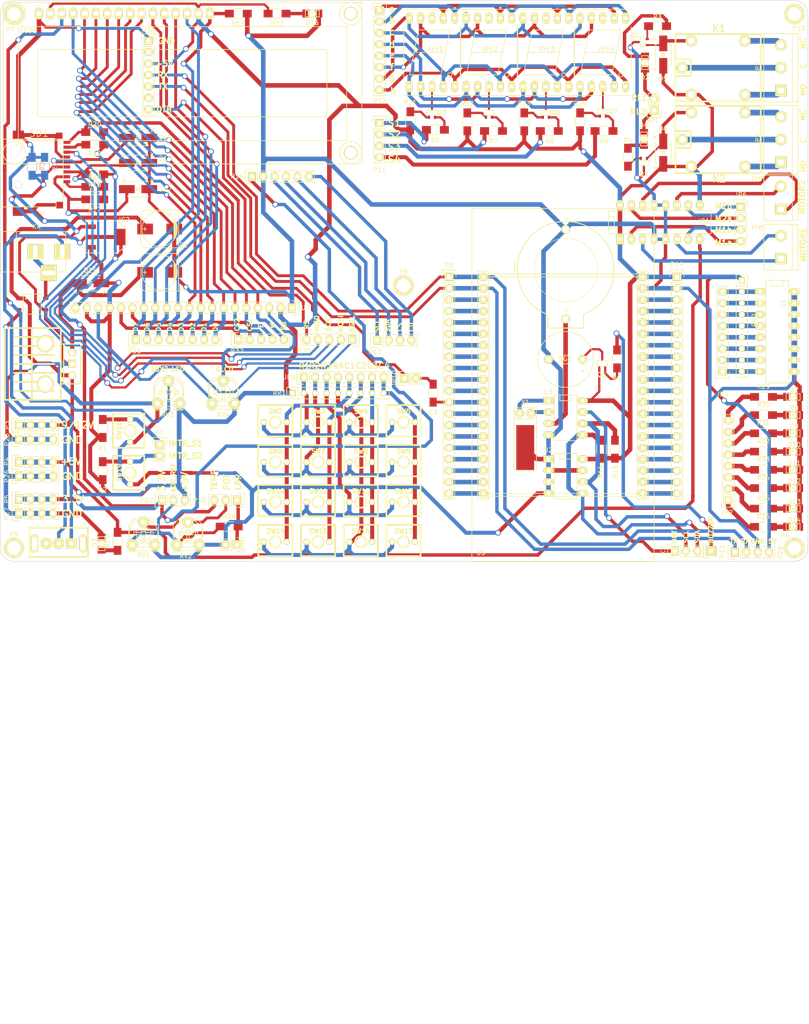
<source format=kicad_pcb>
(kicad_pcb (version 4) (host pcbnew "(2015-01-16 BZR 5376)-product")
  (layers (0 F.Cu signal) (31 B.Cu signal) (34 B.Paste user) (35 F.Paste user) (36 B.SilkS user) (37 F.SilkS user) (38 B.Mask user) (39 F.Mask user) (44 Edge.Cuts user))
  (net 0 "")
  (net 1 /7Segment/SG-5)
  (net 2 /7Segment/SG-4)
  (net 3 "Net-(AFF1-Pad3)")
  (net 4 /7Segment/SG-3)
  (net 5 /7Segment/DP)
  (net 6 /7Segment/SG-2)
  (net 7 /7Segment/SG-1)
  (net 8 "Net-(AFF2-Pad3)")
  (net 9 "Net-(AFF2-Pad8)")
  (net 10 "Net-(AFF3-Pad3)")
  (net 11 "Net-(AFF3-Pad8)")
  (net 12 "Net-(AFF4-Pad3)")
  (net 13 "Net-(AFF4-Pad8)")
  (net 14 9V/12V)
  (net 15 GND)
  (net 16 "Net-(C2-Pad1)")
  (net 17 "Net-(C3-Pad1)")
  (net 18 RST)
  (net 19 3.3V)
  (net 20 +5V)
  (net 21 "Net-(D1-Pad2)")
  (net 22 "Net-(D1-Pad4)")
  (net 23 "Net-(D2-Pad2)")
  (net 24 "Net-(D2-Pad1)")
  (net 25 "Net-(D3-Pad1)")
  (net 26 "Net-(D4-Pad2)")
  (net 27 "Net-(D4-Pad1)")
  (net 28 "Net-(D5-Pad1)")
  (net 29 "Net-(D6-Pad1)")
  (net 30 "Net-(D7-Pad1)")
  (net 31 "Net-(D8-Pad1)")
  (net 32 "Net-(D9-Pad1)")
  (net 33 "Net-(D10-Pad1)")
  (net 34 "Net-(D11-Pad1)")
  (net 35 "Net-(D12-Pad1)")
  (net 36 "Net-(D13-Pad1)")
  (net 37 "Net-(D14-Pad1)")
  (net 38 "Net-(D16-Pad1)")
  (net 39 /ADC/SSEL)
  (net 40 /ADC/MOSI)
  (net 41 /ADC/SCK)
  (net 42 "/Key Pad/M1a")
  (net 43 "/Key Pad/M1c")
  (net 44 "/Key Pad/M1d")
  (net 45 "/Key Pad/M1b")
  (net 46 "/Key Pad/M2b")
  (net 47 "/Key Pad/M2d")
  (net 48 "/Key Pad/M2c")
  (net 49 "/Key Pad/M2a")
  (net 50 "Net-(JP2-Pad1)")
  (net 51 "Net-(JP2-Pad2)")
  (net 52 "Net-(JP2-Pad3)")
  (net 53 "Net-(JP3-Pad1)")
  (net 54 "Net-(JP3-Pad2)")
  (net 55 "Net-(JP3-Pad3)")
  (net 56 "Net-(JP4-Pad1)")
  (net 57 "Net-(JP4-Pad2)")
  (net 58 "Net-(JP4-Pad3)")
  (net 59 "Net-(JP4-Pad4)")
  (net 60 "Net-(JP4-Pad5)")
  (net 61 "Net-(JP4-Pad6)")
  (net 62 "Net-(JP4-Pad7)")
  (net 63 "Net-(JP4-Pad8)")
  (net 64 "Net-(JP5-Pad1)")
  (net 65 "Net-(JP5-Pad2)")
  (net 66 "Net-(JP5-Pad3)")
  (net 67 "Net-(JP5-Pad4)")
  (net 68 "Net-(JP5-Pad5)")
  (net 69 "Net-(JP5-Pad6)")
  (net 70 "Net-(JP5-Pad7)")
  (net 71 "Net-(JP5-Pad8)")
  (net 72 "Net-(JP10-Pad1)")
  (net 73 "/Key Pad/OUT")
  (net 74 "/Key Pad/SCL")
  (net 75 "/Key Pad/SDA")
  (net 76 "Net-(K4-Pad1)")
  (net 77 VO)
  (net 78 RS)
  (net 79 R/W)
  (net 80 E)
  (net 81 DATA0)
  (net 82 DATA1)
  (net 83 DATA2)
  (net 84 DATA3)
  (net 85 DATA4)
  (net 86 DATA5)
  (net 87 DATA6)
  (net 88 DATA7)
  (net 89 LEDK)
  (net 90 /S1)
  (net 91 /S2)
  (net 92 RX)
  (net 93 TX)
  (net 94 "Net-(P6-Pad1)")
  (net 95 "Net-(P7-Pad1)")
  (net 96 "Net-(P8-Pad1)")
  (net 97 "Net-(P9-Pad1)")
  (net 98 "Net-(P10-Pad1)")
  (net 99 "Net-(P11-Pad1)")
  (net 100 "Net-(P11-Pad2)")
  (net 101 "Net-(P11-Pad3)")
  (net 102 "Net-(P11-Pad4)")
  (net 103 /7Segment/SG-6)
  (net 104 /7Segment/SG-7)
  (net 105 "Net-(P13-Pad1)")
  (net 106 "Net-(P14-Pad3)")
  (net 107 "Net-(P14-Pad4)")
  (net 108 "Net-(P14-Pad5)")
  (net 109 "Net-(P14-Pad6)")
  (net 110 "Net-(P14-Pad7)")
  (net 111 "Net-(P14-Pad8)")
  (net 112 "Net-(P14-Pad9)")
  (net 113 "Net-(P14-Pad10)")
  (net 114 /ADC/ADC_REF)
  (net 115 /ADC/IN2)
  (net 116 /ADC/MISO)
  (net 117 /ADC/SD_DETECT)
  (net 118 "Net-(R20-Pad1)")
  (net 119 "Net-(R28-Pad1)")
  (net 120 VO1)
  (net 121 VEE)
  (net 122 "Net-(U3-Pad1)")
  (net 123 "Net-(U3-Pad2)")
  (net 124 "Net-(U3-Pad3)")
  (net 125 CS2)
  (net 126 CS1)
  (net 127 "Net-(Q1-Pad2)")
  (net 128 "Net-(Q2-Pad2)")
  (net 129 "Net-(Q3-Pad1)")
  (net 130 "Net-(Q3-Pad2)")
  (net 131 "Net-(Q4-Pad1)")
  (net 132 "Net-(Q4-Pad2)")
  (net 133 "Net-(Q5-Pad2)")
  (net 134 "Net-(Q5-Pad3)")
  (net 135 "Net-(Q6-Pad1)")
  (net 136 "Net-(Q6-Pad2)")
  (net 137 "Net-(Q7-Pad1)")
  (net 138 "Net-(Q7-Pad2)")
  (net 139 "Net-(JP7-Pad1)")
  (net 140 "Net-(JP7-Pad2)")
  (net 141 "Net-(JP7-Pad3)")
  (net 142 "Net-(JP7-Pad4)")
  (net 143 "Net-(JP7-Pad5)")
  (net 144 "Net-(JP7-Pad6)")
  (net 145 "Net-(JP7-Pad7)")
  (net 146 "Net-(JP7-Pad8)")
  (net 147 "Net-(P30-Pad2)")
  (net 148 "Net-(P30-Pad6)")
  (net 149 "Net-(P2-Pad3)")
  (net 150 "Net-(P2-Pad4)")
  (net 151 "Net-(P2-Pad5)")
  (net 152 "Net-(P2-Pad6)")
  (net 153 "Net-(P2-Pad7)")
  (net 154 "Net-(P2-Pad8)")
  (net 155 "Net-(P2-Pad9)")
  (net 156 "Net-(P2-Pad10)")
  (net 157 "Net-(P2-Pad11)")
  (net 158 "Net-(P2-Pad13)")
  (net 159 "Net-(P2-Pad14)")
  (net 160 "Net-(P2-Pad15)")
  (net 161 "Net-(P2-Pad16)")
  (net 162 "Net-(P2-Pad17)")
  (net 163 "Net-(P2-Pad18)")
  (net 164 "Net-(P2-Pad19)")
  (net 165 "Net-(P2-Pad20)")
  (net 166 "Net-(P14-Pad11)")
  (net 167 "Net-(P14-Pad12)")
  (net 168 "Net-(P14-Pad13)")
  (net 169 "Net-(P14-Pad14)")
  (net 170 "Net-(P14-Pad15)")
  (net 171 "Net-(P14-Pad16)")
  (net 172 "Net-(P14-Pad17)")
  (net 173 "Net-(P14-Pad18)")
  (net 174 "Net-(P14-Pad19)")
  (net 175 "Net-(P14-Pad20)")
  (net 176 "Net-(AFF1-Pad8)")
  (net 177 /ADC/POT)
  (net 178 /ADC/TS)
  (net 179 "Net-(P16-Pad3)")
  (net 180 "Net-(P16-Pad4)")
  (net 181 "Net-(P16-Pad5)")
  (net 182 "Net-(P16-Pad6)")
  (module sw:SPSPT_XL (layer F.Cu) (at 56 145 180)
    (fp_text reference SW20 hide)
    (fp_text value SPST hide)
    (pad 1 thru_hole rect (at -2.79908 0 180) (size 2.3 2.3) (drill 1.016) (layers *.Cu *.Mask F.SilkS) (net 76 "Net-(K4-Pad1)"))
    (pad 2 thru_hole circle (at 0 0 180) (size 2.5 2.5) (drill 1.016) (layers *.Cu *.Mask F.SilkS) (net 22 "Net-(D1-Pad4)"))
    (pad 3 thru_hole circle (at 2.794 0 180) (size 2.5 2.5) (drill 1.016) (layers *.Cu *.Mask F.SilkS))
    (pad "" np_thru_hole oval (at 5.40004 0 180) (size 1.651 4) (drill oval 1.016 3) (layers *.Cu *.Mask F.SilkS))
    (pad "" np_thru_hole oval (at -5.40004 0 180) (size 1.651 4) (drill oval 1.016 3) (layers *.Cu *.Mask F.SilkS))
  )
  (module Display:WC1602A (layer F.Cu) (at 51.58 26.926)
    (fp_text reference LCD1 (at -2.304 3.808) (layer F.SilkS))
    (fp_text value LCD_2X16_SIL hide)
    (pad 1 thru_hole oval (at 0 0) (size 1.8 2.6) (drill 1.2) (layers *.Cu *.Mask F.SilkS) (net 15 GND))
    (pad 2 thru_hole oval (at 2.54 0) (size 1.8 2.6) (drill 1.2) (layers *.Cu *.Mask F.SilkS) (net 20 +5V))
    (pad 3 thru_hole oval (at 5.08 0) (size 1.8 2.6) (drill 1.2) (layers *.Cu *.Mask F.SilkS) (net 77 VO))
    (pad 4 thru_hole oval (at 7.62 0) (size 1.8 2.6) (drill 1.2) (layers *.Cu *.Mask F.SilkS) (net 78 RS))
    (pad 5 thru_hole oval (at 10.16 0) (size 1.8 2.6) (drill 1.2) (layers *.Cu *.Mask F.SilkS) (net 79 R/W))
    (pad 6 thru_hole oval (at 12.7 0) (size 1.8 2.6) (drill 1.2) (layers *.Cu *.Mask F.SilkS) (net 80 E))
    (pad 7 thru_hole oval (at 15.24 0) (size 1.8 2.6) (drill 1.2) (layers *.Cu *.Mask F.SilkS) (net 81 DATA0))
    (pad 8 thru_hole oval (at 17.78 0) (size 1.8 2.6) (drill 1.2) (layers *.Cu *.Mask F.SilkS) (net 82 DATA1))
    (pad 9 thru_hole oval (at 20.32 0) (size 1.8 2.6) (drill 1.2) (layers *.Cu *.Mask F.SilkS) (net 83 DATA2))
    (pad 10 thru_hole oval (at 22.86 0) (size 1.8 2.6) (drill 1.2) (layers *.Cu *.Mask F.SilkS) (net 84 DATA3))
    (pad 11 thru_hole oval (at 25.4 0) (size 1.8 2.6) (drill 1.2) (layers *.Cu *.Mask F.SilkS) (net 85 DATA4))
    (pad 12 thru_hole oval (at 27.94 0) (size 1.8 2.6) (drill 1.2) (layers *.Cu *.Mask F.SilkS) (net 86 DATA5))
    (pad 13 thru_hole oval (at 30.48 0) (size 1.8 2.6) (drill 1.2) (layers *.Cu *.Mask F.SilkS) (net 87 DATA6))
    (pad 14 thru_hole oval (at 33.02 0) (size 1.8 2.6) (drill 1.2) (layers *.Cu *.Mask F.SilkS) (net 88 DATA7))
    (pad 15 thru_hole oval (at 35.56 0) (size 1.8 2.6) (drill 1.2) (layers *.Cu *.Mask F.SilkS) (net 20 +5V))
    (pad 16 thru_hole oval (at 38.1 0) (size 1.8 2.6) (drill 1.2) (layers *.Cu *.Mask F.SilkS) (net 89 LEDK))
    (pad 0 thru_hole circle (at -5.4991 0) (size 3 3) (drill 2.5) (layers *.Cu *.Mask F.SilkS))
    (pad 0 thru_hole circle (at -5.4991 31.0007) (size 2.5 2.5) (drill 2.5) (layers *.Cu *.Mask F.SilkS))
    (pad 0 thru_hole circle (at 69.49948 31.0007) (size 3 3) (drill 2.5) (layers *.Cu *.Mask F.SilkS))
    (pad 0 thru_hole circle (at 69.49948 0) (size 3 3) (drill 2.5) (layers *.Cu *.Mask F.SilkS))
  )
  (module Capacitors_SMD:c_elec_8x10.5 (layer F.Cu) (at 78.504 74.932 180)
    (fp_text reference C1 (at -5.316 -3.554 180) (layer F.SilkS))
    (fp_text value "100uF, 25V" hide)
    (pad 1 smd rect (at 3.2512 0 180) (size 3.50012 2.4003) (layers F.Cu F.Paste F.Mask) (net 14 9V/12V))
    (pad 2 smd rect (at -3.2512 0 180) (size 3.50012 2.4003) (layers F.Cu F.Paste F.Mask) (net 15 GND))
  )
  (module Capacitors_SMD:c_elec_8x10.5 (layer F.Cu) (at 78.504 84.584 180)
    (fp_text reference C2 (at -5.316 -3.554 180) (layer F.SilkS))
    (fp_text value "100uF, 25V" hide)
    (pad 1 smd rect (at 3.2512 0 180) (size 3.50012 2.4003) (layers F.Cu F.Paste F.Mask) (net 16 "Net-(C2-Pad1)"))
    (pad 2 smd rect (at -3.2512 0 180) (size 3.50012 2.4003) (layers F.Cu F.Paste F.Mask) (net 15 GND))
  )
  (module Capacitors_SMD:C_1206_HandSoldering (layer F.Cu) (at 139.464 111.508 270)
    (fp_text reference C3 (at 4.316 0.018 360) (layer F.SilkS))
    (fp_text value 0.1uf hide)
    (pad 1 smd rect (at -2 0 270) (size 2 1.6) (layers F.Cu F.Paste F.Mask) (net 17 "Net-(C3-Pad1)"))
    (pad 2 smd rect (at 2 0 270) (size 2 1.6) (layers F.Cu F.Paste F.Mask) (net 18 RST))
  )
  (module Capacitors_SMD:C_1206_HandSoldering (layer B.Cu) (at 50.056 60.962 90)
    (fp_text reference C4 (at 0 2.3 90) (layer B.SilkS) (effects (justify mirror)))
    (fp_text value 100nF)
    (pad 1 smd rect (at -2 0 90) (size 2 1.6) (layers B.Cu B.Paste B.Mask) (net 19 3.3V))
    (pad 2 smd rect (at 2 0 90) (size 2 1.6) (layers B.Cu B.Paste B.Mask) (net 15 GND))
  )
  (module Capacitors_SMD:C_1206_HandSoldering (layer B.Cu) (at 52.85 60.962 90)
    (fp_text reference C5 (at 0 2.3 90) (layer B.SilkS) (effects (justify mirror)))
    (fp_text value 10uF)
    (pad 1 smd rect (at -2 0 90) (size 2 1.6) (layers B.Cu B.Paste B.Mask) (net 19 3.3V))
    (pad 2 smd rect (at 2 0 90) (size 2 1.6) (layers B.Cu B.Paste B.Mask) (net 15 GND))
  )
  (module LEDs:LED-1206 (layer F.Cu) (at 186.708 37.848 90)
    (fp_text reference D2 (at -3.3 -0.018 180) (layer F.SilkS))
    (fp_text value RL1 hide)
    (pad 2 smd rect (at 1.41986 0 270) (size 1.59766 1.80086) (layers F.Cu F.Paste F.Mask) (net 23 "Net-(D2-Pad2)"))
    (pad 1 smd rect (at -1.41986 0 270) (size 1.59766 1.80086) (layers F.Cu F.Paste F.Mask) (net 24 "Net-(D2-Pad1)"))
  )
  (module LEDs:LED-1206 (layer F.Cu) (at 65.55 145.036 90)
    (fp_text reference D3 (at 0.254 -1.524 90) (layer F.SilkS))
    (fp_text value LED hide)
    (pad 2 smd rect (at 1.41986 0 270) (size 1.59766 1.80086) (layers F.Cu F.Paste F.Mask) (net 15 GND))
    (pad 1 smd rect (at -1.41986 0 270) (size 1.59766 1.80086) (layers F.Cu F.Paste F.Mask) (net 25 "Net-(D3-Pad1)"))
  )
  (module LEDs:LED-1206 (layer F.Cu) (at 186.454 54.866 270)
    (fp_text reference D4 (at -3.05 0.018 360) (layer F.SilkS))
    (fp_text value RL2 hide)
    (pad 2 smd rect (at 1.41986 0 90) (size 1.59766 1.80086) (layers F.Cu F.Paste F.Mask) (net 26 "Net-(D4-Pad2)"))
    (pad 1 smd rect (at -1.41986 0 90) (size 1.59766 1.80086) (layers F.Cu F.Paste F.Mask) (net 27 "Net-(D4-Pad1)"))
  )
  (module Diodes_SMD:Diode-SMA_Handsoldering (layer F.Cu) (at 190.772 36.07 270)
    (fp_text reference D5 (at 5.332 0.018 360) (layer F.SilkS))
    (fp_text value 1N40XX hide)
    (fp_text user K (at -3.558 1.796 270) (layer F.SilkS))
    (fp_text user A (at 3.3 1.796 270) (layer F.SilkS))
    (pad 1 smd rect (at -2.49936 0 270) (size 3.50012 1.80086) (layers F.Cu F.Paste F.Mask) (net 28 "Net-(D5-Pad1)"))
    (pad 2 smd rect (at 2.49936 0 270) (size 3.50012 1.80086) (layers F.Cu F.Paste F.Mask) (net 20 +5V))
  )
  (module Diodes_SMD:Diode-SMA_Handsoldering (layer F.Cu) (at 190.772 57.914 270)
    (fp_text reference D6 (at -5.336 0.018 360) (layer F.SilkS))
    (fp_text value 1N40XX hide)
    (fp_text user K (at -3.558 1.796 270) (layer F.SilkS))
    (fp_text user A (at 3.3 1.796 270) (layer F.SilkS))
    (pad 1 smd rect (at -2.49936 0 270) (size 3.50012 1.80086) (layers F.Cu F.Paste F.Mask) (net 29 "Net-(D6-Pad1)"))
    (pad 2 smd rect (at 2.49936 0 270) (size 3.50012 1.80086) (layers F.Cu F.Paste F.Mask) (net 20 +5V))
  )
  (module LEDs:LED-1206 (layer F.Cu) (at 219.728 112.336)
    (fp_text reference D7 (at 0.254 -1.524) (layer F.SilkS))
    (fp_text value LED hide)
    (pad 2 smd rect (at 1.41986 0 180) (size 1.59766 1.80086) (layers F.Cu F.Paste F.Mask) (net 15 GND))
    (pad 1 smd rect (at -1.41986 0 180) (size 1.59766 1.80086) (layers F.Cu F.Paste F.Mask) (net 30 "Net-(D7-Pad1)"))
  )
  (module LEDs:LED-1206 (layer F.Cu) (at 219.728 116.4)
    (fp_text reference D8 (at 0.254 -1.524) (layer F.SilkS))
    (fp_text value LED hide)
    (pad 2 smd rect (at 1.41986 0 180) (size 1.59766 1.80086) (layers F.Cu F.Paste F.Mask) (net 15 GND))
    (pad 1 smd rect (at -1.41986 0 180) (size 1.59766 1.80086) (layers F.Cu F.Paste F.Mask) (net 31 "Net-(D8-Pad1)"))
  )
  (module LEDs:LED-1206 (layer F.Cu) (at 219.728 120.464)
    (fp_text reference D9 (at 0.254 -1.524) (layer F.SilkS))
    (fp_text value LED hide)
    (pad 2 smd rect (at 1.41986 0 180) (size 1.59766 1.80086) (layers F.Cu F.Paste F.Mask) (net 15 GND))
    (pad 1 smd rect (at -1.41986 0 180) (size 1.59766 1.80086) (layers F.Cu F.Paste F.Mask) (net 32 "Net-(D9-Pad1)"))
  )
  (module LEDs:LED-1206 (layer F.Cu) (at 219.728 124.528)
    (fp_text reference D10 (at 0.254 -1.524) (layer F.SilkS))
    (fp_text value LED hide)
    (pad 2 smd rect (at 1.41986 0 180) (size 1.59766 1.80086) (layers F.Cu F.Paste F.Mask) (net 15 GND))
    (pad 1 smd rect (at -1.41986 0 180) (size 1.59766 1.80086) (layers F.Cu F.Paste F.Mask) (net 33 "Net-(D10-Pad1)"))
  )
  (module LEDs:LED-1206 (layer F.Cu) (at 219.728 128.592)
    (fp_text reference D11 (at 0.254 -1.524) (layer F.SilkS))
    (fp_text value LED hide)
    (pad 2 smd rect (at 1.41986 0 180) (size 1.59766 1.80086) (layers F.Cu F.Paste F.Mask) (net 15 GND))
    (pad 1 smd rect (at -1.41986 0 180) (size 1.59766 1.80086) (layers F.Cu F.Paste F.Mask) (net 34 "Net-(D11-Pad1)"))
  )
  (module LEDs:LED-1206 (layer F.Cu) (at 219.728 132.656)
    (fp_text reference D12 (at 0.254 -1.524) (layer F.SilkS))
    (fp_text value LED hide)
    (pad 2 smd rect (at 1.41986 0 180) (size 1.59766 1.80086) (layers F.Cu F.Paste F.Mask) (net 15 GND))
    (pad 1 smd rect (at -1.41986 0 180) (size 1.59766 1.80086) (layers F.Cu F.Paste F.Mask) (net 35 "Net-(D12-Pad1)"))
  )
  (module LEDs:LED-1206 (layer F.Cu) (at 219.728 137.228)
    (fp_text reference D13 (at 0.254 -1.524) (layer F.SilkS))
    (fp_text value LED hide)
    (pad 2 smd rect (at 1.41986 0 180) (size 1.59766 1.80086) (layers F.Cu F.Paste F.Mask) (net 15 GND))
    (pad 1 smd rect (at -1.41986 0 180) (size 1.59766 1.80086) (layers F.Cu F.Paste F.Mask) (net 36 "Net-(D13-Pad1)"))
  )
  (module LEDs:LED-1206 (layer F.Cu) (at 219.728 141.292)
    (fp_text reference D14 (at 0.254 -1.524) (layer F.SilkS))
    (fp_text value LED hide)
    (pad 2 smd rect (at 1.41986 0 180) (size 1.59766 1.80086) (layers F.Cu F.Paste F.Mask) (net 15 GND))
    (pad 1 smd rect (at -1.41986 0 180) (size 1.59766 1.80086) (layers F.Cu F.Paste F.Mask) (net 37 "Net-(D14-Pad1)"))
  )
  (module Diodes_SMD:Diode-SMA_Handsoldering (layer F.Cu) (at 63 87)
    (fp_text reference D15 (at 0 -2.85) (layer F.SilkS))
    (fp_text value DIODE hide)
    (fp_text user K (at -3.31 1.9) (layer F.SilkS))
    (fp_text user A (at 3.294 1.9) (layer F.SilkS))
    (pad 1 smd rect (at -2.49936 0) (size 3.50012 1.80086) (layers F.Cu F.Paste F.Mask) (net 16 "Net-(C2-Pad1)"))
    (pad 2 smd rect (at 2.49936 0) (size 3.50012 1.80086) (layers F.Cu F.Paste F.Mask) (net 20 +5V))
  )
  (module LEDs:LED-1206 (layer F.Cu) (at 112.54 26.926)
    (fp_text reference D16 (at -0.018 2.03) (layer F.SilkS))
    (fp_text value LED hide)
    (pad 2 smd rect (at 1.41986 0 180) (size 1.59766 1.80086) (layers F.Cu F.Paste F.Mask) (net 15 GND))
    (pad 1 smd rect (at -1.41986 0 180) (size 1.59766 1.80086) (layers F.Cu F.Paste F.Mask) (net 38 "Net-(D16-Pad1)"))
  )
  (module Diodes_SMD:Diode-SMA_Handsoldering (layer F.Cu) (at 73.678 66.042 180)
    (fp_text reference D17 (at -6.078 0.002 180) (layer F.SilkS))
    (fp_text value ZENER hide)
    (fp_text user K (at -3.284 1.78 180) (layer F.SilkS))
    (fp_text user A (at 3.066 1.78 180) (layer F.SilkS))
    (pad 1 smd rect (at -2.49936 0 180) (size 3.50012 1.80086) (layers F.Cu F.Paste F.Mask) (net 15 GND))
    (pad 2 smd rect (at 2.49936 0 180) (size 3.50012 1.80086) (layers F.Cu F.Paste F.Mask) (net 39 /ADC/SSEL))
  )
  (module Diodes_SMD:Diode-SMA_Handsoldering (layer F.Cu) (at 73.678 60.2 180)
    (fp_text reference D18 (at -6.078 1.018 180) (layer F.SilkS))
    (fp_text value ZENER hide)
    (fp_text user K (at -3.284 1.78 180) (layer F.SilkS))
    (fp_text user A (at 3.32 1.78 180) (layer F.SilkS))
    (pad 1 smd rect (at -2.49936 0 180) (size 3.50012 1.80086) (layers F.Cu F.Paste F.Mask) (net 15 GND))
    (pad 2 smd rect (at 2.49936 0 180) (size 3.50012 1.80086) (layers F.Cu F.Paste F.Mask) (net 40 /ADC/MOSI))
  )
  (module Diodes_SMD:Diode-SMA_Handsoldering (layer F.Cu) (at 73.678 54.612 180)
    (fp_text reference D19 (at -6.078 0.002 180) (layer F.SilkS))
    (fp_text value ZENER hide)
    (fp_text user K (at -3.284 1.78 180) (layer F.SilkS))
    (fp_text user A (at 3.066 1.78 180) (layer F.SilkS))
    (pad 1 smd rect (at -2.49936 0 180) (size 3.50012 1.80086) (layers F.Cu F.Paste F.Mask) (net 15 GND))
    (pad 2 smd rect (at 2.49936 0 180) (size 3.50012 1.80086) (layers F.Cu F.Paste F.Mask) (net 41 /ADC/SCK))
  )
  (module Sockets_DIP:DIP-16__300_ELL (layer F.Cu) (at 190.01 73.408)
    (fp_text reference IC1 (at 9.888 -0.256) (layer F.SilkS))
    (fp_text value L293D)
    (pad 1 thru_hole rect (at -8.89 3.81) (size 1.5748 2.286) (drill 0.8128) (layers *.Cu *.Mask F.SilkS) (net 20 +5V))
    (pad 2 thru_hole oval (at -6.35 3.81) (size 1.5748 2.286) (drill 0.8128) (layers *.Cu *.Mask F.SilkS) (net 42 "/Key Pad/M1a"))
    (pad 3 thru_hole oval (at -3.81 3.81) (size 1.5748 2.286) (drill 0.8128) (layers *.Cu *.Mask F.SilkS) (net 43 "/Key Pad/M1c"))
    (pad 4 thru_hole oval (at -1.27 3.81) (size 1.5748 2.286) (drill 0.8128) (layers *.Cu *.Mask F.SilkS) (net 15 GND))
    (pad 5 thru_hole oval (at 1.27 3.81) (size 1.5748 2.286) (drill 0.8128) (layers *.Cu *.Mask F.SilkS) (net 15 GND))
    (pad 6 thru_hole oval (at 3.81 3.81) (size 1.5748 2.286) (drill 0.8128) (layers *.Cu *.Mask F.SilkS) (net 44 "/Key Pad/M1d"))
    (pad 7 thru_hole oval (at 6.35 3.81) (size 1.5748 2.286) (drill 0.8128) (layers *.Cu *.Mask F.SilkS) (net 45 "/Key Pad/M1b"))
    (pad 8 thru_hole oval (at 8.89 3.81) (size 1.5748 2.286) (drill 0.8128) (layers *.Cu *.Mask F.SilkS) (net 14 9V/12V))
    (pad 9 thru_hole oval (at 8.89 -3.81) (size 1.5748 2.286) (drill 0.8128) (layers *.Cu *.Mask F.SilkS) (net 20 +5V))
    (pad 10 thru_hole oval (at 6.35 -3.81) (size 1.5748 2.286) (drill 0.8128) (layers *.Cu *.Mask F.SilkS) (net 46 "/Key Pad/M2b"))
    (pad 11 thru_hole oval (at 3.81 -3.81) (size 1.5748 2.286) (drill 0.8128) (layers *.Cu *.Mask F.SilkS) (net 47 "/Key Pad/M2d"))
    (pad 12 thru_hole oval (at 1.27 -3.81) (size 1.5748 2.286) (drill 0.8128) (layers *.Cu *.Mask F.SilkS) (net 15 GND))
    (pad 13 thru_hole oval (at -1.27 -3.81) (size 1.5748 2.286) (drill 0.8128) (layers *.Cu *.Mask F.SilkS) (net 15 GND))
    (pad 14 thru_hole oval (at -3.81 -3.81) (size 1.5748 2.286) (drill 0.8128) (layers *.Cu *.Mask F.SilkS) (net 48 "/Key Pad/M2c"))
    (pad 15 thru_hole oval (at -6.35 -3.81) (size 1.5748 2.286) (drill 0.8128) (layers *.Cu *.Mask F.SilkS) (net 49 "/Key Pad/M2a"))
    (pad 16 thru_hole oval (at -8.89 -3.81) (size 1.5748 2.286) (drill 0.8128) (layers *.Cu *.Mask F.SilkS) (net 20 +5V))
  )
  (module SMD_Packages:SOT-223 (layer F.Cu) (at 66.566 76.71 270)
    (fp_text reference IC2 (at -3.812 -4.046 360) (layer F.SilkS))
    (fp_text value LM1117 hide)
    (pad 4 smd rect (at 0 -3.302 270) (size 3.6576 2.032) (layers F.Cu F.Paste F.Mask) (net 19 3.3V))
    (pad 2 smd rect (at 0 3.302 270) (size 1.016 2.032) (layers F.Cu F.Paste F.Mask) (net 19 3.3V))
    (pad 3 smd rect (at 2.286 3.302 270) (size 1.016 2.032) (layers F.Cu F.Paste F.Mask) (net 20 +5V))
    (pad 1 smd rect (at -2.286 3.302 270) (size 1.016 2.032) (layers F.Cu F.Paste F.Mask) (net 15 GND))
  )
  (module Connect:bornier3 (layer F.Cu) (at 217 39 90)
    (fp_text reference JP2 (at 0 -5.08 90) (layer F.SilkS))
    (fp_text value M03-SCREW-5MM hide)
    (pad 1 thru_hole rect (at -5.08 0 90) (size 2.54 2.54) (drill 1.524) (layers *.Cu *.Mask F.SilkS) (net 50 "Net-(JP2-Pad1)"))
    (pad 2 thru_hole circle (at 0 0 90) (size 2.54 2.54) (drill 1.524) (layers *.Cu *.Mask F.SilkS) (net 51 "Net-(JP2-Pad2)"))
    (pad 3 thru_hole circle (at 5.08 0 90) (size 2.54 2.54) (drill 1.524) (layers *.Cu *.Mask F.SilkS) (net 52 "Net-(JP2-Pad3)"))
  )
  (module Connect:bornier3 (layer F.Cu) (at 217 55 90)
    (fp_text reference JP3 (at 0 -5.08 90) (layer F.SilkS))
    (fp_text value M03-SCREW-5MM hide)
    (pad 1 thru_hole rect (at -5.08 0 90) (size 2.54 2.54) (drill 1.524) (layers *.Cu *.Mask F.SilkS) (net 53 "Net-(JP3-Pad1)"))
    (pad 2 thru_hole circle (at 0 0 90) (size 2.54 2.54) (drill 1.524) (layers *.Cu *.Mask F.SilkS) (net 54 "Net-(JP3-Pad2)"))
    (pad 3 thru_hole circle (at 5.08 0 90) (size 2.54 2.54) (drill 1.524) (layers *.Cu *.Mask F.SilkS) (net 55 "Net-(JP3-Pad3)"))
  )
  (module Pin_Headers:Pin_Header_Straight_1x08 (layer F.Cu) (at 203.98 106.682 180)
    (fp_text reference JP4 (at 0 -5.1 180) (layer F.SilkS))
    (fp_text value SWITCH_ARRAY hide)
    (pad 1 thru_hole rect (at 0 0 180) (size 2.032 1.7272) (drill 1.016) (layers *.Cu *.Mask F.SilkS) (net 56 "Net-(JP4-Pad1)"))
    (pad 2 thru_hole oval (at 0 2.54 180) (size 2.032 1.7272) (drill 1.016) (layers *.Cu *.Mask F.SilkS) (net 57 "Net-(JP4-Pad2)"))
    (pad 3 thru_hole oval (at 0 5.08 180) (size 2.032 1.7272) (drill 1.016) (layers *.Cu *.Mask F.SilkS) (net 58 "Net-(JP4-Pad3)"))
    (pad 4 thru_hole oval (at 0 7.62 180) (size 2.032 1.7272) (drill 1.016) (layers *.Cu *.Mask F.SilkS) (net 59 "Net-(JP4-Pad4)"))
    (pad 5 thru_hole oval (at 0 10.16 180) (size 2.032 1.7272) (drill 1.016) (layers *.Cu *.Mask F.SilkS) (net 60 "Net-(JP4-Pad5)"))
    (pad 6 thru_hole oval (at 0 12.7 180) (size 2.032 1.7272) (drill 1.016) (layers *.Cu *.Mask F.SilkS) (net 61 "Net-(JP4-Pad6)"))
    (pad 7 thru_hole oval (at 0 15.24 180) (size 2.032 1.7272) (drill 1.016) (layers *.Cu *.Mask F.SilkS) (net 62 "Net-(JP4-Pad7)"))
    (pad 8 thru_hole oval (at 0 17.78 180) (size 2.032 1.7272) (drill 1.016) (layers *.Cu *.Mask F.SilkS) (net 63 "Net-(JP4-Pad8)"))
  )
  (module Pin_Headers:Pin_Header_Straight_1x08 (layer F.Cu) (at 110.635 107.952 90)
    (fp_text reference JP5 (at 0.002 -3.193 180) (layer F.SilkS))
    (fp_text value "MATRIX 4X4" hide)
    (pad 1 thru_hole rect (at 0 0 90) (size 2.032 1.7272) (drill 1.016) (layers *.Cu *.Mask F.SilkS) (net 64 "Net-(JP5-Pad1)"))
    (pad 2 thru_hole oval (at 0 2.54 90) (size 2.032 1.7272) (drill 1.016) (layers *.Cu *.Mask F.SilkS) (net 65 "Net-(JP5-Pad2)"))
    (pad 3 thru_hole oval (at 0 5.08 90) (size 2.032 1.7272) (drill 1.016) (layers *.Cu *.Mask F.SilkS) (net 66 "Net-(JP5-Pad3)"))
    (pad 4 thru_hole oval (at 0 7.62 90) (size 2.032 1.7272) (drill 1.016) (layers *.Cu *.Mask F.SilkS) (net 67 "Net-(JP5-Pad4)"))
    (pad 5 thru_hole oval (at 0 10.16 90) (size 2.032 1.7272) (drill 1.016) (layers *.Cu *.Mask F.SilkS) (net 68 "Net-(JP5-Pad5)"))
    (pad 6 thru_hole oval (at 0 12.7 90) (size 2.032 1.7272) (drill 1.016) (layers *.Cu *.Mask F.SilkS) (net 69 "Net-(JP5-Pad6)"))
    (pad 7 thru_hole oval (at 0 15.24 90) (size 2.032 1.7272) (drill 1.016) (layers *.Cu *.Mask F.SilkS) (net 70 "Net-(JP5-Pad7)"))
    (pad 8 thru_hole oval (at 0 17.78 90) (size 2.032 1.7272) (drill 1.016) (layers *.Cu *.Mask F.SilkS) (net 71 "Net-(JP5-Pad8)"))
  )
  (module Pin_Headers:Pin_Header_Straight_1x04 (layer F.Cu) (at 208 70)
    (fp_text reference JP6 (at 0.026 -2.69) (layer F.SilkS))
    (fp_text value "MOTAR CNTRL" hide)
    (pad 1 thru_hole rect (at 0 0) (size 2.032 1.7272) (drill 1.016) (layers *.Cu *.Mask F.SilkS) (net 46 "/Key Pad/M2b"))
    (pad 2 thru_hole oval (at 0 2.54) (size 2.032 1.7272) (drill 1.016) (layers *.Cu *.Mask F.SilkS) (net 49 "/Key Pad/M2a"))
    (pad 3 thru_hole oval (at 0 5.08) (size 2.032 1.7272) (drill 1.016) (layers *.Cu *.Mask F.SilkS) (net 45 "/Key Pad/M1b"))
    (pad 4 thru_hole oval (at 0 7.62) (size 2.032 1.7272) (drill 1.016) (layers *.Cu *.Mask F.SilkS) (net 42 "/Key Pad/M1a"))
  )
  (module Pin_Headers:Pin_Header_Straight_1x08 (layer F.Cu) (at 205.25 135.384 180)
    (fp_text reference JP7 (at 0.272 -2.792 180) (layer F.SilkS))
    (fp_text value "led array" hide)
    (pad 1 thru_hole rect (at 0 0 180) (size 2.032 1.7272) (drill 1.016) (layers *.Cu *.Mask F.SilkS) (net 139 "Net-(JP7-Pad1)"))
    (pad 2 thru_hole oval (at 0 2.54 180) (size 2.032 1.7272) (drill 1.016) (layers *.Cu *.Mask F.SilkS) (net 140 "Net-(JP7-Pad2)"))
    (pad 3 thru_hole oval (at 0 5.08 180) (size 2.032 1.7272) (drill 1.016) (layers *.Cu *.Mask F.SilkS) (net 141 "Net-(JP7-Pad3)"))
    (pad 4 thru_hole oval (at 0 7.62 180) (size 2.032 1.7272) (drill 1.016) (layers *.Cu *.Mask F.SilkS) (net 142 "Net-(JP7-Pad4)"))
    (pad 5 thru_hole oval (at 0 10.16 180) (size 2.032 1.7272) (drill 1.016) (layers *.Cu *.Mask F.SilkS) (net 143 "Net-(JP7-Pad5)"))
    (pad 6 thru_hole oval (at 0 12.7 180) (size 2.032 1.7272) (drill 1.016) (layers *.Cu *.Mask F.SilkS) (net 144 "Net-(JP7-Pad6)"))
    (pad 7 thru_hole oval (at 0 15.24 180) (size 2.032 1.7272) (drill 1.016) (layers *.Cu *.Mask F.SilkS) (net 145 "Net-(JP7-Pad7)"))
    (pad 8 thru_hole oval (at 0 17.78 180) (size 2.032 1.7272) (drill 1.016) (layers *.Cu *.Mask F.SilkS) (net 146 "Net-(JP7-Pad8)"))
  )
  (module Connect:bornier2 (layer F.Cu) (at 217 79 90)
    (fp_text reference JP8 (at 4.324 -5.418 180) (layer F.SilkS))
    (fp_text value m1)
    (pad 1 thru_hole rect (at -2.54 0 90) (size 2.54 2.54) (drill 1.524) (layers *.Cu *.Mask F.SilkS) (net 43 "/Key Pad/M1c"))
    (pad 2 thru_hole circle (at 2.54 0 90) (size 2.54 2.54) (drill 1.524) (layers *.Cu *.Mask F.SilkS) (net 44 "/Key Pad/M1d"))
  )
  (module Connect:bornier2 (layer F.Cu) (at 217 68 90)
    (fp_text reference JP9 (at 4.246 -5.418 180) (layer F.SilkS))
    (fp_text value m1 hide)
    (pad 1 thru_hole rect (at -2.54 0 90) (size 2.54 2.54) (drill 1.524) (layers *.Cu *.Mask F.SilkS) (net 48 "/Key Pad/M2c"))
    (pad 2 thru_hole circle (at 2.54 0 90) (size 2.54 2.54) (drill 1.524) (layers *.Cu *.Mask F.SilkS) (net 47 "/Key Pad/M2d"))
  )
  (module Pin_Headers:Pin_Header_Straight_1x03 (layer F.Cu) (at 193.294 146.685 90)
    (fp_text reference K3 (at 0.127 -2.54 90) (layer F.SilkS))
    (fp_text value I2C hide)
    (pad 1 thru_hole rect (at 0 0 90) (size 2.032 1.7272) (drill 1.016) (layers *.Cu *.Mask F.SilkS) (net 73 "/Key Pad/OUT"))
    (pad 2 thru_hole oval (at 0 2.54 90) (size 2.032 1.7272) (drill 1.016) (layers *.Cu *.Mask F.SilkS) (net 74 "/Key Pad/SCL"))
    (pad 3 thru_hole oval (at 0 5.08 90) (size 2.032 1.7272) (drill 1.016) (layers *.Cu *.Mask F.SilkS) (net 75 "/Key Pad/SDA"))
  )
  (module Connect:BARREL_JACK (layer F.Cu) (at 50.564 80.012)
    (fp_text reference K4 (at 0.49 -5.59 180) (layer F.SilkS))
    (fp_text value CONN_3 hide)
    (pad 1 thru_hole rect (at 6.20014 0) (size 3.50012 3.50012) (drill oval 1.00076 2.99974) (layers *.Cu *.Mask F.SilkS) (net 76 "Net-(K4-Pad1)"))
    (pad 2 thru_hole rect (at 0.20066 0) (size 3.50012 3.50012) (drill oval 1.00076 2.99974) (layers *.Cu *.Mask F.SilkS) (net 21 "Net-(D1-Pad2)"))
    (pad 3 thru_hole rect (at 3.2004 4.699) (size 3.50012 3.50012) (drill oval 2.99974 1.00076) (layers *.Cu *.Mask F.SilkS) (net 21 "Net-(D1-Pad2)"))
  )
  (module Pin_Headers:Pin_Header_Straight_1x04 (layer F.Cu) (at 47.135 118.62 90)
    (fp_text reference P3 (at 0.002 -2.685 90) (layer F.SilkS))
    (fp_text value CONN_01X04 hide)
    (pad 1 thru_hole rect (at 0 0 90) (size 2.032 1.7272) (drill 1.016) (layers *.Cu *.Mask F.SilkS) (net 14 9V/12V))
    (pad 2 thru_hole oval (at 0 2.54 90) (size 2.032 1.7272) (drill 1.016) (layers *.Cu *.Mask F.SilkS) (net 14 9V/12V))
    (pad 3 thru_hole oval (at 0 5.08 90) (size 2.032 1.7272) (drill 1.016) (layers *.Cu *.Mask F.SilkS) (net 14 9V/12V))
    (pad 4 thru_hole oval (at 0 7.62 90) (size 2.032 1.7272) (drill 1.016) (layers *.Cu *.Mask F.SilkS) (net 14 9V/12V))
  )
  (module Pin_Headers:Pin_Header_Straight_1x04 (layer F.Cu) (at 47.135 126.875 90)
    (fp_text reference P4 (at 0.129 -2.685 90) (layer F.SilkS))
    (fp_text value CONN_01X04 hide)
    (pad 1 thru_hole rect (at 0 0 90) (size 2.032 1.7272) (drill 1.016) (layers *.Cu *.Mask F.SilkS) (net 20 +5V))
    (pad 2 thru_hole oval (at 0 2.54 90) (size 2.032 1.7272) (drill 1.016) (layers *.Cu *.Mask F.SilkS) (net 20 +5V))
    (pad 3 thru_hole oval (at 0 5.08 90) (size 2.032 1.7272) (drill 1.016) (layers *.Cu *.Mask F.SilkS) (net 20 +5V))
    (pad 4 thru_hole oval (at 0 7.62 90) (size 2.032 1.7272) (drill 1.016) (layers *.Cu *.Mask F.SilkS) (net 20 +5V))
  )
  (module Pin_Headers:Pin_Header_Straight_1x04 (layer F.Cu) (at 47.135 135.13 90)
    (fp_text reference P5 (at 0.002 -2.685 90) (layer F.SilkS))
    (fp_text value CONN_01X04 hide)
    (pad 1 thru_hole rect (at 0 0 90) (size 2.032 1.7272) (drill 1.016) (layers *.Cu *.Mask F.SilkS) (net 19 3.3V))
    (pad 2 thru_hole oval (at 0 2.54 90) (size 2.032 1.7272) (drill 1.016) (layers *.Cu *.Mask F.SilkS) (net 19 3.3V))
    (pad 3 thru_hole oval (at 0 5.08 90) (size 2.032 1.7272) (drill 1.016) (layers *.Cu *.Mask F.SilkS) (net 19 3.3V))
    (pad 4 thru_hole oval (at 0 7.62 90) (size 2.032 1.7272) (drill 1.016) (layers *.Cu *.Mask F.SilkS) (net 19 3.3V))
  )
  (module Connect:1pin (layer F.Cu) (at 132.86 87.505)
    (fp_text reference P6 (at 0 -3.048) (layer F.SilkS))
    (fp_text value CONN_1 hide)
    (pad 1 thru_hole circle (at 0 0) (size 4.064 4.064) (drill 3.048) (layers *.Cu *.Mask F.SilkS) (net 94 "Net-(P6-Pad1)"))
  )
  (module Connect:1pin (layer F.Cu) (at 46 27)
    (fp_text reference P7 (at -0.788 3.48) (layer F.SilkS))
    (fp_text value CONN_1 hide)
    (pad 1 thru_hole circle (at 0 0) (size 4.064 4.064) (drill 3.048) (layers *.Cu *.Mask F.SilkS) (net 95 "Net-(P7-Pad1)"))
  )
  (module Connect:1pin (layer F.Cu) (at 220 146)
    (fp_text reference P8 (at -2.068 -2.744) (layer F.SilkS))
    (fp_text value CONN_1 hide)
    (pad 1 thru_hole circle (at 0 0) (size 4.064 4.064) (drill 3.048) (layers *.Cu *.Mask F.SilkS) (net 96 "Net-(P8-Pad1)"))
  )
  (module Connect:1pin (layer F.Cu) (at 46 146)
    (fp_text reference P9 (at 0 -3.048) (layer F.SilkS))
    (fp_text value CONN_1 hide)
    (pad 1 thru_hole circle (at 0 0) (size 4.064 4.064) (drill 3.048) (layers *.Cu *.Mask F.SilkS) (net 97 "Net-(P9-Pad1)"))
  )
  (module Connect:1pin (layer F.Cu) (at 220 27)
    (fp_text reference P10 (at 0.98 3.226) (layer F.SilkS))
    (fp_text value CONN_1 hide)
    (pad 1 thru_hole circle (at 0 0) (size 4.064 4.064) (drill 3.048) (layers *.Cu *.Mask F.SilkS) (net 98 "Net-(P10-Pad1)"))
  )
  (module Pin_Headers:Pin_Header_Straight_1x04 (layer F.Cu) (at 127.526 51.31)
    (fp_text reference P11 (at -0.018 10.412) (layer F.SilkS))
    (fp_text value CONN_4 hide)
    (pad 1 thru_hole rect (at 0 0) (size 2.032 1.7272) (drill 1.016) (layers *.Cu *.Mask F.SilkS) (net 99 "Net-(P11-Pad1)"))
    (pad 2 thru_hole oval (at 0 2.54) (size 2.032 1.7272) (drill 1.016) (layers *.Cu *.Mask F.SilkS) (net 100 "Net-(P11-Pad2)"))
    (pad 3 thru_hole oval (at 0 5.08) (size 2.032 1.7272) (drill 1.016) (layers *.Cu *.Mask F.SilkS) (net 101 "Net-(P11-Pad3)"))
    (pad 4 thru_hole oval (at 0 7.62) (size 2.032 1.7272) (drill 1.016) (layers *.Cu *.Mask F.SilkS) (net 102 "Net-(P11-Pad4)"))
  )
  (module Pin_Headers:Pin_Header_Straight_1x08 (layer F.Cu) (at 127.526 26.164)
    (fp_text reference P12 (at -0.018 20.318) (layer F.SilkS))
    (fp_text value CONN_8 hide)
    (pad 1 thru_hole rect (at 0 0) (size 2.032 1.7272) (drill 1.016) (layers *.Cu *.Mask F.SilkS) (net 7 /7Segment/SG-1))
    (pad 2 thru_hole oval (at 0 2.54) (size 2.032 1.7272) (drill 1.016) (layers *.Cu *.Mask F.SilkS) (net 6 /7Segment/SG-2))
    (pad 3 thru_hole oval (at 0 5.08) (size 2.032 1.7272) (drill 1.016) (layers *.Cu *.Mask F.SilkS) (net 4 /7Segment/SG-3))
    (pad 4 thru_hole oval (at 0 7.62) (size 2.032 1.7272) (drill 1.016) (layers *.Cu *.Mask F.SilkS) (net 2 /7Segment/SG-4))
    (pad 5 thru_hole oval (at 0 10.16) (size 2.032 1.7272) (drill 1.016) (layers *.Cu *.Mask F.SilkS) (net 1 /7Segment/SG-5))
    (pad 6 thru_hole oval (at 0 12.7) (size 2.032 1.7272) (drill 1.016) (layers *.Cu *.Mask F.SilkS) (net 103 /7Segment/SG-6))
    (pad 7 thru_hole oval (at 0 15.24) (size 2.032 1.7272) (drill 1.016) (layers *.Cu *.Mask F.SilkS) (net 104 /7Segment/SG-7))
    (pad 8 thru_hole oval (at 0 17.78) (size 2.032 1.7272) (drill 1.016) (layers *.Cu *.Mask F.SilkS) (net 5 /7Segment/DP))
  )
  (module Pin_Headers:Pin_Header_Straight_1x01 (layer F.Cu) (at 201.422 146.685 90)
    (fp_text reference P13 (at -0.127 2.54 90) (layer F.SilkS))
    (fp_text value CONN_1 hide)
    (pad 1 thru_hole rect (at 0 0 90) (size 2.2352 2.2352) (drill 1.016) (layers *.Cu *.Mask F.SilkS) (net 105 "Net-(P13-Pad1)"))
  )
  (module Pin_Headers:Pin_Header_Straight_1x03 (layer F.Cu) (at 79.012 135.384 90)
    (fp_text reference P22 (at 0.002 -3.32 180) (layer F.SilkS))
    (fp_text value CONN_01X03 hide)
    (pad 1 thru_hole rect (at 0 0 90) (size 2.032 1.7272) (drill 1.016) (layers *.Cu *.Mask F.SilkS) (net 19 3.3V))
    (pad 2 thru_hole oval (at 0 2.54 90) (size 2.032 1.7272) (drill 1.016) (layers *.Cu *.Mask F.SilkS) (net 114 /ADC/ADC_REF))
    (pad 3 thru_hole oval (at 0 5.08 90) (size 2.032 1.7272) (drill 1.016) (layers *.Cu *.Mask F.SilkS) (net 20 +5V))
  )
  (module Pin_Headers:Pin_Header_Straight_1x04 (layer F.Cu) (at 47.135 121.795 90)
    (fp_text reference P25 (at -0.125 -2.685 90) (layer F.SilkS))
    (fp_text value CONN_01X04 hide)
    (pad 1 thru_hole rect (at 0 0 90) (size 2.032 1.7272) (drill 1.016) (layers *.Cu *.Mask F.SilkS) (net 15 GND))
    (pad 2 thru_hole oval (at 0 2.54 90) (size 2.032 1.7272) (drill 1.016) (layers *.Cu *.Mask F.SilkS) (net 15 GND))
    (pad 3 thru_hole oval (at 0 5.08 90) (size 2.032 1.7272) (drill 1.016) (layers *.Cu *.Mask F.SilkS) (net 15 GND))
    (pad 4 thru_hole oval (at 0 7.62 90) (size 2.032 1.7272) (drill 1.016) (layers *.Cu *.Mask F.SilkS) (net 15 GND))
  )
  (module Pin_Headers:Pin_Header_Straight_1x04 (layer F.Cu) (at 47.135 130.05 90)
    (fp_text reference P26 (at 0.002 -2.685 90) (layer F.SilkS))
    (fp_text value CONN_01X04 hide)
    (pad 1 thru_hole rect (at 0 0 90) (size 2.032 1.7272) (drill 1.016) (layers *.Cu *.Mask F.SilkS) (net 15 GND))
    (pad 2 thru_hole oval (at 0 2.54 90) (size 2.032 1.7272) (drill 1.016) (layers *.Cu *.Mask F.SilkS) (net 15 GND))
    (pad 3 thru_hole oval (at 0 5.08 90) (size 2.032 1.7272) (drill 1.016) (layers *.Cu *.Mask F.SilkS) (net 15 GND))
    (pad 4 thru_hole oval (at 0 7.62 90) (size 2.032 1.7272) (drill 1.016) (layers *.Cu *.Mask F.SilkS) (net 15 GND))
  )
  (module Pin_Headers:Pin_Header_Straight_1x04 (layer F.Cu) (at 47.135 138.305 90)
    (fp_text reference P27 (at -0.125 -2.685 90) (layer F.SilkS))
    (fp_text value CONN_01X04 hide)
    (pad 1 thru_hole rect (at 0 0 90) (size 2.032 1.7272) (drill 1.016) (layers *.Cu *.Mask F.SilkS) (net 15 GND))
    (pad 2 thru_hole oval (at 0 2.54 90) (size 2.032 1.7272) (drill 1.016) (layers *.Cu *.Mask F.SilkS) (net 15 GND))
    (pad 3 thru_hole oval (at 0 5.08 90) (size 2.032 1.7272) (drill 1.016) (layers *.Cu *.Mask F.SilkS) (net 15 GND))
    (pad 4 thru_hole oval (at 0 7.62 90) (size 2.032 1.7272) (drill 1.016) (layers *.Cu *.Mask F.SilkS) (net 15 GND))
  )
  (module Pin_Headers:Pin_Header_Straight_1x05 (layer F.Cu) (at 121.43 99.57 270)
    (fp_text reference P28 (at 2.538 10.686 360) (layer F.SilkS))
    (fp_text value CONN_01X05 hide)
    (pad 1 thru_hole rect (at 0 0 270) (size 2.032 1.7272) (drill 1.016) (layers *.Cu *.Mask F.SilkS) (net 39 /ADC/SSEL))
    (pad 2 thru_hole oval (at 0 2.54 270) (size 2.032 1.7272) (drill 1.016) (layers *.Cu *.Mask F.SilkS) (net 40 /ADC/MOSI))
    (pad 3 thru_hole oval (at 0 5.08 270) (size 2.032 1.7272) (drill 1.016) (layers *.Cu *.Mask F.SilkS) (net 41 /ADC/SCK))
    (pad 4 thru_hole oval (at 0 7.62 270) (size 2.032 1.7272) (drill 1.016) (layers *.Cu *.Mask F.SilkS) (net 116 /ADC/MISO))
    (pad 5 thru_hole oval (at 0 10.16 270) (size 2.032 1.7272) (drill 1.016) (layers *.Cu *.Mask F.SilkS) (net 117 /ADC/SD_DETECT))
  )
  (module Pin_Headers:Pin_Header_Straight_1x04 (layer F.Cu) (at 206.756 146.939 90)
    (fp_text reference P29 (at -0.127 10.16 90) (layer F.SilkS))
    (fp_text value CONN_01X04 hide)
    (pad 1 thru_hole rect (at 0 0 90) (size 2.032 1.7272) (drill 1.016) (layers *.Cu *.Mask F.SilkS) (net 93 TX))
    (pad 2 thru_hole oval (at 0 2.54 90) (size 2.032 1.7272) (drill 1.016) (layers *.Cu *.Mask F.SilkS) (net 92 RX))
    (pad 3 thru_hole oval (at 0 5.08 90) (size 2.032 1.7272) (drill 1.016) (layers *.Cu *.Mask F.SilkS) (net 15 GND))
    (pad 4 thru_hole oval (at 0 7.62 90) (size 2.032 1.7272) (drill 1.016) (layers *.Cu *.Mask F.SilkS) (net 20 +5V))
  )
  (module Transistors_SMD:sc70 (layer F.Cu) (at 186.454 60.2 180)
    (fp_text reference Q2 (at 0.018 -2.538 180) (layer F.SilkS))
    (fp_text value BC547 hide)
    (pad 1 smd rect (at -0.6604 1.016 180) (size 0.4572 0.7112) (layers F.Cu F.Paste F.Mask) (net 29 "Net-(D6-Pad1)"))
    (pad 2 smd rect (at 0.6604 1.016 180) (size 0.4572 0.7112) (layers F.Cu F.Paste F.Mask) (net 128 "Net-(Q2-Pad2)"))
    (pad 3 smd rect (at 0 -1.016 180) (size 0.4572 0.7112) (layers F.Cu F.Paste F.Mask) (net 15 GND))
  )
  (module Transistors_SMD:sc70 (layer F.Cu) (at 139.21 49.024)
    (fp_text reference Q3 (at 2.268 -0.002) (layer F.SilkS))
    (fp_text value BC547 hide)
    (pad 1 smd rect (at -0.6604 1.016) (size 0.4572 0.7112) (layers F.Cu F.Paste F.Mask) (net 129 "Net-(Q3-Pad1)"))
    (pad 2 smd rect (at 0.6604 1.016) (size 0.4572 0.7112) (layers F.Cu F.Paste F.Mask) (net 130 "Net-(Q3-Pad2)"))
    (pad 3 smd rect (at 0 -1.016) (size 0.4572 0.7112) (layers F.Cu F.Paste F.Mask) (net 3 "Net-(AFF1-Pad3)"))
  )
  (module Transistors_SMD:sc70 (layer F.Cu) (at 151.91 49.024)
    (fp_text reference Q4 hide)
    (fp_text value BC547 hide)
    (pad 1 smd rect (at -0.6604 1.016) (size 0.4572 0.7112) (layers F.Cu F.Paste F.Mask) (net 131 "Net-(Q4-Pad1)"))
    (pad 2 smd rect (at 0.6604 1.016) (size 0.4572 0.7112) (layers F.Cu F.Paste F.Mask) (net 132 "Net-(Q4-Pad2)"))
    (pad 3 smd rect (at 0 -1.016) (size 0.4572 0.7112) (layers F.Cu F.Paste F.Mask) (net 8 "Net-(AFF2-Pad3)"))
  )
  (module Transistors_SMD:sc70 (layer F.Cu) (at 177.165 104.902)
    (fp_text reference Q5 (at -0.127 2.54) (layer F.SilkS))
    (fp_text value BC547 hide)
    (pad 1 smd rect (at -0.6604 1.016) (size 0.4572 0.7112) (layers F.Cu F.Paste F.Mask) (net 20 +5V))
    (pad 2 smd rect (at 0.6604 1.016) (size 0.4572 0.7112) (layers F.Cu F.Paste F.Mask) (net 133 "Net-(Q5-Pad2)"))
    (pad 3 smd rect (at 0 -1.016) (size 0.4572 0.7112) (layers F.Cu F.Paste F.Mask) (net 134 "Net-(Q5-Pad3)"))
  )
  (module Transistors_SMD:sc70 (layer F.Cu) (at 164.61 49.024)
    (fp_text reference Q6 (at 2.268 -0.002) (layer F.SilkS))
    (fp_text value BC547 hide)
    (pad 1 smd rect (at -0.6604 1.016) (size 0.4572 0.7112) (layers F.Cu F.Paste F.Mask) (net 135 "Net-(Q6-Pad1)"))
    (pad 2 smd rect (at 0.6604 1.016) (size 0.4572 0.7112) (layers F.Cu F.Paste F.Mask) (net 136 "Net-(Q6-Pad2)"))
    (pad 3 smd rect (at 0 -1.016) (size 0.4572 0.7112) (layers F.Cu F.Paste F.Mask) (net 10 "Net-(AFF3-Pad3)"))
  )
  (module Transistors_SMD:sc70 (layer F.Cu) (at 177.31 48.77)
    (fp_text reference Q7 (at 2.268 -0.002) (layer F.SilkS))
    (fp_text value BC547 hide)
    (pad 1 smd rect (at -0.6604 1.016) (size 0.4572 0.7112) (layers F.Cu F.Paste F.Mask) (net 137 "Net-(Q7-Pad1)"))
    (pad 2 smd rect (at 0.6604 1.016) (size 0.4572 0.7112) (layers F.Cu F.Paste F.Mask) (net 138 "Net-(Q7-Pad2)"))
    (pad 3 smd rect (at 0 -1.016) (size 0.4572 0.7112) (layers F.Cu F.Paste F.Mask) (net 12 "Net-(AFF4-Pad3)"))
  )
  (module Resistors_SMD:R_1206_HandSoldering (layer F.Cu) (at 65.804 119.382 90)
    (fp_text reference R1 (at -4.316 -0.018 360) (layer F.SilkS))
    (fp_text value 10k hide)
    (pad 1 smd rect (at -2 0 90) (size 2 1.7) (layers F.Cu F.Paste F.Mask) (net 20 +5V))
    (pad 2 smd rect (at 2 0 90) (size 2 1.7) (layers F.Cu F.Paste F.Mask) (net 90 /S1))
  )
  (module Resistors_SMD:R_1206_HandSoldering (layer F.Cu) (at 65.804 128.78 90)
    (fp_text reference R2 (at -4.316 -0.018 180) (layer F.SilkS))
    (fp_text value 10k hide)
    (pad 1 smd rect (at -2 0 90) (size 2 1.7) (layers F.Cu F.Paste F.Mask) (net 20 +5V))
    (pad 2 smd rect (at 2 0 90) (size 2 1.7) (layers F.Cu F.Paste F.Mask) (net 91 /S2))
  )
  (module Resistors_SMD:R_1206_HandSoldering (layer F.Cu) (at 189.502 29.72 180)
    (fp_text reference R3 (at 0.018 2.034 180) (layer F.SilkS))
    (fp_text value 1K hide)
    (pad 1 smd rect (at -2 0 180) (size 2 1.7) (layers F.Cu F.Paste F.Mask) (net 23 "Net-(D2-Pad2)"))
    (pad 2 smd rect (at 2 0 180) (size 2 1.7) (layers F.Cu F.Paste F.Mask) (net 127 "Net-(Q1-Pad2)"))
  )
  (module Resistors_SMD:R_1206_HandSoldering (layer F.Cu) (at 182.898 58.93 270)
    (fp_text reference R4 (at -3.812 0.018 360) (layer F.SilkS))
    (fp_text value 1K hide)
    (pad 1 smd rect (at -2 0 270) (size 2 1.7) (layers F.Cu F.Paste F.Mask) (net 26 "Net-(D4-Pad2)"))
    (pad 2 smd rect (at 2 0 270) (size 2 1.7) (layers F.Cu F.Paste F.Mask) (net 128 "Net-(Q2-Pad2)"))
  )
  (module Resistors_SMD:R_1206_HandSoldering (layer F.Cu) (at 139.972 52.834 180)
    (fp_text reference R5 (at 0 -2.3 180) (layer F.SilkS))
    (fp_text value 1K hide)
    (pad 1 smd rect (at -2 0 180) (size 2 1.7) (layers F.Cu F.Paste F.Mask) (net 130 "Net-(Q3-Pad2)"))
    (pad 2 smd rect (at 2 0 180) (size 2 1.7) (layers F.Cu F.Paste F.Mask) (net 99 "Net-(P11-Pad1)"))
  )
  (module Resistors_SMD:R_1206_HandSoldering (layer F.Cu) (at 180.467 103.886 270)
    (fp_text reference R6 (at 4.318 0.127 360) (layer F.SilkS))
    (fp_text value 1K hide)
    (pad 1 smd rect (at -2 0 270) (size 2 1.7) (layers F.Cu F.Paste F.Mask) (net 105 "Net-(P13-Pad1)"))
    (pad 2 smd rect (at 2 0 270) (size 2 1.7) (layers F.Cu F.Paste F.Mask) (net 133 "Net-(Q5-Pad2)"))
  )
  (module Resistors_SMD:R_1206_HandSoldering (layer F.Cu) (at 152.926 53.088 180)
    (fp_text reference R7 (at 0 -2.3 180) (layer F.SilkS))
    (fp_text value 1K hide)
    (pad 1 smd rect (at -2 0 180) (size 2 1.7) (layers F.Cu F.Paste F.Mask) (net 132 "Net-(Q4-Pad2)"))
    (pad 2 smd rect (at 2 0 180) (size 2 1.7) (layers F.Cu F.Paste F.Mask) (net 100 "Net-(P11-Pad2)"))
  )
  (module Resistors_SMD:R_1206_HandSoldering (layer F.Cu) (at 165.372 53.088 180)
    (fp_text reference R8 (at 0 -2.3 180) (layer F.SilkS))
    (fp_text value 1K hide)
    (pad 1 smd rect (at -2 0 180) (size 2 1.7) (layers F.Cu F.Paste F.Mask) (net 136 "Net-(Q6-Pad2)"))
    (pad 2 smd rect (at 2 0 180) (size 2 1.7) (layers F.Cu F.Paste F.Mask) (net 101 "Net-(P11-Pad3)"))
  )
  (module Resistors_SMD:R_1206_HandSoldering (layer F.Cu) (at 177.564 53.088 180)
    (fp_text reference R9 (at 0 -2.3 180) (layer F.SilkS))
    (fp_text value 1K hide)
    (pad 1 smd rect (at -2 0 180) (size 2 1.7) (layers F.Cu F.Paste F.Mask) (net 138 "Net-(Q7-Pad2)"))
    (pad 2 smd rect (at 2 0 180) (size 2 1.7) (layers F.Cu F.Paste F.Mask) (net 102 "Net-(P11-Pad4)"))
  )
  (module Resistors_SMD:R_1206_HandSoldering (layer F.Cu) (at 69.106 144.528 90)
    (fp_text reference R10 (at 0 -2.3 90) (layer F.SilkS))
    (fp_text value 10K hide)
    (pad 1 smd rect (at -2 0 90) (size 2 1.7) (layers F.Cu F.Paste F.Mask) (net 25 "Net-(D3-Pad1)"))
    (pad 2 smd rect (at 2 0 90) (size 2 1.7) (layers F.Cu F.Paste F.Mask) (net 14 9V/12V))
  )
  (module Resistors_SMD:R_1206_HandSoldering (layer F.Cu) (at 96.03 26.926)
    (fp_text reference R13 (at -0.018 2.284) (layer F.SilkS))
    (fp_text value 2.2k hide)
    (pad 1 smd rect (at -2 0) (size 2 1.7) (layers F.Cu F.Paste F.Mask) (net 89 LEDK))
    (pad 2 smd rect (at 2 0) (size 2 1.7) (layers F.Cu F.Paste F.Mask) (net 15 GND))
  )
  (module Resistors_SMD:R_1206_HandSoldering (layer F.Cu) (at 177 124 90)
    (fp_text reference R14 (at -5.032 -0.216 90) (layer F.SilkS))
    (fp_text value 3.3k hide)
    (pad 1 smd rect (at -2 0 90) (size 2 1.7) (layers F.Cu F.Paste F.Mask) (net 20 +5V))
    (pad 2 smd rect (at 2 0 90) (size 2 1.7) (layers F.Cu F.Paste F.Mask) (net 75 "/Key Pad/SDA"))
  )
  (module Resistors_SMD:R_1206_HandSoldering (layer F.Cu) (at 180 124 90)
    (fp_text reference R15 (at -5.032 0.086 90) (layer F.SilkS))
    (fp_text value 3.3K hide)
    (pad 1 smd rect (at -2 0 90) (size 2 1.7) (layers F.Cu F.Paste F.Mask) (net 20 +5V))
    (pad 2 smd rect (at 2 0 90) (size 2 1.7) (layers F.Cu F.Paste F.Mask) (net 74 "/Key Pad/SCL"))
  )
  (module Resistors_SMD:R_1206_HandSoldering (layer F.Cu) (at 213.124 141.292)
    (fp_text reference R16 (at 0 -2.3) (layer F.SilkS))
    (fp_text value 470 hide)
    (pad 1 smd rect (at -2 0) (size 2 1.7) (layers F.Cu F.Paste F.Mask) (net 139 "Net-(JP7-Pad1)"))
    (pad 2 smd rect (at 2 0) (size 2 1.7) (layers F.Cu F.Paste F.Mask) (net 37 "Net-(D14-Pad1)"))
  )
  (module Resistors_SMD:R_1206_HandSoldering (layer F.Cu) (at 64.026 68.328 180)
    (fp_text reference R17 (at 0 -2.3 180) (layer F.SilkS))
    (fp_text value 10k hide)
    (pad 1 smd rect (at -2 0 180) (size 2 1.7) (layers F.Cu F.Paste F.Mask) (net 19 3.3V))
    (pad 2 smd rect (at 2 0 180) (size 2 1.7) (layers F.Cu F.Paste F.Mask) (net 39 /ADC/SSEL))
  )
  (module Resistors_SMD:R_1206_HandSoldering (layer F.Cu) (at 64.026 62.74 180)
    (fp_text reference R18 (at 0 -2.3 180) (layer F.SilkS))
    (fp_text value 10k hide)
    (pad 1 smd rect (at -2 0 180) (size 2 1.7) (layers F.Cu F.Paste F.Mask) (net 19 3.3V))
    (pad 2 smd rect (at 2 0 180) (size 2 1.7) (layers F.Cu F.Paste F.Mask) (net 40 /ADC/MOSI))
  )
  (module Resistors_SMD:R_1206_HandSoldering (layer F.Cu) (at 64.026 53.342 180)
    (fp_text reference R19 (at 0.018 -4.824 180) (layer F.SilkS))
    (fp_text value 1K hide)
    (pad 1 smd rect (at -2 0 180) (size 2 1.7) (layers F.Cu F.Paste F.Mask) (net 19 3.3V))
    (pad 2 smd rect (at 2 0 180) (size 2 1.7) (layers F.Cu F.Paste F.Mask) (net 117 /ADC/SD_DETECT))
  )
  (module Resistors_SMD:R_1206_HandSoldering (layer F.Cu) (at 64.026 56.136)
    (fp_text reference R20 (at -0.018 -4.574) (layer F.SilkS))
    (fp_text value 33K hide)
    (pad 1 smd rect (at -2 0) (size 2 1.7) (layers F.Cu F.Paste F.Mask) (net 118 "Net-(R20-Pad1)"))
    (pad 2 smd rect (at 2 0) (size 2 1.7) (layers F.Cu F.Paste F.Mask) (net 19 3.3V))
  )
  (module Resistors_SMD:R_1206_HandSoldering (layer F.Cu) (at 134.384 50.802 270)
    (fp_text reference R21 (at -4.066 0.018 360) (layer F.SilkS))
    (fp_text value 68 hide)
    (pad 1 smd rect (at -2 0 270) (size 2 1.7) (layers F.Cu F.Paste F.Mask) (net 129 "Net-(Q3-Pad1)"))
    (pad 2 smd rect (at 2 0 270) (size 2 1.7) (layers F.Cu F.Paste F.Mask) (net 20 +5V))
  )
  (module Resistors_SMD:R_1206_HandSoldering (layer F.Cu) (at 147.084 51.056 270)
    (fp_text reference R22 (at -4.066 0.018 360) (layer F.SilkS))
    (fp_text value 68 hide)
    (pad 1 smd rect (at -2 0 270) (size 2 1.7) (layers F.Cu F.Paste F.Mask) (net 131 "Net-(Q4-Pad1)"))
    (pad 2 smd rect (at 2 0 270) (size 2 1.7) (layers F.Cu F.Paste F.Mask) (net 20 +5V))
  )
  (module Resistors_SMD:R_1206_HandSoldering (layer F.Cu) (at 159.784 51.056 270)
    (fp_text reference R23 (at -4.066 0.018 360) (layer F.SilkS))
    (fp_text value 68 hide)
    (pad 1 smd rect (at -2 0 270) (size 2 1.7) (layers F.Cu F.Paste F.Mask) (net 135 "Net-(Q6-Pad1)"))
    (pad 2 smd rect (at 2 0 270) (size 2 1.7) (layers F.Cu F.Paste F.Mask) (net 20 +5V))
  )
  (module Resistors_SMD:R_1206_HandSoldering (layer F.Cu) (at 172.23 51.056 270)
    (fp_text reference R24 (at -4.066 0.018 360) (layer F.SilkS))
    (fp_text value 68 hide)
    (pad 1 smd rect (at -2 0 270) (size 2 1.7) (layers F.Cu F.Paste F.Mask) (net 137 "Net-(Q7-Pad1)"))
    (pad 2 smd rect (at 2 0 270) (size 2 1.7) (layers F.Cu F.Paste F.Mask) (net 20 +5V))
  )
  (module Resistors_SMD:R_1206_HandSoldering (layer F.Cu) (at 93.998 141.226)
    (fp_text reference R26 (at 0 -2.3) (layer F.SilkS))
    (fp_text value 10k hide)
    (pad 1 smd rect (at -2 0) (size 2 1.7) (layers F.Cu F.Paste F.Mask) (net 114 /ADC/ADC_REF))
    (pad 2 smd rect (at 2 0) (size 2 1.7) (layers F.Cu F.Paste F.Mask) (net 115 /ADC/IN2))
  )
  (module Resistors_SMD:R_1206_HandSoldering (layer F.Cu) (at 104.666 26.926 180)
    (fp_text reference R27 (at 0 -2.3 180) (layer F.SilkS))
    (fp_text value 470 hide)
    (pad 1 smd rect (at -2 0 180) (size 2 1.7) (layers F.Cu F.Paste F.Mask) (net 38 "Net-(D16-Pad1)"))
    (pad 2 smd rect (at 2 0 180) (size 2 1.7) (layers F.Cu F.Paste F.Mask) (net 20 +5V))
  )
  (module Resistors_SMD:R_1206_HandSoldering (layer F.Cu) (at 64.026 65.534)
    (fp_text reference R28 (at 0 -2.3) (layer F.SilkS))
    (fp_text value 33K hide)
    (pad 1 smd rect (at -2 0) (size 2 1.7) (layers F.Cu F.Paste F.Mask) (net 119 "Net-(R28-Pad1)"))
    (pad 2 smd rect (at 2 0) (size 2 1.7) (layers F.Cu F.Paste F.Mask) (net 19 3.3V))
  )
  (module Resistors_SMD:R_1206_HandSoldering (layer F.Cu) (at 213.124 112.336)
    (fp_text reference R29 (at 0 -2.3) (layer F.SilkS))
    (fp_text value 470 hide)
    (pad 1 smd rect (at -2 0) (size 2 1.7) (layers F.Cu F.Paste F.Mask) (net 146 "Net-(JP7-Pad8)"))
    (pad 2 smd rect (at 2 0) (size 2 1.7) (layers F.Cu F.Paste F.Mask) (net 30 "Net-(D7-Pad1)"))
  )
  (module Resistors_SMD:R_1206_HandSoldering (layer F.Cu) (at 213.124 116.4)
    (fp_text reference R30 (at 0 -2.3) (layer F.SilkS))
    (fp_text value 470 hide)
    (pad 1 smd rect (at -2 0) (size 2 1.7) (layers F.Cu F.Paste F.Mask) (net 145 "Net-(JP7-Pad7)"))
    (pad 2 smd rect (at 2 0) (size 2 1.7) (layers F.Cu F.Paste F.Mask) (net 31 "Net-(D8-Pad1)"))
  )
  (module Resistors_SMD:R_1206_HandSoldering (layer F.Cu) (at 213.124 120.464)
    (fp_text reference R31 (at 0 -2.3) (layer F.SilkS))
    (fp_text value 470 hide)
    (pad 1 smd rect (at -2 0) (size 2 1.7) (layers F.Cu F.Paste F.Mask) (net 144 "Net-(JP7-Pad6)"))
    (pad 2 smd rect (at 2 0) (size 2 1.7) (layers F.Cu F.Paste F.Mask) (net 32 "Net-(D9-Pad1)"))
  )
  (module Resistors_SMD:R_1206_HandSoldering (layer F.Cu) (at 213.124 124.528)
    (fp_text reference R32 (at 0 -2.3) (layer F.SilkS))
    (fp_text value 470 hide)
    (pad 1 smd rect (at -2 0) (size 2 1.7) (layers F.Cu F.Paste F.Mask) (net 143 "Net-(JP7-Pad5)"))
    (pad 2 smd rect (at 2 0) (size 2 1.7) (layers F.Cu F.Paste F.Mask) (net 33 "Net-(D10-Pad1)"))
  )
  (module Resistors_SMD:R_1206_HandSoldering (layer F.Cu) (at 213.124 128.592)
    (fp_text reference R33 (at 0 -2.3) (layer F.SilkS))
    (fp_text value 470 hide)
    (pad 1 smd rect (at -2 0) (size 2 1.7) (layers F.Cu F.Paste F.Mask) (net 142 "Net-(JP7-Pad4)"))
    (pad 2 smd rect (at 2 0) (size 2 1.7) (layers F.Cu F.Paste F.Mask) (net 34 "Net-(D11-Pad1)"))
  )
  (module Resistors_SMD:R_1206_HandSoldering (layer F.Cu) (at 213.124 132.656)
    (fp_text reference R34 (at 0 -2.3) (layer F.SilkS))
    (fp_text value 470 hide)
    (pad 1 smd rect (at -2 0) (size 2 1.7) (layers F.Cu F.Paste F.Mask) (net 141 "Net-(JP7-Pad3)"))
    (pad 2 smd rect (at 2 0) (size 2 1.7) (layers F.Cu F.Paste F.Mask) (net 35 "Net-(D12-Pad1)"))
  )
  (module Resistors_SMD:R_1206_HandSoldering (layer F.Cu) (at 213.124 137.228)
    (fp_text reference R35 (at 0 -2.3) (layer F.SilkS))
    (fp_text value 470 hide)
    (pad 1 smd rect (at -2 0) (size 2 1.7) (layers F.Cu F.Paste F.Mask) (net 140 "Net-(JP7-Pad2)"))
    (pad 2 smd rect (at 2 0) (size 2 1.7) (layers F.Cu F.Paste F.Mask) (net 36 "Net-(D13-Pad1)"))
  )
  (module Discret:r_pack8 (layer F.Cu) (at 118.255 111.508)
    (fp_text reference RR1 (at -13.099 -0.002) (layer F.SilkS))
    (fp_text value RR8 hide)
    (pad 1 thru_hole rect (at -10.16 0) (size 1.397 1.397) (drill 0.8128) (layers *.Cu *.Mask F.SilkS) (net 20 +5V))
    (pad 2 thru_hole circle (at -7.62 0) (size 1.397 1.397) (drill 0.8128) (layers *.Cu *.Mask F.SilkS) (net 64 "Net-(JP5-Pad1)"))
    (pad 3 thru_hole circle (at -5.08 0) (size 1.397 1.397) (drill 0.8128) (layers *.Cu *.Mask F.SilkS) (net 65 "Net-(JP5-Pad2)"))
    (pad 4 thru_hole circle (at -2.54 0) (size 1.397 1.397) (drill 0.8128) (layers *.Cu *.Mask F.SilkS) (net 66 "Net-(JP5-Pad3)"))
    (pad 5 thru_hole circle (at 0 0) (size 1.397 1.397) (drill 0.8128) (layers *.Cu *.Mask F.SilkS) (net 67 "Net-(JP5-Pad4)"))
    (pad 6 thru_hole circle (at 2.54 0) (size 1.397 1.397) (drill 0.8128) (layers *.Cu *.Mask F.SilkS) (net 68 "Net-(JP5-Pad5)"))
    (pad 7 thru_hole circle (at 5.08 0) (size 1.397 1.397) (drill 0.8128) (layers *.Cu *.Mask F.SilkS) (net 69 "Net-(JP5-Pad6)"))
    (pad 8 thru_hole circle (at 7.62 0) (size 1.397 1.397) (drill 0.8128) (layers *.Cu *.Mask F.SilkS) (net 70 "Net-(JP5-Pad7)"))
    (pad 9 thru_hole circle (at 10.16 0) (size 1.397 1.397) (drill 0.8128) (layers *.Cu *.Mask F.SilkS) (net 71 "Net-(JP5-Pad8)"))
  )
  (module Discret:r_pack8 (layer F.Cu) (at 208.298 96.522 270)
    (fp_text reference RR2 (at -1.27 -2.794 270) (layer F.SilkS))
    (fp_text value RR8 hide)
    (pad 1 thru_hole rect (at -10.16 0 270) (size 1.397 1.397) (drill 0.8128) (layers *.Cu *.Mask F.SilkS) (net 20 +5V))
    (pad 2 thru_hole circle (at -7.62 0 270) (size 1.397 1.397) (drill 0.8128) (layers *.Cu *.Mask F.SilkS) (net 63 "Net-(JP4-Pad8)"))
    (pad 3 thru_hole circle (at -5.08 0 270) (size 1.397 1.397) (drill 0.8128) (layers *.Cu *.Mask F.SilkS) (net 62 "Net-(JP4-Pad7)"))
    (pad 4 thru_hole circle (at -2.54 0 270) (size 1.397 1.397) (drill 0.8128) (layers *.Cu *.Mask F.SilkS) (net 61 "Net-(JP4-Pad6)"))
    (pad 5 thru_hole circle (at 0 0 270) (size 1.397 1.397) (drill 0.8128) (layers *.Cu *.Mask F.SilkS) (net 60 "Net-(JP4-Pad5)"))
    (pad 6 thru_hole circle (at 2.54 0 270) (size 1.397 1.397) (drill 0.8128) (layers *.Cu *.Mask F.SilkS) (net 59 "Net-(JP4-Pad4)"))
    (pad 7 thru_hole circle (at 5.08 0 270) (size 1.397 1.397) (drill 0.8128) (layers *.Cu *.Mask F.SilkS) (net 58 "Net-(JP4-Pad3)"))
    (pad 8 thru_hole circle (at 7.62 0 270) (size 1.397 1.397) (drill 0.8128) (layers *.Cu *.Mask F.SilkS) (net 57 "Net-(JP4-Pad2)"))
    (pad 9 thru_hole circle (at 10.16 0 270) (size 1.397 1.397) (drill 0.8128) (layers *.Cu *.Mask F.SilkS) (net 56 "Net-(JP4-Pad1)"))
  )
  (module Potentiometers:Potentiometer_Triwood_RM-065 (layer F.Cu) (at 72.408 145.29)
    (fp_text reference RV1 (at 2.522 2.284) (layer F.SilkS))
    (fp_text value TS hide)
    (pad 2 thru_hole circle (at 2.49936 -5.03936) (size 2.49936 2.49936) (drill 1.19888) (layers *.Cu *.Mask F.SilkS) (net 178 /ADC/TS))
    (pad 3 thru_hole circle (at 4.99872 0) (size 2.49936 2.49936) (drill 1.19888) (layers *.Cu *.Mask F.SilkS) (net 15 GND))
    (pad 1 thru_hole circle (at 0 0) (size 2.49936 2.49936) (drill 1.19888) (layers *.Cu *.Mask F.SilkS) (net 114 /ADC/ADC_REF))
  )
  (module Potentiometers:Potentiometer_Triwood_RM-065 (layer F.Cu) (at 82.314 145.29)
    (fp_text reference RV2 (at 2.014 2.538) (layer F.SilkS))
    (fp_text value POT hide)
    (pad 2 thru_hole circle (at 2.49936 -5.03936) (size 2.49936 2.49936) (drill 1.19888) (layers *.Cu *.Mask F.SilkS) (net 177 /ADC/POT))
    (pad 3 thru_hole circle (at 4.99872 0) (size 2.49936 2.49936) (drill 1.19888) (layers *.Cu *.Mask F.SilkS) (net 15 GND))
    (pad 1 thru_hole circle (at 0 0) (size 2.49936 2.49936) (drill 1.19888) (layers *.Cu *.Mask F.SilkS) (net 114 /ADC/ADC_REF))
  )
  (module Potentiometers:Potentiometer_Triwood_RM-065 (layer F.Cu) (at 77.996 113.794)
    (fp_text reference RV3 (at 2.268 2.538) (layer F.SilkS))
    (fp_text value VO hide)
    (pad 2 thru_hole circle (at 2.49936 -5.03936) (size 2.49936 2.49936) (drill 1.19888) (layers *.Cu *.Mask F.SilkS) (net 77 VO))
    (pad 3 thru_hole circle (at 4.99872 0) (size 2.49936 2.49936) (drill 1.19888) (layers *.Cu *.Mask F.SilkS) (net 20 +5V))
    (pad 1 thru_hole circle (at 0 0) (size 2.49936 2.49936) (drill 1.19888) (layers *.Cu *.Mask F.SilkS) (net 15 GND))
  )
  (module Potentiometers:Potentiometer_Triwood_RM-065 (layer F.Cu) (at 90.188 113.794)
    (fp_text reference RV4 (at 2.522 2.538) (layer F.SilkS))
    (fp_text value VO hide)
    (pad 2 thru_hole circle (at 2.49936 -5.03936) (size 2.49936 2.49936) (drill 1.19888) (layers *.Cu *.Mask F.SilkS) (net 120 VO1))
    (pad 3 thru_hole circle (at 4.99872 0) (size 2.49936 2.49936) (drill 1.19888) (layers *.Cu *.Mask F.SilkS) (net 20 +5V))
    (pad 1 thru_hole circle (at 0 0) (size 2.49936 2.49936) (drill 1.19888) (layers *.Cu *.Mask F.SilkS) (net 121 VEE))
  )
  (module Sockets_DIP:DIP-16__300_ELL (layer F.Cu) (at 216.172 97.792 270)
    (fp_text reference S1 (at -6.35 -1.27 270) (layer F.SilkS))
    (fp_text value SW_DIP-8 hide)
    (pad 1 thru_hole rect (at -8.89 3.81 270) (size 1.5748 2.286) (drill 0.8128) (layers *.Cu *.Mask F.SilkS) (net 63 "Net-(JP4-Pad8)"))
    (pad 2 thru_hole oval (at -6.35 3.81 270) (size 1.5748 2.286) (drill 0.8128) (layers *.Cu *.Mask F.SilkS) (net 62 "Net-(JP4-Pad7)"))
    (pad 3 thru_hole oval (at -3.81 3.81 270) (size 1.5748 2.286) (drill 0.8128) (layers *.Cu *.Mask F.SilkS) (net 61 "Net-(JP4-Pad6)"))
    (pad 4 thru_hole oval (at -1.27 3.81 270) (size 1.5748 2.286) (drill 0.8128) (layers *.Cu *.Mask F.SilkS) (net 60 "Net-(JP4-Pad5)"))
    (pad 5 thru_hole oval (at 1.27 3.81 270) (size 1.5748 2.286) (drill 0.8128) (layers *.Cu *.Mask F.SilkS) (net 59 "Net-(JP4-Pad4)"))
    (pad 6 thru_hole oval (at 3.81 3.81 270) (size 1.5748 2.286) (drill 0.8128) (layers *.Cu *.Mask F.SilkS) (net 58 "Net-(JP4-Pad3)"))
    (pad 7 thru_hole oval (at 6.35 3.81 270) (size 1.5748 2.286) (drill 0.8128) (layers *.Cu *.Mask F.SilkS) (net 57 "Net-(JP4-Pad2)"))
    (pad 8 thru_hole oval (at 8.89 3.81 270) (size 1.5748 2.286) (drill 0.8128) (layers *.Cu *.Mask F.SilkS) (net 56 "Net-(JP4-Pad1)"))
    (pad 9 thru_hole oval (at 8.89 -3.81 270) (size 1.5748 2.286) (drill 0.8128) (layers *.Cu *.Mask F.SilkS) (net 15 GND))
    (pad 10 thru_hole oval (at 6.35 -3.81 270) (size 1.5748 2.286) (drill 0.8128) (layers *.Cu *.Mask F.SilkS) (net 15 GND))
    (pad 11 thru_hole oval (at 3.81 -3.81 270) (size 1.5748 2.286) (drill 0.8128) (layers *.Cu *.Mask F.SilkS) (net 15 GND))
    (pad 12 thru_hole oval (at 1.27 -3.81 270) (size 1.5748 2.286) (drill 0.8128) (layers *.Cu *.Mask F.SilkS) (net 15 GND))
    (pad 13 thru_hole oval (at -1.27 -3.81 270) (size 1.5748 2.286) (drill 0.8128) (layers *.Cu *.Mask F.SilkS) (net 15 GND))
    (pad 14 thru_hole oval (at -3.81 -3.81 270) (size 1.5748 2.286) (drill 0.8128) (layers *.Cu *.Mask F.SilkS) (net 15 GND))
    (pad 15 thru_hole oval (at -6.35 -3.81 270) (size 1.5748 2.286) (drill 0.8128) (layers *.Cu *.Mask F.SilkS) (net 15 GND))
    (pad 16 thru_hole oval (at -8.89 -3.81 270) (size 1.5748 2.286) (drill 0.8128) (layers *.Cu *.Mask F.SilkS) (net 15 GND))
  )
  (module sw:Micro_SD (layer F.Cu) (at 57 60 270)
    (fp_text reference SD1 (at -6.406 5.438 360) (layer F.SilkS) (effects (font (size 1.5 1.5))))
    (fp_text value MICRO_SD hide)
    (pad 1 smd rect (at 4.4 -0.8 270) (size 0.7 1.5) (layers F.Cu F.Paste F.Mask) (net 119 "Net-(R28-Pad1)"))
    (pad 2 smd rect (at 3.3 -0.8 270) (size 0.7 1.5) (layers F.Cu F.Paste F.Mask) (net 39 /ADC/SSEL))
    (pad 3 smd rect (at 2.2 -0.8 270) (size 0.7 1.5) (layers F.Cu F.Paste F.Mask) (net 40 /ADC/MOSI))
    (pad 4 smd rect (at 1.1 -0.8 270) (size 0.7 1.5) (layers F.Cu F.Paste F.Mask) (net 19 3.3V))
    (pad 5 smd rect (at 0 -0.8 270) (size 0.7 1.5) (layers F.Cu F.Paste F.Mask) (net 41 /ADC/SCK))
    (pad 6 smd rect (at -1.1 -0.8 270) (size 0.7 1.5) (layers F.Cu F.Paste F.Mask) (net 15 GND))
    (pad 7 smd rect (at -2.2 -0.8 270) (size 0.7 1.5) (layers F.Cu F.Paste F.Mask) (net 116 /ADC/MISO))
    (pad 8 smd rect (at -3.3 -0.8 270) (size 0.7 1.5) (layers F.Cu F.Paste F.Mask) (net 118 "Net-(R20-Pad1)"))
    (pad 9 smd rect (at -4.4 -0.8 270) (size 0.7 1.5) (layers F.Cu F.Paste F.Mask) (net 117 /ADC/SD_DETECT))
    (pad 10 smd rect (at -5.8 0.9 270) (size 1.5 1.5) (layers F.Cu F.Paste F.Mask) (net 15 GND))
    (pad 11 smd rect (at 9.6 0.8 270) (size 1.5 1.5) (layers F.Cu F.Paste F.Mask) (net 15 GND))
    (pad 12 smd rect (at -6 10 270) (size 2 2.5) (layers F.Cu F.Paste F.Mask) (net 15 GND))
    (pad 13 smd rect (at 11 10 270) (size 2 2.5) (layers F.Cu F.Paste F.Mask) (net 15 GND))
    (pad "" thru_hole circle (at -3 10 270) (size 1.6 1.6) (drill 1.5) (layers *.Cu *.Mask F.SilkS))
    (pad "" thru_hole circle (at 5 10 270) (size 1.6 1.6) (drill 1.5) (layers *.Cu *.Mask F.SilkS))
  )
  (module Buzzers_Beepers:Buzzer_12x9.5RM7.6 (layer F.Cu) (at 169 104 180)
    (fp_text reference SG1 (at 0.09 0.114 180) (layer F.SilkS))
    (fp_text value BUZZERPTH hide)
    (fp_text user + (at -3.81 -2.54 180) (layer F.SilkS))
    (pad 1 thru_hole circle (at -3.79984 0 180) (size 2 2) (drill 1.00076) (layers *.Cu *.Mask F.SilkS) (net 134 "Net-(Q5-Pad3)"))
    (pad 2 thru_hole circle (at 3.79984 0 180) (size 2 2) (drill 1.00076) (layers *.Cu *.Mask F.SilkS) (net 15 GND))
  )
  (module sw:SW_PUSH_SMALL_2pin_3D_xl (layer F.Cu) (at 104.285 117.985)
    (fp_text reference SW2 (at 0.04572 -2.40284) (layer F.SilkS) (effects (font (size 1.016 1.016) (thickness 0.254))))
    (fp_text value C hide)
    (pad 1 thru_hole circle (at -2.54 0) (size 1.397 1.397) (drill 0.8128) (layers *.Cu *.Mask F.SilkS) (net 64 "Net-(JP5-Pad1)"))
    (pad 2 thru_hole circle (at 2.54 0) (size 1.397 1.397) (drill 0.8128) (layers *.Cu *.Mask F.SilkS) (net 68 "Net-(JP5-Pad5)"))
  )
  (module sw:SW_PUSH_SMALL_2pin_3D_xl (layer F.Cu) (at 113.81 117.985)
    (fp_text reference SW3 (at 0.04572 -2.40284) (layer F.SilkS) (effects (font (size 1.016 1.016) (thickness 0.254))))
    (fp_text value D hide)
    (pad 1 thru_hole circle (at -2.54 0) (size 1.397 1.397) (drill 0.8128) (layers *.Cu *.Mask F.SilkS) (net 64 "Net-(JP5-Pad1)"))
    (pad 2 thru_hole circle (at 2.54 0) (size 1.397 1.397) (drill 0.8128) (layers *.Cu *.Mask F.SilkS) (net 69 "Net-(JP5-Pad6)"))
  )
  (module sw:SW_PUSH_SMALL_2pin_3D_xl (layer F.Cu) (at 123.335 117.985)
    (fp_text reference SW4 (at 0.04572 -2.40284) (layer F.SilkS) (effects (font (size 1.016 1.016) (thickness 0.254))))
    (fp_text value E hide)
    (pad 1 thru_hole circle (at -2.54 0) (size 1.397 1.397) (drill 0.8128) (layers *.Cu *.Mask F.SilkS) (net 64 "Net-(JP5-Pad1)"))
    (pad 2 thru_hole circle (at 2.54 0) (size 1.397 1.397) (drill 0.8128) (layers *.Cu *.Mask F.SilkS) (net 70 "Net-(JP5-Pad7)"))
  )
  (module sw:SW_PUSH_SMALL_2pin_3D_xl (layer F.Cu) (at 132.86 117.985)
    (fp_text reference SW5 (at 0.04572 -2.40284) (layer F.SilkS) (effects (font (size 1.016 1.016) (thickness 0.254))))
    (fp_text value F hide)
    (pad 1 thru_hole circle (at -2.54 0) (size 1.397 1.397) (drill 0.8128) (layers *.Cu *.Mask F.SilkS) (net 64 "Net-(JP5-Pad1)"))
    (pad 2 thru_hole circle (at 2.54 0) (size 1.397 1.397) (drill 0.8128) (layers *.Cu *.Mask F.SilkS) (net 71 "Net-(JP5-Pad8)"))
  )
  (module sw:SW_PUSH_SMALL_2pin_3D_xl (layer F.Cu) (at 104.285 126.875)
    (fp_text reference SW6 (at 0.04572 -2.40284) (layer F.SilkS) (effects (font (size 1.016 1.016) (thickness 0.254))))
    (fp_text value 9 hide)
    (pad 1 thru_hole circle (at -2.54 0) (size 1.397 1.397) (drill 0.8128) (layers *.Cu *.Mask F.SilkS) (net 65 "Net-(JP5-Pad2)"))
    (pad 2 thru_hole circle (at 2.54 0) (size 1.397 1.397) (drill 0.8128) (layers *.Cu *.Mask F.SilkS) (net 68 "Net-(JP5-Pad5)"))
  )
  (module sw:SW_PUSH_SMALL_2pin_3D_xl (layer F.Cu) (at 113.81 126.875)
    (fp_text reference SW7 (at 0.04572 -2.40284) (layer F.SilkS) (effects (font (size 1.016 1.016) (thickness 0.254))))
    (fp_text value 0 hide)
    (pad 1 thru_hole circle (at -2.54 0) (size 1.397 1.397) (drill 0.8128) (layers *.Cu *.Mask F.SilkS) (net 65 "Net-(JP5-Pad2)"))
    (pad 2 thru_hole circle (at 2.54 0) (size 1.397 1.397) (drill 0.8128) (layers *.Cu *.Mask F.SilkS) (net 69 "Net-(JP5-Pad6)"))
  )
  (module sw:SW_PUSH_SMALL_2pin_3D_xl (layer F.Cu) (at 123.335 126.875)
    (fp_text reference SW8 (at 0.04572 -2.40284) (layer F.SilkS) (effects (font (size 1.016 1.016) (thickness 0.254))))
    (fp_text value A hide)
    (pad 1 thru_hole circle (at -2.54 0) (size 1.397 1.397) (drill 0.8128) (layers *.Cu *.Mask F.SilkS) (net 65 "Net-(JP5-Pad2)"))
    (pad 2 thru_hole circle (at 2.54 0) (size 1.397 1.397) (drill 0.8128) (layers *.Cu *.Mask F.SilkS) (net 70 "Net-(JP5-Pad7)"))
  )
  (module sw:SW_PUSH_SMALL_2pin_3D_xl (layer F.Cu) (at 132.86 126.875)
    (fp_text reference SW9 (at 0.04572 -2.40284) (layer F.SilkS) (effects (font (size 1.016 1.016) (thickness 0.254))))
    (fp_text value B hide)
    (pad 1 thru_hole circle (at -2.54 0) (size 1.397 1.397) (drill 0.8128) (layers *.Cu *.Mask F.SilkS) (net 65 "Net-(JP5-Pad2)"))
    (pad 2 thru_hole circle (at 2.54 0) (size 1.397 1.397) (drill 0.8128) (layers *.Cu *.Mask F.SilkS) (net 71 "Net-(JP5-Pad8)"))
  )
  (module sw:SW_PUSH_SMALL_2pin_3D_xl (layer F.Cu) (at 104.285 135.765)
    (fp_text reference SW10 (at 0.04572 -2.40284) (layer F.SilkS) (effects (font (size 1.016 1.016) (thickness 0.254))))
    (fp_text value 5 hide)
    (pad 1 thru_hole circle (at -2.54 0) (size 1.397 1.397) (drill 0.8128) (layers *.Cu *.Mask F.SilkS) (net 66 "Net-(JP5-Pad3)"))
    (pad 2 thru_hole circle (at 2.54 0) (size 1.397 1.397) (drill 0.8128) (layers *.Cu *.Mask F.SilkS) (net 68 "Net-(JP5-Pad5)"))
  )
  (module sw:SW_PUSH_SMALL_2pin_3D_xl (layer F.Cu) (at 113.81 135.765)
    (fp_text reference SW11 (at 0.04572 -2.40284) (layer F.SilkS) (effects (font (size 1.016 1.016) (thickness 0.254))))
    (fp_text value 6 hide)
    (pad 1 thru_hole circle (at -2.54 0) (size 1.397 1.397) (drill 0.8128) (layers *.Cu *.Mask F.SilkS) (net 66 "Net-(JP5-Pad3)"))
    (pad 2 thru_hole circle (at 2.54 0) (size 1.397 1.397) (drill 0.8128) (layers *.Cu *.Mask F.SilkS) (net 69 "Net-(JP5-Pad6)"))
  )
  (module sw:SW_PUSH_SMALL_2pin_3D_xl (layer F.Cu) (at 123.335 135.765)
    (fp_text reference SW12 (at 0.04572 -2.40284) (layer F.SilkS) (effects (font (size 1.016 1.016) (thickness 0.254))))
    (fp_text value 7 hide)
    (pad 1 thru_hole circle (at -2.54 0) (size 1.397 1.397) (drill 0.8128) (layers *.Cu *.Mask F.SilkS) (net 66 "Net-(JP5-Pad3)"))
    (pad 2 thru_hole circle (at 2.54 0) (size 1.397 1.397) (drill 0.8128) (layers *.Cu *.Mask F.SilkS) (net 70 "Net-(JP5-Pad7)"))
  )
  (module sw:SW_PUSH_SMALL_2pin_3D_xl (layer F.Cu) (at 132.86 135.765)
    (fp_text reference SW13 (at 0.04572 -2.40284) (layer F.SilkS) (effects (font (size 1.016 1.016) (thickness 0.254))))
    (fp_text value 8 hide)
    (pad 1 thru_hole circle (at -2.54 0) (size 1.397 1.397) (drill 0.8128) (layers *.Cu *.Mask F.SilkS) (net 66 "Net-(JP5-Pad3)"))
    (pad 2 thru_hole circle (at 2.54 0) (size 1.397 1.397) (drill 0.8128) (layers *.Cu *.Mask F.SilkS) (net 71 "Net-(JP5-Pad8)"))
  )
  (module sw:SW_PUSH_SMALL_2pin_3D_xl (layer F.Cu) (at 104.285 144.655)
    (fp_text reference SW14 (at 0.04572 -2.40284) (layer F.SilkS) (effects (font (size 1.016 1.016) (thickness 0.254))))
    (fp_text value 1 hide)
    (pad 1 thru_hole circle (at -2.54 0) (size 1.397 1.397) (drill 0.8128) (layers *.Cu *.Mask F.SilkS) (net 67 "Net-(JP5-Pad4)"))
    (pad 2 thru_hole circle (at 2.54 0) (size 1.397 1.397) (drill 0.8128) (layers *.Cu *.Mask F.SilkS) (net 68 "Net-(JP5-Pad5)"))
  )
  (module sw:SW_PUSH_SMALL_2pin_3D_xl (layer F.Cu) (at 113.81 144.655)
    (fp_text reference SW15 (at 0.04572 -2.40284) (layer F.SilkS) (effects (font (size 1.016 1.016) (thickness 0.254))))
    (fp_text value 2 hide)
    (pad 1 thru_hole circle (at -2.54 0) (size 1.397 1.397) (drill 0.8128) (layers *.Cu *.Mask F.SilkS) (net 67 "Net-(JP5-Pad4)"))
    (pad 2 thru_hole circle (at 2.54 0) (size 1.397 1.397) (drill 0.8128) (layers *.Cu *.Mask F.SilkS) (net 69 "Net-(JP5-Pad6)"))
  )
  (module sw:SW_PUSH_SMALL_2pin_3D_xl (layer F.Cu) (at 123.335 144.655)
    (fp_text reference SW16 (at 0.04572 -2.40284) (layer F.SilkS) (effects (font (size 1.016 1.016) (thickness 0.254))))
    (fp_text value 3 hide)
    (pad 1 thru_hole circle (at -2.54 0) (size 1.397 1.397) (drill 0.8128) (layers *.Cu *.Mask F.SilkS) (net 67 "Net-(JP5-Pad4)"))
    (pad 2 thru_hole circle (at 2.54 0) (size 1.397 1.397) (drill 0.8128) (layers *.Cu *.Mask F.SilkS) (net 70 "Net-(JP5-Pad7)"))
  )
  (module sw:SW_PUSH_SMALL_2pin_3D_xl (layer F.Cu) (at 132.86 144.655)
    (fp_text reference SW17 (at 0.04572 -2.40284) (layer F.SilkS) (effects (font (size 1.016 1.016) (thickness 0.254))))
    (fp_text value 4 hide)
    (pad 1 thru_hole circle (at -2.54 0) (size 1.397 1.397) (drill 0.8128) (layers *.Cu *.Mask F.SilkS) (net 67 "Net-(JP5-Pad4)"))
    (pad 2 thru_hole circle (at 2.54 0) (size 1.397 1.397) (drill 0.8128) (layers *.Cu *.Mask F.SilkS) (net 71 "Net-(JP5-Pad8)"))
  )
  (module sw:SW_PUSH_SMALL_2pin_3D_xl (layer F.Cu) (at 71.9 119.89 90)
    (fp_text reference SW18 (at 0.04572 -2.40284 90) (layer F.SilkS) (effects (font (size 1.016 1.016) (thickness 0.254))))
    (fp_text value INT0 hide)
    (pad 1 thru_hole circle (at -2.54 0 90) (size 1.397 1.397) (drill 0.8128) (layers *.Cu *.Mask F.SilkS) (net 15 GND))
    (pad 2 thru_hole circle (at 2.54 0 90) (size 1.397 1.397) (drill 0.8128) (layers *.Cu *.Mask F.SilkS) (net 90 /S1))
  )
  (module sw:SW_PUSH_SMALL_2pin_3D_xl (layer F.Cu) (at 71.9 129.288 90)
    (fp_text reference SW19 (at 0.04572 -2.40284 90) (layer F.SilkS) (effects (font (size 1.016 1.016) (thickness 0.254))))
    (fp_text value INT1 hide)
    (pad 1 thru_hole circle (at -2.54 0 90) (size 1.397 1.397) (drill 0.8128) (layers *.Cu *.Mask F.SilkS) (net 15 GND))
    (pad 2 thru_hole circle (at 2.54 0 90) (size 1.397 1.397) (drill 0.8128) (layers *.Cu *.Mask F.SilkS) (net 91 /S2))
  )
  (module Sockets_DIP:DIP-8__300_ELL (layer F.Cu) (at 169 130 270)
    (fp_text reference U2 (at -5.794 3.9 360) (layer F.SilkS))
    (fp_text value 24C16)
    (pad 1 thru_hole rect (at -3.81 3.81 270) (size 1.5748 2.286) (drill 0.8128) (layers *.Cu *.Mask F.SilkS) (net 15 GND))
    (pad 2 thru_hole oval (at -1.27 3.81 270) (size 1.5748 2.286) (drill 0.8128) (layers *.Cu *.Mask F.SilkS) (net 15 GND))
    (pad 3 thru_hole oval (at 1.27 3.81 270) (size 1.5748 2.286) (drill 0.8128) (layers *.Cu *.Mask F.SilkS) (net 15 GND))
    (pad 4 thru_hole oval (at 3.81 3.81 270) (size 1.5748 2.286) (drill 0.8128) (layers *.Cu *.Mask F.SilkS) (net 15 GND))
    (pad 5 thru_hole oval (at 3.81 -3.81 270) (size 1.5748 2.286) (drill 0.8128) (layers *.Cu *.Mask F.SilkS) (net 75 "/Key Pad/SDA"))
    (pad 6 thru_hole oval (at 1.27 -3.81 270) (size 1.5748 2.286) (drill 0.8128) (layers *.Cu *.Mask F.SilkS) (net 74 "/Key Pad/SCL"))
    (pad 7 thru_hole oval (at -1.27 -3.81 270) (size 1.5748 2.286) (drill 0.8128) (layers *.Cu *.Mask F.SilkS) (net 15 GND))
    (pad 8 thru_hole oval (at -3.81 -3.81 270) (size 1.5748 2.286) (drill 0.8128) (layers *.Cu *.Mask F.SilkS) (net 20 +5V))
  )
  (module Sockets_DIP:DIP-8__300_ELL (layer F.Cu) (at 169 117 270)
    (fp_text reference U3 (at -5.748 3.9 360) (layer F.SilkS))
    (fp_text value DS1307)
    (pad 1 thru_hole rect (at -3.81 3.81 270) (size 1.5748 2.286) (drill 0.8128) (layers *.Cu *.Mask F.SilkS) (net 122 "Net-(U3-Pad1)"))
    (pad 2 thru_hole oval (at -1.27 3.81 270) (size 1.5748 2.286) (drill 0.8128) (layers *.Cu *.Mask F.SilkS) (net 123 "Net-(U3-Pad2)"))
    (pad 3 thru_hole oval (at 1.27 3.81 270) (size 1.5748 2.286) (drill 0.8128) (layers *.Cu *.Mask F.SilkS) (net 124 "Net-(U3-Pad3)"))
    (pad 4 thru_hole oval (at 3.81 3.81 270) (size 1.5748 2.286) (drill 0.8128) (layers *.Cu *.Mask F.SilkS) (net 15 GND))
    (pad 5 thru_hole oval (at 3.81 -3.81 270) (size 1.5748 2.286) (drill 0.8128) (layers *.Cu *.Mask F.SilkS) (net 75 "/Key Pad/SDA"))
    (pad 6 thru_hole oval (at 1.27 -3.81 270) (size 1.5748 2.286) (drill 0.8128) (layers *.Cu *.Mask F.SilkS) (net 74 "/Key Pad/SCL"))
    (pad 7 thru_hole oval (at -1.27 -3.81 270) (size 1.5748 2.286) (drill 0.8128) (layers *.Cu *.Mask F.SilkS) (net 73 "/Key Pad/OUT"))
    (pad 8 thru_hole oval (at -3.81 -3.81 270) (size 1.5748 2.286) (drill 0.8128) (layers *.Cu *.Mask F.SilkS) (net 20 +5V))
  )
  (module sw:BATT_rtc_XL (layer F.Cu) (at 169 75 270)
    (fp_text reference U4 (at -2.356 -0.164 360) (layer F.SilkS) (effects (font (size 0.4064 0.4064) (thickness 0.0889))))
    (fp_text value BATTERY (at 8.312 11.266 270) (layer F.SilkS) (effects (font (size 0.4064 0.4064) (thickness 0.0889))))
    (fp_text user + (at 17.9197 -0.03302 270) (layer F.SilkS) (effects (font (size 1.27 1.27) (thickness 0.0889))))
    (fp_text user - (at 2.58318 -0.03302 270) (layer F.SilkS) (effects (font (size 1.27 1.27) (thickness 0.0889))))
    (pad 1 thru_hole circle (at 19.99996 0 270) (size 1.94818 1.94818) (drill 1.29794) (layers *.Cu *.Mask F.Paste F.SilkS) (net 124 "Net-(U3-Pad3)"))
    (pad 2 thru_hole circle (at 0 0 270) (size 1.94818 1.94818) (drill 1.29794) (layers *.Cu *.Mask F.Paste F.SilkS) (net 15 GND))
  )
  (module Pin_Headers:Pin_Header_Straight_1x20 (layer F.Cu) (at 108 92.5 270)
    (fp_text reference U7 (at -0.044 -2.998 360) (layer F.SilkS))
    (fp_text value LCD-jhd12864e-xl hide)
    (pad 1 thru_hole rect (at 0 0 270) (size 2.032 1.7272) (drill 1.016) (layers *.Cu *.Mask F.SilkS) (net 15 GND))
    (pad 2 thru_hole oval (at 0 2.54 270) (size 2.032 1.7272) (drill 1.016) (layers *.Cu *.Mask F.SilkS) (net 20 +5V))
    (pad 3 thru_hole oval (at 0 5.08 270) (size 2.032 1.7272) (drill 1.016) (layers *.Cu *.Mask F.SilkS) (net 120 VO1))
    (pad 4 thru_hole oval (at 0 7.62 270) (size 2.032 1.7272) (drill 1.016) (layers *.Cu *.Mask F.SilkS) (net 78 RS))
    (pad 5 thru_hole oval (at 0 10.16 270) (size 2.032 1.7272) (drill 1.016) (layers *.Cu *.Mask F.SilkS) (net 79 R/W))
    (pad 6 thru_hole oval (at 0 12.7 270) (size 2.032 1.7272) (drill 1.016) (layers *.Cu *.Mask F.SilkS) (net 80 E))
    (pad 7 thru_hole oval (at 0 15.24 270) (size 2.032 1.7272) (drill 1.016) (layers *.Cu *.Mask F.SilkS) (net 81 DATA0))
    (pad 8 thru_hole oval (at 0 17.78 270) (size 2.032 1.7272) (drill 1.016) (layers *.Cu *.Mask F.SilkS) (net 82 DATA1))
    (pad 9 thru_hole oval (at 0 20.32 270) (size 2.032 1.7272) (drill 1.016) (layers *.Cu *.Mask F.SilkS) (net 83 DATA2))
    (pad 10 thru_hole oval (at 0 22.86 270) (size 2.032 1.7272) (drill 1.016) (layers *.Cu *.Mask F.SilkS) (net 84 DATA3))
    (pad 11 thru_hole oval (at 0 25.4 270) (size 2.032 1.7272) (drill 1.016) (layers *.Cu *.Mask F.SilkS) (net 85 DATA4))
    (pad 12 thru_hole oval (at 0 27.94 270) (size 2.032 1.7272) (drill 1.016) (layers *.Cu *.Mask F.SilkS) (net 86 DATA5))
    (pad 13 thru_hole oval (at 0 30.48 270) (size 2.032 1.7272) (drill 1.016) (layers *.Cu *.Mask F.SilkS) (net 87 DATA6))
    (pad 14 thru_hole oval (at 0 33.02 270) (size 2.032 1.7272) (drill 1.016) (layers *.Cu *.Mask F.SilkS) (net 88 DATA7))
    (pad 15 thru_hole oval (at 0 35.56 270) (size 2.032 1.7272) (drill 1.016) (layers *.Cu *.Mask F.SilkS) (net 126 CS1))
    (pad 16 thru_hole oval (at 0 38.1 270) (size 2.032 1.7272) (drill 1.016) (layers *.Cu *.Mask F.SilkS) (net 125 CS2))
    (pad 17 thru_hole oval (at 0 40.64 270) (size 2.032 1.7272) (drill 1.016) (layers *.Cu *.Mask F.SilkS) (net 20 +5V))
    (pad 18 thru_hole oval (at 0 43.18 270) (size 2.032 1.7272) (drill 1.016) (layers *.Cu *.Mask F.SilkS) (net 121 VEE))
    (pad 19 thru_hole oval (at 0 45.72 270) (size 2.032 1.7272) (drill 1.016) (layers *.Cu *.Mask F.SilkS) (net 20 +5V))
    (pad 20 thru_hole oval (at 0 48.26 270) (size 2.032 1.7272) (drill 1.016) (layers *.Cu *.Mask F.SilkS) (net 89 LEDK))
  )
  (module Pin_Headers:Pin_Header_Straight_1x02 (layer F.Cu) (at 188.722 48.514 180)
    (fp_text reference JP1 (at 0.272 -2.284 180) (layer F.SilkS))
    (fp_text value RELAY hide)
    (pad 1 thru_hole rect (at 0 0 180) (size 2.032 2.032) (drill 1.016) (layers *.Cu *.Mask F.SilkS) (net 27 "Net-(D4-Pad1)"))
    (pad 2 thru_hole oval (at 0 2.54 180) (size 2.032 2.032) (drill 1.016) (layers *.Cu *.Mask F.SilkS) (net 24 "Net-(D2-Pad1)"))
  )
  (module Pin_Headers:Pin_Header_Straight_1x02 (layer F.Cu) (at 133.114 108.206 90)
    (fp_text reference JP10 (at 0.002 -2.304 90) (layer F.SilkS))
    (fp_text value JUMPER hide)
    (pad 1 thru_hole rect (at 0 0 90) (size 2.032 2.032) (drill 1.016) (layers *.Cu *.Mask F.SilkS) (net 72 "Net-(JP10-Pad1)"))
    (pad 2 thru_hole oval (at 0 2.54 90) (size 2.032 2.032) (drill 1.016) (layers *.Cu *.Mask F.SilkS) (net 17 "Net-(C3-Pad1)"))
  )
  (module sw:XL-RELAY-12 (layer F.Cu) (at 203 39)
    (fp_text reference K1 (at 0.2 -8.774) (layer F.SilkS) (effects (font (thickness 0.3048))))
    (fp_text value RELAYPTH hide)
    (pad 1 thru_hole circle (at -5.99948 -5.99948) (size 2.54 2.54) (drill 1.524) (layers *.Cu *.Mask F.SilkS) (net 28 "Net-(D5-Pad1)"))
    (pad 2 thru_hole circle (at -8.001 0) (size 2.54 2.54) (drill 1.524) (layers *.Cu *.Mask F.SilkS) (net 51 "Net-(JP2-Pad2)"))
    (pad 3 thru_hole circle (at 5.99948 -5.99948) (size 2.54 2.54) (drill 1.524) (layers *.Cu *.Mask F.SilkS) (net 52 "Net-(JP2-Pad3)"))
    (pad 4 thru_hole circle (at 5.99948 5.99948) (size 2.54 2.54) (drill 1.524) (layers *.Cu *.Mask F.SilkS) (net 50 "Net-(JP2-Pad1)"))
    (pad 5 thru_hole circle (at -5.99948 5.99948) (size 2.54 2.54) (drill 1.524) (layers *.Cu *.Mask F.SilkS) (net 20 +5V))
  )
  (module sw:XL-RELAY-12 (layer F.Cu) (at 203 55)
    (fp_text reference K2 (at 0.2 8.754) (layer F.SilkS) (effects (font (thickness 0.3048))))
    (fp_text value RELAYPTH hide)
    (pad 1 thru_hole circle (at -5.99948 -5.99948) (size 2.54 2.54) (drill 1.524) (layers *.Cu *.Mask F.SilkS) (net 29 "Net-(D6-Pad1)"))
    (pad 2 thru_hole circle (at -8.001 0) (size 2.54 2.54) (drill 1.524) (layers *.Cu *.Mask F.SilkS) (net 54 "Net-(JP3-Pad2)"))
    (pad 3 thru_hole circle (at 5.99948 -5.99948) (size 2.54 2.54) (drill 1.524) (layers *.Cu *.Mask F.SilkS) (net 55 "Net-(JP3-Pad3)"))
    (pad 4 thru_hole circle (at 5.99948 5.99948) (size 2.54 2.54) (drill 1.524) (layers *.Cu *.Mask F.SilkS) (net 53 "Net-(JP3-Pad1)"))
    (pad 5 thru_hole circle (at -5.99948 5.99948) (size 2.54 2.54) (drill 1.524) (layers *.Cu *.Mask F.SilkS) (net 20 +5V))
  )
  (module Transistors_SMD:sc70 (layer F.Cu) (at 186.2 33.276 90)
    (fp_text reference Q1 (at 1.526 -1.542 180) (layer F.SilkS))
    (fp_text value BC547 hide)
    (pad 1 smd rect (at -0.6604 1.016 90) (size 0.4572 0.7112) (layers F.Cu F.Paste F.Mask) (net 28 "Net-(D5-Pad1)"))
    (pad 2 smd rect (at 0.6604 1.016 90) (size 0.4572 0.7112) (layers F.Cu F.Paste F.Mask) (net 127 "Net-(Q1-Pad2)"))
    (pad 3 smd rect (at 0 -1.016 90) (size 0.4572 0.7112) (layers F.Cu F.Paste F.Mask) (net 15 GND))
  )
  (module sw:LM78XX_v1_XL1 (layer F.Cu) (at 59 105 180)
    (fp_text reference U1 hide)
    (fp_text value 7805 hide)
    (pad VI thru_hole circle (at 0 -2.54 180) (size 1.778 1.778) (drill 1.143) (layers *.Cu *.Mask F.SilkS) (net 14 9V/12V))
    (pad GND thru_hole rect (at 0 0 180) (size 1.778 1.778) (drill 1.143) (layers *.Cu *.Mask F.SilkS) (net 15 GND))
    (pad VO thru_hole circle (at 0 2.54 180) (size 1.778 1.778) (drill 1.143) (layers *.Cu *.Mask F.SilkS) (net 16 "Net-(C2-Pad1)"))
    (pad 1 thru_hole circle (at 6 -4.5 180) (size 3.81 3.81) (drill 2.9845) (layers *.Cu *.Mask F.SilkS))
    (pad 2 thru_hole circle (at 6 4.5 180) (size 3.8 3.8) (drill 3) (layers *.Cu *.Mask F.SilkS))
  )
  (module Pin_Headers:Pin_Header_Straight_1x02 (layer F.Cu) (at 95.776 145.29 270)
    (fp_text reference R25 (at 0 -5.1 270) (layer F.SilkS))
    (fp_text value LDR hide)
    (pad 1 thru_hole rect (at 0 0 270) (size 2.032 2.032) (drill 1.016) (layers *.Cu *.Mask F.SilkS) (net 115 /ADC/IN2))
    (pad 2 thru_hole oval (at 0 2.54 270) (size 2.032 2.032) (drill 1.016) (layers *.Cu *.Mask F.SilkS) (net 15 GND))
  )
  (module Pin_Headers:Pin_Header_Straight_1x07 (layer F.Cu) (at 76 33)
    (fp_text reference P30 (at -0.054 -2.266) (layer F.SilkS))
    (fp_text value CONN_01X07 hide)
    (pad 1 thru_hole rect (at 0 0) (size 2.032 1.7272) (drill 1.016) (layers *.Cu *.Mask F.SilkS) (net 15 GND))
    (pad 2 thru_hole oval (at 0 2.54) (size 2.032 1.7272) (drill 1.016) (layers *.Cu *.Mask F.SilkS) (net 147 "Net-(P30-Pad2)"))
    (pad 3 thru_hole oval (at 0 5.08) (size 2.032 1.7272) (drill 1.016) (layers *.Cu *.Mask F.SilkS) (net 20 +5V))
    (pad 4 thru_hole oval (at 0 7.62) (size 2.032 1.7272) (drill 1.016) (layers *.Cu *.Mask F.SilkS) (net 92 RX))
    (pad 5 thru_hole oval (at 0 10.16) (size 2.032 1.7272) (drill 1.016) (layers *.Cu *.Mask F.SilkS) (net 93 TX))
    (pad 6 thru_hole oval (at 0 12.7) (size 2.032 1.7272) (drill 1.016) (layers *.Cu *.Mask F.SilkS) (net 148 "Net-(P30-Pad6)"))
    (pad 7 thru_hole oval (at 0 15.24) (size 2.032 1.7272) (drill 1.016) (layers *.Cu *.Mask F.SilkS) (net 72 "Net-(JP10-Pad1)"))
  )
  (module Pin_Headers:Pin_Header_Straight_1x08 (layer F.Cu) (at 73.17 99.57 90)
    (fp_text reference P31 (at -2.538 -0.272 360) (layer F.SilkS))
    (fp_text value CONN_01X08 hide)
    (pad 1 thru_hole rect (at 0 0 90) (size 2.032 1.7272) (drill 1.016) (layers *.Cu *.Mask F.SilkS) (net 88 DATA7))
    (pad 2 thru_hole oval (at 0 2.54 90) (size 2.032 1.7272) (drill 1.016) (layers *.Cu *.Mask F.SilkS) (net 87 DATA6))
    (pad 3 thru_hole oval (at 0 5.08 90) (size 2.032 1.7272) (drill 1.016) (layers *.Cu *.Mask F.SilkS) (net 86 DATA5))
    (pad 4 thru_hole oval (at 0 7.62 90) (size 2.032 1.7272) (drill 1.016) (layers *.Cu *.Mask F.SilkS) (net 85 DATA4))
    (pad 5 thru_hole oval (at 0 10.16 90) (size 2.032 1.7272) (drill 1.016) (layers *.Cu *.Mask F.SilkS) (net 84 DATA3))
    (pad 6 thru_hole oval (at 0 12.7 90) (size 2.032 1.7272) (drill 1.016) (layers *.Cu *.Mask F.SilkS) (net 83 DATA2))
    (pad 7 thru_hole oval (at 0 15.24 90) (size 2.032 1.7272) (drill 1.016) (layers *.Cu *.Mask F.SilkS) (net 82 DATA1))
    (pad 8 thru_hole oval (at 0 17.78 90) (size 2.032 1.7272) (drill 1.016) (layers *.Cu *.Mask F.SilkS) (net 81 DATA0))
  )
  (module Pin_Headers:Pin_Header_Straight_1x05 (layer F.Cu) (at 96.03 99.57 90)
    (fp_text reference P32 (at -2.538 -0.272 180) (layer F.SilkS))
    (fp_text value CONN_01X05 hide)
    (pad 1 thru_hole rect (at 0 0 90) (size 2.032 1.7272) (drill 1.016) (layers *.Cu *.Mask F.SilkS) (net 125 CS2))
    (pad 2 thru_hole oval (at 0 2.54 90) (size 2.032 1.7272) (drill 1.016) (layers *.Cu *.Mask F.SilkS) (net 126 CS1))
    (pad 3 thru_hole oval (at 0 5.08 90) (size 2.032 1.7272) (drill 1.016) (layers *.Cu *.Mask F.SilkS) (net 80 E))
    (pad 4 thru_hole oval (at 0 7.62 90) (size 2.032 1.7272) (drill 1.016) (layers *.Cu *.Mask F.SilkS) (net 79 R/W))
    (pad 5 thru_hole oval (at 0 10.16 90) (size 2.032 1.7272) (drill 1.016) (layers *.Cu *.Mask F.SilkS) (net 78 RS))
  )
  (module Pin_Headers:Pin_Header_Straight_1x02 (layer F.Cu) (at 78.504 122.938)
    (fp_text reference P1 (at -0.018 -2.542) (layer F.SilkS))
    (fp_text value CONN_01X02 hide)
    (pad 1 thru_hole rect (at 0 0) (size 2.032 2.032) (drill 1.016) (layers *.Cu *.Mask F.SilkS) (net 90 /S1))
    (pad 2 thru_hole oval (at 0 2.54) (size 2.032 2.032) (drill 1.016) (layers *.Cu *.Mask F.SilkS) (net 91 /S2))
  )
  (module Displays_7-Segment:7SegmentLED_LTS6760_LTS6780 (layer F.Cu) (at 151.91 35.562)
    (fp_text reference AFF2 (at 0.254 -0.762) (layer F.SilkS))
    (fp_text value LTS-6960HR hide)
    (pad 1 thru_hole oval (at -5.08 7.62) (size 1.524 2.524) (drill 0.8) (layers *.Cu *.Mask F.SilkS) (net 1 /7Segment/SG-5))
    (pad 2 thru_hole oval (at -2.54 7.62) (size 1.524 2.524) (drill 0.8) (layers *.Cu *.Mask F.SilkS) (net 2 /7Segment/SG-4))
    (pad 3 thru_hole oval (at 0 7.62) (size 1.524 2.524) (drill 0.8) (layers *.Cu *.Mask F.SilkS) (net 8 "Net-(AFF2-Pad3)"))
    (pad 4 thru_hole oval (at 2.54 7.62) (size 1.524 2.524) (drill 0.8) (layers *.Cu *.Mask F.SilkS) (net 4 /7Segment/SG-3))
    (pad 5 thru_hole oval (at 5.08 7.62) (size 1.524 2.524) (drill 0.8) (layers *.Cu *.Mask F.SilkS) (net 5 /7Segment/DP))
    (pad 6 thru_hole oval (at 5.08 -7.62) (size 1.524 2.524) (drill 0.8) (layers *.Cu *.Mask F.SilkS) (net 6 /7Segment/SG-2))
    (pad 7 thru_hole oval (at 2.54 -7.62) (size 1.524 2.524) (drill 0.8) (layers *.Cu *.Mask F.SilkS) (net 7 /7Segment/SG-1))
    (pad 8 thru_hole oval (at 0 -7.62) (size 1.524 2.524) (drill 0.8) (layers *.Cu *.Mask F.SilkS) (net 9 "Net-(AFF2-Pad8)"))
    (pad 9 thru_hole oval (at -2.54 -7.62) (size 1.524 2.524) (drill 0.8) (layers *.Cu *.Mask F.SilkS) (net 103 /7Segment/SG-6))
    (pad 10 thru_hole oval (at -5.08 -7.62) (size 1.524 2.524) (drill 0.8) (layers *.Cu *.Mask F.SilkS) (net 104 /7Segment/SG-7))
  )
  (module Displays_7-Segment:7SegmentLED_LTS6760_LTS6780 (layer F.Cu) (at 164.61 35.562)
    (fp_text reference AFF3 (at 0.254 -0.762) (layer F.SilkS))
    (fp_text value LTS-6960HR hide)
    (pad 1 thru_hole oval (at -5.08 7.62) (size 1.524 2.524) (drill 0.8) (layers *.Cu *.Mask F.SilkS) (net 1 /7Segment/SG-5))
    (pad 2 thru_hole oval (at -2.54 7.62) (size 1.524 2.524) (drill 0.8) (layers *.Cu *.Mask F.SilkS) (net 2 /7Segment/SG-4))
    (pad 3 thru_hole oval (at 0 7.62) (size 1.524 2.524) (drill 0.8) (layers *.Cu *.Mask F.SilkS) (net 10 "Net-(AFF3-Pad3)"))
    (pad 4 thru_hole oval (at 2.54 7.62) (size 1.524 2.524) (drill 0.8) (layers *.Cu *.Mask F.SilkS) (net 4 /7Segment/SG-3))
    (pad 5 thru_hole oval (at 5.08 7.62) (size 1.524 2.524) (drill 0.8) (layers *.Cu *.Mask F.SilkS) (net 5 /7Segment/DP))
    (pad 6 thru_hole oval (at 5.08 -7.62) (size 1.524 2.524) (drill 0.8) (layers *.Cu *.Mask F.SilkS) (net 6 /7Segment/SG-2))
    (pad 7 thru_hole oval (at 2.54 -7.62) (size 1.524 2.524) (drill 0.8) (layers *.Cu *.Mask F.SilkS) (net 7 /7Segment/SG-1))
    (pad 8 thru_hole oval (at 0 -7.62) (size 1.524 2.524) (drill 0.8) (layers *.Cu *.Mask F.SilkS) (net 11 "Net-(AFF3-Pad8)"))
    (pad 9 thru_hole oval (at -2.54 -7.62) (size 1.524 2.524) (drill 0.8) (layers *.Cu *.Mask F.SilkS) (net 103 /7Segment/SG-6))
    (pad 10 thru_hole oval (at -5.08 -7.62) (size 1.524 2.524) (drill 0.8) (layers *.Cu *.Mask F.SilkS) (net 104 /7Segment/SG-7))
  )
  (module Displays_7-Segment:7SegmentLED_LTS6760_LTS6780 (layer F.Cu) (at 177.31 35.562)
    (fp_text reference AFF4 (at 0.762 -0.762) (layer F.SilkS))
    (fp_text value LTS-6960HR hide)
    (pad 1 thru_hole oval (at -5.08 7.62) (size 1.524 2.524) (drill 0.8) (layers *.Cu *.Mask F.SilkS) (net 1 /7Segment/SG-5))
    (pad 2 thru_hole oval (at -2.54 7.62) (size 1.524 2.524) (drill 0.8) (layers *.Cu *.Mask F.SilkS) (net 2 /7Segment/SG-4))
    (pad 3 thru_hole oval (at 0 7.62) (size 1.524 2.524) (drill 0.8) (layers *.Cu *.Mask F.SilkS) (net 12 "Net-(AFF4-Pad3)"))
    (pad 4 thru_hole oval (at 2.54 7.62) (size 1.524 2.524) (drill 0.8) (layers *.Cu *.Mask F.SilkS) (net 4 /7Segment/SG-3))
    (pad 5 thru_hole oval (at 5.08 7.62) (size 1.524 2.524) (drill 0.8) (layers *.Cu *.Mask F.SilkS) (net 5 /7Segment/DP))
    (pad 6 thru_hole oval (at 5.08 -7.62) (size 1.524 2.524) (drill 0.8) (layers *.Cu *.Mask F.SilkS) (net 6 /7Segment/SG-2))
    (pad 7 thru_hole oval (at 2.54 -7.62) (size 1.524 2.524) (drill 0.8) (layers *.Cu *.Mask F.SilkS) (net 7 /7Segment/SG-1))
    (pad 8 thru_hole oval (at 0 -7.62) (size 1.524 2.524) (drill 0.8) (layers *.Cu *.Mask F.SilkS) (net 13 "Net-(AFF4-Pad8)"))
    (pad 9 thru_hole oval (at -2.54 -7.62) (size 1.524 2.524) (drill 0.8) (layers *.Cu *.Mask F.SilkS) (net 103 /7Segment/SG-6))
    (pad 10 thru_hole oval (at -5.08 -7.62) (size 1.524 2.524) (drill 0.8) (layers *.Cu *.Mask F.SilkS) (net 104 /7Segment/SG-7))
  )
  (module sw:bridge_smd_xl (layer F.Cu) (at 52.088 89.41 180)
    (fp_text reference D1 hide)
    (fp_text value BRIDGE hide)
    (fp_text user ~ (at 1.75 -3.5 180) (layer F.SilkS))
    (pad 1 smd rect (at -1 -3.5 180) (size 1.2 0.7) (layers F.Cu F.Paste F.Mask) (net 15 GND))
    (pad 2 smd rect (at -1 -1 180) (size 1.2 0.7) (layers F.Cu F.Paste F.Mask) (net 21 "Net-(D1-Pad2)"))
    (pad 3 smd rect (at 5 -1 180) (size 1.2 0.7) (layers F.Cu F.Paste F.Mask) (net 14 9V/12V))
    (pad 4 smd rect (at 5 -3.5 180) (size 1.2 0.7) (layers F.Cu F.Paste F.Mask) (net 22 "Net-(D1-Pad4)"))
  )
  (module Pin_Headers:Pin_Header_Straight_1x20 (layer F.Cu) (at 143.02 85.6)
    (fp_text reference P2 (at -0.018 -2.542) (layer F.SilkS))
    (fp_text value CONN_01X20 hide)
    (pad 1 thru_hole rect (at 0 0) (size 2.032 1.7272) (drill 1.016) (layers *.Cu *.Mask F.SilkS) (net 92 RX))
    (pad 2 thru_hole oval (at 0 2.54) (size 2.032 1.7272) (drill 1.016) (layers *.Cu *.Mask F.SilkS) (net 93 TX))
    (pad 3 thru_hole oval (at 0 5.08) (size 2.032 1.7272) (drill 1.016) (layers *.Cu *.Mask F.SilkS) (net 149 "Net-(P2-Pad3)"))
    (pad 4 thru_hole oval (at 0 7.62) (size 2.032 1.7272) (drill 1.016) (layers *.Cu *.Mask F.SilkS) (net 150 "Net-(P2-Pad4)"))
    (pad 5 thru_hole oval (at 0 10.16) (size 2.032 1.7272) (drill 1.016) (layers *.Cu *.Mask F.SilkS) (net 151 "Net-(P2-Pad5)"))
    (pad 6 thru_hole oval (at 0 12.7) (size 2.032 1.7272) (drill 1.016) (layers *.Cu *.Mask F.SilkS) (net 152 "Net-(P2-Pad6)"))
    (pad 7 thru_hole oval (at 0 15.24) (size 2.032 1.7272) (drill 1.016) (layers *.Cu *.Mask F.SilkS) (net 153 "Net-(P2-Pad7)"))
    (pad 8 thru_hole oval (at 0 17.78) (size 2.032 1.7272) (drill 1.016) (layers *.Cu *.Mask F.SilkS) (net 154 "Net-(P2-Pad8)"))
    (pad 9 thru_hole oval (at 0 20.32) (size 2.032 1.7272) (drill 1.016) (layers *.Cu *.Mask F.SilkS) (net 155 "Net-(P2-Pad9)"))
    (pad 10 thru_hole oval (at 0 22.86) (size 2.032 1.7272) (drill 1.016) (layers *.Cu *.Mask F.SilkS) (net 156 "Net-(P2-Pad10)"))
    (pad 11 thru_hole oval (at 0 25.4) (size 2.032 1.7272) (drill 1.016) (layers *.Cu *.Mask F.SilkS) (net 157 "Net-(P2-Pad11)"))
    (pad 12 thru_hole oval (at 0 27.94) (size 2.032 1.7272) (drill 1.016) (layers *.Cu *.Mask F.SilkS) (net 18 RST))
    (pad 13 thru_hole oval (at 0 30.48) (size 2.032 1.7272) (drill 1.016) (layers *.Cu *.Mask F.SilkS) (net 158 "Net-(P2-Pad13)"))
    (pad 14 thru_hole oval (at 0 33.02) (size 2.032 1.7272) (drill 1.016) (layers *.Cu *.Mask F.SilkS) (net 159 "Net-(P2-Pad14)"))
    (pad 15 thru_hole oval (at 0 35.56) (size 2.032 1.7272) (drill 1.016) (layers *.Cu *.Mask F.SilkS) (net 160 "Net-(P2-Pad15)"))
    (pad 16 thru_hole oval (at 0 38.1) (size 2.032 1.7272) (drill 1.016) (layers *.Cu *.Mask F.SilkS) (net 161 "Net-(P2-Pad16)"))
    (pad 17 thru_hole oval (at 0 40.64) (size 2.032 1.7272) (drill 1.016) (layers *.Cu *.Mask F.SilkS) (net 162 "Net-(P2-Pad17)"))
    (pad 18 thru_hole oval (at 0 43.18) (size 2.032 1.7272) (drill 1.016) (layers *.Cu *.Mask F.SilkS) (net 163 "Net-(P2-Pad18)"))
    (pad 19 thru_hole oval (at 0 45.72) (size 2.032 1.7272) (drill 1.016) (layers *.Cu *.Mask F.SilkS) (net 164 "Net-(P2-Pad19)"))
    (pad 20 thru_hole oval (at 0 48.26) (size 2.032 1.7272) (drill 1.016) (layers *.Cu *.Mask F.SilkS) (net 165 "Net-(P2-Pad20)"))
  )
  (module Pin_Headers:Pin_Header_Straight_1x20 (layer F.Cu) (at 193.82 85.6)
    (fp_text reference P14 (at -0.018 -2.796) (layer F.SilkS))
    (fp_text value CONN_01X20 hide)
    (pad 1 thru_hole rect (at 0 0) (size 2.032 1.7272) (drill 1.016) (layers *.Cu *.Mask F.SilkS) (net 20 +5V))
    (pad 2 thru_hole oval (at 0 2.54) (size 2.032 1.7272) (drill 1.016) (layers *.Cu *.Mask F.SilkS) (net 15 GND))
    (pad 3 thru_hole oval (at 0 5.08) (size 2.032 1.7272) (drill 1.016) (layers *.Cu *.Mask F.SilkS) (net 106 "Net-(P14-Pad3)"))
    (pad 4 thru_hole oval (at 0 7.62) (size 2.032 1.7272) (drill 1.016) (layers *.Cu *.Mask F.SilkS) (net 107 "Net-(P14-Pad4)"))
    (pad 5 thru_hole oval (at 0 10.16) (size 2.032 1.7272) (drill 1.016) (layers *.Cu *.Mask F.SilkS) (net 108 "Net-(P14-Pad5)"))
    (pad 6 thru_hole oval (at 0 12.7) (size 2.032 1.7272) (drill 1.016) (layers *.Cu *.Mask F.SilkS) (net 109 "Net-(P14-Pad6)"))
    (pad 7 thru_hole oval (at 0 15.24) (size 2.032 1.7272) (drill 1.016) (layers *.Cu *.Mask F.SilkS) (net 110 "Net-(P14-Pad7)"))
    (pad 8 thru_hole oval (at 0 17.78) (size 2.032 1.7272) (drill 1.016) (layers *.Cu *.Mask F.SilkS) (net 111 "Net-(P14-Pad8)"))
    (pad 9 thru_hole oval (at 0 20.32) (size 2.032 1.7272) (drill 1.016) (layers *.Cu *.Mask F.SilkS) (net 112 "Net-(P14-Pad9)"))
    (pad 10 thru_hole oval (at 0 22.86) (size 2.032 1.7272) (drill 1.016) (layers *.Cu *.Mask F.SilkS) (net 113 "Net-(P14-Pad10)"))
    (pad 11 thru_hole oval (at 0 25.4) (size 2.032 1.7272) (drill 1.016) (layers *.Cu *.Mask F.SilkS) (net 166 "Net-(P14-Pad11)"))
    (pad 12 thru_hole oval (at 0 27.94) (size 2.032 1.7272) (drill 1.016) (layers *.Cu *.Mask F.SilkS) (net 167 "Net-(P14-Pad12)"))
    (pad 13 thru_hole oval (at 0 30.48) (size 2.032 1.7272) (drill 1.016) (layers *.Cu *.Mask F.SilkS) (net 168 "Net-(P14-Pad13)"))
    (pad 14 thru_hole oval (at 0 33.02) (size 2.032 1.7272) (drill 1.016) (layers *.Cu *.Mask F.SilkS) (net 169 "Net-(P14-Pad14)"))
    (pad 15 thru_hole oval (at 0 35.56) (size 2.032 1.7272) (drill 1.016) (layers *.Cu *.Mask F.SilkS) (net 170 "Net-(P14-Pad15)"))
    (pad 16 thru_hole oval (at 0 38.1) (size 2.032 1.7272) (drill 1.016) (layers *.Cu *.Mask F.SilkS) (net 171 "Net-(P14-Pad16)"))
    (pad 17 thru_hole oval (at 0 40.64) (size 2.032 1.7272) (drill 1.016) (layers *.Cu *.Mask F.SilkS) (net 172 "Net-(P14-Pad17)"))
    (pad 18 thru_hole oval (at 0 43.18) (size 2.032 1.7272) (drill 1.016) (layers *.Cu *.Mask F.SilkS) (net 173 "Net-(P14-Pad18)"))
    (pad 19 thru_hole oval (at 0 45.72) (size 2.032 1.7272) (drill 1.016) (layers *.Cu *.Mask F.SilkS) (net 174 "Net-(P14-Pad19)"))
    (pad 20 thru_hole oval (at 0 48.26) (size 2.032 1.7272) (drill 1.016) (layers *.Cu *.Mask F.SilkS) (net 175 "Net-(P14-Pad20)"))
  )
  (module sw:RTC_Crystal (layer F.Cu) (at 160 116 180)
    (fp_text reference X1 (at -0.02 2.462 180) (layer F.SilkS))
    (fp_text value CRYSTAL_SMD hide)
    (pad 1 thru_hole circle (at -1.27 0 180) (size 2 2) (drill 0.85) (layers *.Cu *.Mask F.SilkS) (net 123 "Net-(U3-Pad2)"))
    (pad 2 thru_hole circle (at 1.27 0 180) (size 2 2) (drill 0.85) (layers *.Cu *.Mask F.SilkS) (net 122 "Net-(U3-Pad1)"))
    (pad 3 smd rect (at 0 -7.62 180) (size 4 10) (layers F.Cu F.Paste F.Mask) (net 15 GND))
  )
  (module sw:40pin_breakout (layer F.Cu) (at 168.42 108.46)
    (fp_text reference U5 (at -18.306 38.606) (layer F.SilkS))
    (fp_text value 40PIN_Breakout hide)
    (pad 1 thru_hole oval (at -17.78 -22.86) (size 2.2 1.8) (drill 0.85) (layers *.Cu *.Mask F.SilkS) (net 92 RX))
    (pad 2 thru_hole oval (at -17.78 -20.32) (size 2.2 1.8) (drill 0.85) (layers *.Cu *.Mask F.SilkS) (net 93 TX))
    (pad 3 thru_hole oval (at -17.78 -17.78) (size 2.2 1.8) (drill 0.85) (layers *.Cu *.Mask F.SilkS) (net 149 "Net-(P2-Pad3)"))
    (pad 4 thru_hole oval (at -17.78 -15.24) (size 2.2 1.8) (drill 0.85) (layers *.Cu *.Mask F.SilkS) (net 150 "Net-(P2-Pad4)"))
    (pad 5 thru_hole oval (at -17.78 -12.7) (size 2.2 1.8) (drill 0.85) (layers *.Cu *.Mask F.SilkS) (net 151 "Net-(P2-Pad5)"))
    (pad 6 thru_hole oval (at -17.78 -10.16) (size 2.2 1.8) (drill 0.85) (layers *.Cu *.Mask F.SilkS) (net 152 "Net-(P2-Pad6)"))
    (pad 7 thru_hole oval (at -17.78 -7.62) (size 2.2 1.8) (drill 0.85) (layers *.Cu *.Mask F.SilkS) (net 153 "Net-(P2-Pad7)"))
    (pad 8 thru_hole oval (at -17.78 -5.08) (size 2.2 1.8) (drill 0.85) (layers *.Cu *.Mask F.SilkS) (net 154 "Net-(P2-Pad8)"))
    (pad 9 thru_hole oval (at -17.78 -2.54) (size 2.2 1.8) (drill 0.85) (layers *.Cu *.Mask F.SilkS) (net 155 "Net-(P2-Pad9)"))
    (pad 10 thru_hole oval (at -17.78 0) (size 2.2 1.8) (drill 0.85) (layers *.Cu *.Mask F.SilkS) (net 156 "Net-(P2-Pad10)"))
    (pad 11 thru_hole oval (at -17.78 2.54) (size 2.2 1.8) (drill 0.85) (layers *.Cu *.Mask F.SilkS) (net 157 "Net-(P2-Pad11)"))
    (pad 12 thru_hole oval (at -17.78 5.08) (size 2.2 1.8) (drill 0.85) (layers *.Cu *.Mask F.SilkS) (net 18 RST))
    (pad 13 thru_hole oval (at -17.78 7.62) (size 2.2 1.8) (drill 0.85) (layers *.Cu *.Mask F.SilkS) (net 158 "Net-(P2-Pad13)"))
    (pad 14 thru_hole oval (at -17.78 10.16) (size 2.2 1.8) (drill 0.85) (layers *.Cu *.Mask F.SilkS) (net 159 "Net-(P2-Pad14)"))
    (pad 15 thru_hole oval (at -17.78 12.7) (size 2.2 1.8) (drill 0.85) (layers *.Cu *.Mask F.SilkS) (net 160 "Net-(P2-Pad15)"))
    (pad 16 thru_hole oval (at -17.78 15.24) (size 2.2 1.8) (drill 0.85) (layers *.Cu *.Mask F.SilkS) (net 161 "Net-(P2-Pad16)"))
    (pad 17 thru_hole oval (at -17.78 17.78) (size 2.2 1.8) (drill 0.85) (layers *.Cu *.Mask F.SilkS) (net 162 "Net-(P2-Pad17)"))
    (pad 18 thru_hole oval (at -17.78 20.32) (size 2.2 1.8) (drill 0.85) (layers *.Cu *.Mask F.SilkS) (net 163 "Net-(P2-Pad18)"))
    (pad 19 thru_hole oval (at -17.78 22.86) (size 2.2 1.8) (drill 0.85) (layers *.Cu *.Mask F.SilkS) (net 164 "Net-(P2-Pad19)"))
    (pad 20 thru_hole oval (at -17.78 25.4) (size 2.2 1.8) (drill 0.85) (layers *.Cu *.Mask F.SilkS) (net 165 "Net-(P2-Pad20)"))
    (pad 21 thru_hole oval (at 17.78 25.4) (size 2.2 1.8) (drill 0.85) (layers *.Cu *.Mask F.SilkS) (net 175 "Net-(P14-Pad20)"))
    (pad 22 thru_hole oval (at 17.78 22.86) (size 2.2 1.8) (drill 0.85) (layers *.Cu *.Mask F.SilkS) (net 174 "Net-(P14-Pad19)"))
    (pad 23 thru_hole oval (at 17.78 20.32) (size 2.2 1.8) (drill 0.85) (layers *.Cu *.Mask F.SilkS) (net 173 "Net-(P14-Pad18)"))
    (pad 24 thru_hole oval (at 17.78 17.78) (size 2.2 1.8) (drill 0.85) (layers *.Cu *.Mask F.SilkS) (net 172 "Net-(P14-Pad17)"))
    (pad 25 thru_hole oval (at 17.78 15.24) (size 2.2 1.8) (drill 0.85) (layers *.Cu *.Mask F.SilkS) (net 171 "Net-(P14-Pad16)"))
    (pad 26 thru_hole oval (at 17.78 12.7) (size 2.2 1.8) (drill 0.85) (layers *.Cu *.Mask F.SilkS) (net 170 "Net-(P14-Pad15)"))
    (pad 27 thru_hole oval (at 17.78 10.16) (size 2.2 1.8) (drill 0.85) (layers *.Cu *.Mask F.SilkS) (net 169 "Net-(P14-Pad14)"))
    (pad 28 thru_hole oval (at 17.78 7.62) (size 2.2 1.8) (drill 0.85) (layers *.Cu *.Mask F.SilkS) (net 168 "Net-(P14-Pad13)"))
    (pad 29 thru_hole oval (at 17.78 5.08) (size 2.2 1.8) (drill 0.85) (layers *.Cu *.Mask F.SilkS) (net 167 "Net-(P14-Pad12)"))
    (pad 30 thru_hole oval (at 17.78 2.54) (size 2.2 1.8) (drill 0.85) (layers *.Cu *.Mask F.SilkS) (net 166 "Net-(P14-Pad11)"))
    (pad 31 thru_hole oval (at 17.78 0) (size 2.2 1.8) (drill 0.85) (layers *.Cu *.Mask F.SilkS) (net 113 "Net-(P14-Pad10)"))
    (pad 32 thru_hole oval (at 17.78 -2.54) (size 2.2 1.8) (drill 0.85) (layers *.Cu *.Mask F.SilkS) (net 112 "Net-(P14-Pad9)"))
    (pad 33 thru_hole oval (at 17.78 -5.08) (size 2.2 1.8) (drill 0.85) (layers *.Cu *.Mask F.SilkS) (net 111 "Net-(P14-Pad8)"))
    (pad 34 thru_hole oval (at 17.78 -7.62) (size 2.2 1.8) (drill 0.85) (layers *.Cu *.Mask F.SilkS) (net 110 "Net-(P14-Pad7)"))
    (pad 35 thru_hole oval (at 17.78 -10.16) (size 2.2 1.8) (drill 0.85) (layers *.Cu *.Mask F.SilkS) (net 109 "Net-(P14-Pad6)"))
    (pad 36 thru_hole oval (at 17.78 -12.7) (size 2.2 1.8) (drill 0.85) (layers *.Cu *.Mask F.SilkS) (net 108 "Net-(P14-Pad5)"))
    (pad 37 thru_hole oval (at 17.78 -15.24) (size 2.2 1.8) (drill 0.85) (layers *.Cu *.Mask F.SilkS) (net 107 "Net-(P14-Pad4)"))
    (pad 38 thru_hole oval (at 17.78 -17.78) (size 2.2 1.8) (drill 0.85) (layers *.Cu *.Mask F.SilkS) (net 106 "Net-(P14-Pad3)"))
    (pad 39 thru_hole oval (at 17.78 -20.32) (size 2.2 1.8) (drill 0.85) (layers *.Cu *.Mask F.SilkS) (net 15 GND))
    (pad 40 thru_hole oval (at 17.78 -22.86) (size 2.2 1.8) (drill 0.85) (layers *.Cu *.Mask F.SilkS) (net 20 +5V))
  )
  (module Displays_7-Segment:7SegmentLED_LTS6760_LTS6780 (layer F.Cu) (at 139.21 35.562)
    (fp_text reference AFF1 (at 0.762 -0.762) (layer F.SilkS))
    (fp_text value LTS-6960HR hide)
    (pad 1 thru_hole oval (at -5.08 7.62) (size 1.524 2.524) (drill 0.8) (layers *.Cu *.Mask F.SilkS) (net 1 /7Segment/SG-5))
    (pad 2 thru_hole oval (at -2.54 7.62) (size 1.524 2.524) (drill 0.8) (layers *.Cu *.Mask F.SilkS) (net 2 /7Segment/SG-4))
    (pad 3 thru_hole oval (at 0 7.62) (size 1.524 2.524) (drill 0.8) (layers *.Cu *.Mask F.SilkS) (net 3 "Net-(AFF1-Pad3)"))
    (pad 4 thru_hole oval (at 2.54 7.62) (size 1.524 2.524) (drill 0.8) (layers *.Cu *.Mask F.SilkS) (net 4 /7Segment/SG-3))
    (pad 5 thru_hole oval (at 5.08 7.62) (size 1.524 2.524) (drill 0.8) (layers *.Cu *.Mask F.SilkS) (net 5 /7Segment/DP))
    (pad 6 thru_hole oval (at 5.08 -7.62) (size 1.524 2.524) (drill 0.8) (layers *.Cu *.Mask F.SilkS) (net 6 /7Segment/SG-2))
    (pad 7 thru_hole oval (at 2.54 -7.62) (size 1.524 2.524) (drill 0.8) (layers *.Cu *.Mask F.SilkS) (net 7 /7Segment/SG-1))
    (pad 8 thru_hole oval (at 0 -7.62) (size 1.524 2.524) (drill 0.8) (layers *.Cu *.Mask F.SilkS) (net 176 "Net-(AFF1-Pad8)"))
    (pad 9 thru_hole oval (at -2.54 -7.62) (size 1.524 2.524) (drill 0.8) (layers *.Cu *.Mask F.SilkS) (net 103 /7Segment/SG-6))
    (pad 10 thru_hole oval (at -5.08 -7.62) (size 1.524 2.524) (drill 0.8) (layers *.Cu *.Mask F.SilkS) (net 104 /7Segment/SG-7))
  )
  (module Pin_Headers:Pin_Header_Straight_1x03 (layer F.Cu) (at 95.776 135.384 270)
    (fp_text reference P15 (at -0.002 8.4 360) (layer F.SilkS))
    (fp_text value CONN_01X03 hide)
    (pad 1 thru_hole rect (at 0 0 270) (size 2.032 1.7272) (drill 1.016) (layers *.Cu *.Mask F.SilkS) (net 115 /ADC/IN2))
    (pad 2 thru_hole oval (at 0 2.54 270) (size 2.032 1.7272) (drill 1.016) (layers *.Cu *.Mask F.SilkS) (net 177 /ADC/POT))
    (pad 3 thru_hole oval (at 0 5.08 270) (size 2.032 1.7272) (drill 1.016) (layers *.Cu *.Mask F.SilkS) (net 178 /ADC/TS))
  )
  (module Pin_Headers:Pin_Header_Straight_1x06 (layer F.Cu) (at 99.06 63.246 90)
    (fp_text reference P16 (at 0 -3.302 180) (layer F.SilkS))
    (fp_text value CONN_01X06 hide)
    (pad 1 thru_hole rect (at 0 0 90) (size 2.032 1.7272) (drill 1.016) (layers *.Cu *.Mask F.SilkS) (net 19 3.3V))
    (pad 2 thru_hole oval (at 0 2.54 90) (size 2.032 1.7272) (drill 1.016) (layers *.Cu *.Mask F.SilkS) (net 15 GND))
    (pad 3 thru_hole oval (at 0 5.08 90) (size 2.032 1.7272) (drill 1.016) (layers *.Cu *.Mask F.SilkS) (net 179 "Net-(P16-Pad3)"))
    (pad 4 thru_hole oval (at 0 7.62 90) (size 2.032 1.7272) (drill 1.016) (layers *.Cu *.Mask F.SilkS) (net 180 "Net-(P16-Pad4)"))
    (pad 5 thru_hole oval (at 0 10.16 90) (size 2.032 1.7272) (drill 1.016) (layers *.Cu *.Mask F.SilkS) (net 181 "Net-(P16-Pad5)"))
    (pad 6 thru_hole oval (at 0 12.7 90) (size 2.032 1.7272) (drill 1.016) (layers *.Cu *.Mask F.SilkS) (net 182 "Net-(P16-Pad6)"))
  )
  (module Pin_Headers:Pin_Header_Straight_1x04 (layer F.Cu) (at 127 99.695 90)
    (fp_text reference P17 (at -2.667 -0.508 180) (layer F.SilkS))
    (fp_text value CONN_01X04 hide)
    (pad 1 thru_hole rect (at 0 0 90) (size 2.032 1.7272) (drill 1.016) (layers *.Cu *.Mask F.SilkS) (net 179 "Net-(P16-Pad3)"))
    (pad 2 thru_hole oval (at 0 2.54 90) (size 2.032 1.7272) (drill 1.016) (layers *.Cu *.Mask F.SilkS) (net 180 "Net-(P16-Pad4)"))
    (pad 3 thru_hole oval (at 0 5.08 90) (size 2.032 1.7272) (drill 1.016) (layers *.Cu *.Mask F.SilkS) (net 181 "Net-(P16-Pad5)"))
    (pad 4 thru_hole oval (at 0 7.62 90) (size 2.032 1.7272) (drill 1.016) (layers *.Cu *.Mask F.SilkS) (net 182 "Net-(P16-Pad6)"))
  )
  (gr_text DTR (at 79.502 48.26) (layer F.SilkS) (effects (font (size 1.27 1.27) (thickness 0.3))))
  (gr_text TX (at 79.248 43.18) (layer F.SilkS) (effects (font (size 1.27 1.27) (thickness 0.3))))
  (gr_text RX (at 79.248 40.64) (layer F.SilkS) (effects (font (size 1.27 1.27) (thickness 0.3))))
  (gr_text +5V (at 79.502 38.1) (layer F.SilkS) (effects (font (size 1.27 1.27) (thickness 0.3))))
  (gr_text GND (at 80.01 33.02) (layer F.SilkS) (effects (font (size 1.27 1.27) (thickness 0.3))))
  (gr_text CD (at 134.62 96.774 90) (layer F.SilkS) (effects (font (size 1.016 1.016) (thickness 0.254))))
  (gr_text CS (at 132.08 96.774 90) (layer F.SilkS) (effects (font (size 1.016 1.016) (thickness 0.254))))
  (gr_text SDA (at 129.286 96.52 90) (layer F.SilkS) (effects (font (size 1.016 1.016) (thickness 0.254))))
  (gr_text SCL (at 127 96.52 90) (layer F.SilkS) (effects (font (size 1.016 1.016) (thickness 0.254))))
  (gr_text RL2 (at 185.166 48.768) (layer F.SilkS) (effects (font (size 1.27 1.27) (thickness 0.3))))
  (gr_text RL1 (at 185.42 45.72) (layer F.SilkS) (effects (font (size 1.27 1.27) (thickness 0.3))))
  (gr_text S4 (at 130.81 59.436) (layer F.SilkS) (effects (font (size 1.5 1.5) (thickness 0.3))))
  (gr_text S3 (at 130.81 56.642) (layer F.SilkS) (effects (font (size 1.5 1.5) (thickness 0.3))))
  (gr_text S2 (at 130.81 53.848) (layer F.SilkS) (effects (font (size 1.5 1.5) (thickness 0.3))))
  (gr_text S1 (at 130.81 51.308) (layer F.SilkS) (effects (font (size 1.5 1.5) (thickness 0.3))))
  (gr_text h (at 130.556 44.196) (layer F.SilkS) (effects (font (size 1.5 1.5) (thickness 0.3))))
  (gr_text g (at 130.302 41.148) (layer F.SilkS) (effects (font (size 1.5 1.5) (thickness 0.3))))
  (gr_text f (at 130.302 38.862) (layer F.SilkS) (effects (font (size 1.5 1.5) (thickness 0.3))))
  (gr_text e (at 130.302 36.068) (layer F.SilkS) (effects (font (size 1.5 1.5) (thickness 0.3))))
  (gr_text d (at 130.302 33.782) (layer F.SilkS) (effects (font (size 1.5 1.5) (thickness 0.3))))
  (gr_text c (at 130.302 30.988) (layer F.SilkS) (effects (font (size 1.5 1.5) (thickness 0.3))))
  (gr_text b (at 130.302 28.448) (layer F.SilkS) (effects (font (size 1.5 1.5) (thickness 0.3))))
  (gr_text a (at 130.302 25.908) (layer F.SilkS) (effects (font (size 1.5 1.5) (thickness 0.3))))
  (gr_text INTR_S2 (at 84.328 125.476) (layer F.SilkS) (effects (font (size 1.27 1.27) (thickness 0.3))))
  (gr_text M2b (at 204.216 69.85) (layer F.SilkS) (effects (font (size 1.27 1.27) (thickness 0.3))))
  (gr_text M2a (at 204.216 72.644) (layer F.SilkS) (effects (font (size 1.27 1.27) (thickness 0.3))))
  (gr_text M1b (at 204.216 75.184) (layer F.SilkS) (effects (font (size 1.27 1.27) (thickness 0.3))))
  (gr_text M1a (at 204.216 77.978) (layer F.SilkS) (effects (font (size 1.27 1.27) (thickness 0.3))))
  (gr_text 5V (at 215.138 144.526) (layer F.SilkS) (effects (font (size 1.016 1.016) (thickness 0.254))))
  (gr_text GND (at 211.836 144.526) (layer F.SilkS) (effects (font (size 1.016 1.016) (thickness 0.254))))
  (gr_text RX (at 209.042 144.526) (layer F.SilkS) (effects (font (size 1.016 1.016) (thickness 0.254))))
  (gr_text TX (at 206.502 144.526) (layer F.SilkS) (effects (font (size 1.016 1.016) (thickness 0.254))))
  (gr_text BUZZER (at 201.422 141.986 90) (layer F.SilkS) (effects (font (size 1.016 1.016) (thickness 0.254))))
  (gr_text SDA (at 198.374 143.51 90) (layer F.SilkS) (effects (font (size 1.016 1.016) (thickness 0.254))))
  (gr_text SCL (at 195.834 143.51 90) (layer F.SilkS) (effects (font (size 1.016 1.016) (thickness 0.254))))
  (gr_text OUT (at 193.294 143.51 90) (layer F.SilkS) (effects (font (size 1.016 1.016) (thickness 0.254))))
  (gr_text GLCD (at 92.964 106.172) (layer F.SilkS) (effects (font (size 1.016 1.016) (thickness 0.254))))
  (gr_text "16X2 LCD" (at 80.264 106.172) (layer F.SilkS) (effects (font (size 1.016 1.016) (thickness 0.254))))
  (gr_text MOTOR1 (at 221.996 78.486 90) (layer F.SilkS) (effects (font (size 1.27 1.27) (thickness 0.3))))
  (gr_text MOTOR2 (at 221.742 67.818 90) (layer F.SilkS) (effects (font (size 1.27 1.27) (thickness 0.3))))
  (gr_text NC (at 221.996 49.53 90) (layer F.SilkS) (effects (font (size 1.27 1.27) (thickness 0.3))))
  (gr_text C (at 221.996 55.118 90) (layer F.SilkS) (effects (font (size 1.27 1.27) (thickness 0.3))))
  (gr_text NO (at 221.996 60.96 90) (layer F.SilkS) (effects (font (size 1.27 1.27) (thickness 0.3))))
  (gr_text NO (at 221.996 43.942 90) (layer F.SilkS) (effects (font (size 1.27 1.27) (thickness 0.3))))
  (gr_text C (at 221.996 38.608 90) (layer F.SilkS) (effects (font (size 1.27 1.27) (thickness 0.3))))
  (gr_text C4 (at 128.524 105.41) (layer F.SilkS) (effects (font (size 1.27 1.27) (thickness 0.254))))
  (gr_text C3 (at 125.984 105.41) (layer F.SilkS) (effects (font (size 1.27 1.27) (thickness 0.254))))
  (gr_text "C2\n" (at 123.444 105.41) (layer F.SilkS) (effects (font (size 1.27 1.27) (thickness 0.254))))
  (gr_text C1 (at 120.904 105.41) (layer F.SilkS) (effects (font (size 1.27 1.27) (thickness 0.254))))
  (gr_text R4 (at 118.364 105.41) (layer F.SilkS) (effects (font (size 1.27 1.27) (thickness 0.254))))
  (gr_text R3 (at 115.57 105.41) (layer F.SilkS) (effects (font (size 1.27 1.27) (thickness 0.254))))
  (gr_text "R2\n" (at 113.03 105.41) (layer F.SilkS) (effects (font (size 1.27 1.27) (thickness 0.254))))
  (gr_text R1 (at 110.744 105.41) (layer F.SilkS) (effects (font (size 1.27 1.27) (thickness 0.254))))
  (gr_text SSEL (at 121.412 96.012 90) (layer F.SilkS) (effects (font (size 1.016 1.016) (thickness 0.254))))
  (gr_text MOSI (at 118.872 96.012 90) (layer F.SilkS) (effects (font (size 1.016 1.016) (thickness 0.254))))
  (gr_text SCK (at 116.078 96.266 90) (layer F.SilkS) (effects (font (size 1.016 1.016) (thickness 0.254))))
  (gr_text MISO (at 113.538 96.012 90) (layer F.SilkS) (effects (font (size 1.016 1.016) (thickness 0.254))))
  (gr_text RS (at 111.252 96.266 90) (layer F.SilkS) (effects (font (size 1.016 1.016) (thickness 0.254))))
  (gr_text CS2 (at 95.758 96.266 90) (layer F.SilkS) (effects (font (size 1.016 1.016) (thickness 0.254))))
  (gr_text CS1 (at 98.552 96.266 90) (layer F.SilkS) (effects (font (size 1.016 1.016) (thickness 0.254))))
  (gr_text E (at 101.092 96.52 90) (layer F.SilkS) (effects (font (size 1.016 1.016) (thickness 0.254))))
  (gr_text W (at 103.632 96.52 90) (layer F.SilkS) (effects (font (size 1.016 1.016) (thickness 0.254))))
  (gr_text RS (at 106.172 96.52 90) (layer F.SilkS) (effects (font (size 1.016 1.016) (thickness 0.254))))
  (gr_text D7 (at 73.152 96.774 90) (layer F.SilkS) (effects (font (size 1.016 1.016) (thickness 0.254))))
  (gr_text D6 (at 75.692 96.774 90) (layer F.SilkS) (effects (font (size 1.016 1.016) (thickness 0.254))))
  (gr_text D5 (at 78.232 96.774 90) (layer F.SilkS) (effects (font (size 1.016 1.016) (thickness 0.254))))
  (gr_text D4 (at 80.772 96.774 90) (layer F.SilkS) (effects (font (size 1.016 1.016) (thickness 0.254))))
  (gr_text D3 (at 83.312 96.774 90) (layer F.SilkS) (effects (font (size 1.016 1.016) (thickness 0.254))))
  (gr_text D2 (at 85.852 96.774 90) (layer F.SilkS) (effects (font (size 1.016 1.016) (thickness 0.254))))
  (gr_text D1 (at 88.392 96.774 90) (layer F.SilkS) (effects (font (size 1.016 1.016) (thickness 0.254))))
  (gr_text D0 (at 90.932 96.774 90) (layer F.SilkS) (effects (font (size 1.016 1.016) (thickness 0.254))))
  (gr_text LDR (at 96.012 131.318 90) (layer F.SilkS) (effects (font (size 1.27 1.27) (thickness 0.3))))
  (gr_text POT (at 93.472 131.318 90) (layer F.SilkS) (effects (font (size 1.27 1.27) (thickness 0.3))))
  (gr_text TEMP (at 90.678 130.81 90) (layer F.SilkS) (effects (font (size 1.27 1.27) (thickness 0.3))))
  (gr_text +5V (at 84.074 131.318 90) (layer F.SilkS) (effects (font (size 1.5 1.5) (thickness 0.3))))
  (gr_text ADC_REF (at 81.534 130.302 90) (layer F.SilkS) (effects (font (size 1.016 1.016) (thickness 0.254))))
  (gr_text 3.3V (at 78.994 131.064 90) (layer F.SilkS) (effects (font (size 1.5 1.5) (thickness 0.3))))
  (gr_text INTR_S1 (at 84.328 122.682) (layer F.SilkS) (effects (font (size 1.27 1.27) (thickness 0.3))))
  (gr_text GND (at 58.928 138.43) (layer F.SilkS) (effects (font (size 1.5 1.5) (thickness 0.3))))
  (gr_text 3.3V (at 59.182 135.128) (layer F.SilkS) (effects (font (size 1.5 1.5) (thickness 0.3))))
  (gr_text GND (at 58.928 130.048) (layer F.SilkS) (effects (font (size 1.5 1.5) (thickness 0.3))))
  (gr_text +5V (at 58.674 126.746) (layer F.SilkS) (effects (font (size 1.5 1.5) (thickness 0.3))))
  (gr_text GND (at 58.928 121.92) (layer F.SilkS) (effects (font (size 1.5 1.5) (thickness 0.3))))
  (gr_text 9/12V (at 60.198 118.618) (layer F.SilkS) (effects (font (thickness 0.3))))
  (gr_text NC (at 221.996 33.528 90) (layer F.SilkS) (effects (font (size 1.27 1.27) (thickness 0.3))))
  (gr_line (start 217 149) (end 220 149) (angle 90) (layer Edge.Cuts) (width 0.1))
  (gr_arc (start 46 146) (end 46 149) (angle 90) (layer Edge.Cuts) (width 0.1))
  (gr_arc (start 46 27) (end 43 27) (angle 90) (layer Edge.Cuts) (width 0.1))
  (gr_arc (start 220 27) (end 220 24) (angle 90) (layer Edge.Cuts) (width 0.1))
  (gr_arc (start 220 146) (end 223 146) (angle 90) (layer Edge.Cuts) (width 0.1))
  (gr_arc (start 220 146) (end 223 146) (angle 90) (layer Edge.Cuts) (width 0.1))
  (gr_line (start 223 27) (end 223 146) (angle 90) (layer Edge.Cuts) (width 0.1))
  (gr_line (start 46 24) (end 220 24) (angle 90) (layer Edge.Cuts) (width 0.1))
  (gr_line (start 43 146) (end 43 27) (angle 90) (layer Edge.Cuts) (width 0.1))
  (gr_line (start 48 149) (end 46 149) (angle 90) (layer Edge.Cuts) (width 0.1))
  (gr_line (start 217 149) (end 48 149) (angle 90) (layer Edge.Cuts) (width 0.1))
  (segment (start 75.69 142.75) (end 76.706 142.75) (width 0.762) (layer B.Cu) (net 0))
  (segment (start 134.13 43.182) (end 134.13 41.023) (width 0.762) (layer B.Cu) (net 1))
  (segment (start 133.241 36.324) (end 127.526 36.324) (width 0.762) (layer B.Cu) (net 1))
  (segment (start 134.892 37.975) (end 133.241 36.324) (width 0.762) (layer B.Cu) (net 1))
  (segment (start 134.892 40.261) (end 134.892 37.975) (width 0.762) (layer B.Cu) (net 1))
  (segment (start 134.13 41.023) (end 134.892 40.261) (width 0.762) (layer B.Cu) (net 1))
  (segment (start 159.53 43.182) (end 159.53 45.722) (width 0.762) (layer B.Cu) (net 1))
  (segment (start 172.23 45.468) (end 172.23 43.182) (width 0.762) (layer B.Cu) (net 1))
  (segment (start 169.944 47.754) (end 172.23 45.468) (width 0.762) (layer B.Cu) (net 1))
  (segment (start 161.562 47.754) (end 169.944 47.754) (width 0.762) (layer B.Cu) (net 1))
  (segment (start 159.53 45.722) (end 161.562 47.754) (width 0.762) (layer B.Cu) (net 1))
  (segment (start 146.83 43.182) (end 146.83 44.96) (width 0.762) (layer B.Cu) (net 1))
  (segment (start 146.83 44.96) (end 149.37 47.5) (width 0.762) (layer B.Cu) (net 1))
  (segment (start 159.53 45.468) (end 159.53 43.182) (width 0.762) (layer B.Cu) (net 1))
  (segment (start 157.498 47.5) (end 159.53 45.468) (width 0.762) (layer B.Cu) (net 1))
  (segment (start 149.37 47.5) (end 157.498 47.5) (width 0.762) (layer B.Cu) (net 1))
  (segment (start 134.13 43.182) (end 134.13 45.214) (width 0.762) (layer B.Cu) (net 1))
  (segment (start 144.29 47.5) (end 146.83 44.96) (width 0.762) (layer B.Cu) (net 1))
  (segment (start 136.416 47.5) (end 144.29 47.5) (width 0.762) (layer B.Cu) (net 1))
  (segment (start 134.13 45.214) (end 136.416 47.5) (width 0.762) (layer B.Cu) (net 1))
  (segment (start 136.67 43.182) (end 136.67 37.086) (width 0.762) (layer B.Cu) (net 2))
  (segment (start 133.368 33.784) (end 127.526 33.784) (width 0.762) (layer B.Cu) (net 2))
  (segment (start 136.67 37.086) (end 133.368 33.784) (width 0.762) (layer B.Cu) (net 2))
  (segment (start 162.07 43.182) (end 162.07 45.214) (width 0.762) (layer B.Cu) (net 2))
  (segment (start 174.77 44.706) (end 174.77 43.182) (width 0.762) (layer F.Cu) (net 2))
  (segment (start 173.5 45.976) (end 174.77 44.706) (width 0.762) (layer F.Cu) (net 2))
  (segment (start 172.738 45.976) (end 173.5 45.976) (width 0.762) (layer F.Cu) (net 2))
  (segment (start 168.42 45.976) (end 172.738 45.976) (width 0.762) (layer F.Cu) (net 2))
  (via (at 168.42 45.976) (size 1.27) (drill 0.889) (layers F.Cu B.Cu) (net 2))
  (segment (start 162.832 45.976) (end 168.42 45.976) (width 0.762) (layer B.Cu) (net 2))
  (segment (start 162.07 45.214) (end 162.832 45.976) (width 0.762) (layer B.Cu) (net 2))
  (segment (start 149.37 43.182) (end 149.37 45.214) (width 0.762) (layer B.Cu) (net 2))
  (segment (start 162.07 45.214) (end 162.07 43.182) (width 0.762) (layer F.Cu) (net 2))
  (segment (start 161.308 45.976) (end 162.07 45.214) (width 0.762) (layer F.Cu) (net 2))
  (segment (start 155.974 45.976) (end 161.308 45.976) (width 0.762) (layer F.Cu) (net 2))
  (via (at 155.974 45.976) (size 1.27) (drill 0.889) (layers F.Cu B.Cu) (net 2))
  (segment (start 150.132 45.976) (end 155.974 45.976) (width 0.762) (layer B.Cu) (net 2))
  (segment (start 149.37 45.214) (end 150.132 45.976) (width 0.762) (layer B.Cu) (net 2))
  (segment (start 136.67 43.182) (end 136.67 45.214) (width 0.762) (layer B.Cu) (net 2))
  (segment (start 149.37 44.96) (end 149.37 43.182) (width 0.762) (layer F.Cu) (net 2))
  (segment (start 148.354 45.976) (end 149.37 44.96) (width 0.762) (layer F.Cu) (net 2))
  (segment (start 143.02 45.976) (end 148.354 45.976) (width 0.762) (layer F.Cu) (net 2))
  (via (at 143.02 45.976) (size 1.27) (drill 0.889) (layers F.Cu B.Cu) (net 2))
  (segment (start 137.432 45.976) (end 143.02 45.976) (width 0.762) (layer B.Cu) (net 2))
  (segment (start 136.67 45.214) (end 137.432 45.976) (width 0.762) (layer B.Cu) (net 2))
  (segment (start 139.21 48.008) (end 139.21 43.182) (width 0.381) (layer F.Cu) (net 3))
  (segment (start 141.75 43.182) (end 141.75 40.007) (width 0.762) (layer B.Cu) (net 4))
  (segment (start 132.987 31.244) (end 127.526 31.244) (width 0.762) (layer B.Cu) (net 4))
  (segment (start 141.75 40.007) (end 132.987 31.244) (width 0.762) (layer B.Cu) (net 4))
  (segment (start 167.15 43.182) (end 167.15 41.658) (width 0.762) (layer B.Cu) (net 4))
  (segment (start 167.15 41.658) (end 169.944 38.864) (width 0.762) (layer B.Cu) (net 4))
  (segment (start 179.85 41.658) (end 179.85 43.182) (width 0.762) (layer B.Cu) (net 4))
  (segment (start 167.15 41.658) (end 170.452 38.356) (width 0.762) (layer B.Cu) (net 4))
  (segment (start 179.85 41.404) (end 179.85 43.182) (width 0.762) (layer B.Cu) (net 4))
  (segment (start 176.802 38.356) (end 179.85 41.404) (width 0.762) (layer B.Cu) (net 4))
  (segment (start 170.452 38.356) (end 176.802 38.356) (width 0.762) (layer B.Cu) (net 4))
  (segment (start 154.45 43.182) (end 154.45 40.896) (width 0.762) (layer B.Cu) (net 4))
  (segment (start 164.102 38.61) (end 167.15 41.658) (width 0.762) (layer B.Cu) (net 4))
  (segment (start 156.736 38.61) (end 164.102 38.61) (width 0.762) (layer B.Cu) (net 4))
  (segment (start 154.45 40.896) (end 156.736 38.61) (width 0.762) (layer B.Cu) (net 4))
  (segment (start 141.75 43.182) (end 141.75 41.15) (width 0.762) (layer B.Cu) (net 4))
  (segment (start 154.45 41.658) (end 154.45 43.182) (width 0.762) (layer B.Cu) (net 4))
  (segment (start 151.402 38.61) (end 154.45 41.658) (width 0.762) (layer B.Cu) (net 4))
  (segment (start 144.29 38.61) (end 151.402 38.61) (width 0.762) (layer B.Cu) (net 4))
  (segment (start 141.75 41.15) (end 144.29 38.61) (width 0.762) (layer B.Cu) (net 4))
  (segment (start 127.526 43.944) (end 129.685 43.944) (width 0.762) (layer F.Cu) (net 5))
  (segment (start 144.29 41.277) (end 144.29 43.182) (width 0.762) (layer F.Cu) (net 5))
  (segment (start 143.274 40.261) (end 144.29 41.277) (width 0.762) (layer F.Cu) (net 5))
  (segment (start 133.368 40.261) (end 143.274 40.261) (width 0.762) (layer F.Cu) (net 5))
  (segment (start 129.685 43.944) (end 133.368 40.261) (width 0.762) (layer F.Cu) (net 5))
  (segment (start 169.69 43.182) (end 169.69 41.658) (width 0.762) (layer F.Cu) (net 5))
  (segment (start 182.39 41.912) (end 182.39 43.182) (width 0.762) (layer F.Cu) (net 5))
  (segment (start 179.342 38.864) (end 182.39 41.912) (width 0.762) (layer F.Cu) (net 5))
  (segment (start 172.484 38.864) (end 179.342 38.864) (width 0.762) (layer F.Cu) (net 5))
  (segment (start 169.69 41.658) (end 172.484 38.864) (width 0.762) (layer F.Cu) (net 5))
  (segment (start 156.99 43.182) (end 156.99 41.658) (width 0.762) (layer F.Cu) (net 5))
  (segment (start 156.99 41.658) (end 159.784 38.864) (width 0.762) (layer F.Cu) (net 5))
  (segment (start 169.69 41.912) (end 169.69 43.182) (width 0.762) (layer F.Cu) (net 5))
  (segment (start 166.642 38.864) (end 169.69 41.912) (width 0.762) (layer F.Cu) (net 5))
  (segment (start 159.784 38.864) (end 166.642 38.864) (width 0.762) (layer F.Cu) (net 5))
  (segment (start 144.29 43.182) (end 144.29 41.404) (width 0.762) (layer F.Cu) (net 5))
  (segment (start 154.704 39.372) (end 156.99 41.658) (width 0.762) (layer F.Cu) (net 5))
  (segment (start 146.322 39.372) (end 154.704 39.372) (width 0.762) (layer F.Cu) (net 5))
  (segment (start 144.29 41.404) (end 146.322 39.372) (width 0.762) (layer F.Cu) (net 5))
  (segment (start 169.69 27.942) (end 169.69 26.926) (width 0.762) (layer B.Cu) (net 6))
  (segment (start 169.69 26.926) (end 171.468 25.148) (width 0.762) (layer B.Cu) (net 6))
  (segment (start 182.39 26.672) (end 182.39 27.942) (width 0.762) (layer B.Cu) (net 6))
  (segment (start 180.866 25.148) (end 182.39 26.672) (width 0.762) (layer B.Cu) (net 6))
  (segment (start 171.468 25.148) (end 180.866 25.148) (width 0.762) (layer B.Cu) (net 6))
  (segment (start 144.29 27.942) (end 144.29 26.418) (width 0.762) (layer B.Cu) (net 6))
  (segment (start 144.29 26.418) (end 143.147 25.275) (width 0.762) (layer B.Cu) (net 6))
  (segment (start 129.05 28.704) (end 127.526 28.704) (width 0.762) (layer B.Cu) (net 6))
  (segment (start 132.479 25.275) (end 129.05 28.704) (width 0.762) (layer B.Cu) (net 6))
  (segment (start 143.147 25.275) (end 132.479 25.275) (width 0.762) (layer B.Cu) (net 6))
  (segment (start 156.99 27.942) (end 156.99 26.672) (width 0.762) (layer B.Cu) (net 6))
  (segment (start 169.69 26.418) (end 169.69 27.942) (width 0.762) (layer B.Cu) (net 6))
  (segment (start 168.547 25.275) (end 169.69 26.418) (width 0.762) (layer B.Cu) (net 6))
  (segment (start 158.387 25.275) (end 168.547 25.275) (width 0.762) (layer B.Cu) (net 6))
  (segment (start 156.99 26.672) (end 158.387 25.275) (width 0.762) (layer B.Cu) (net 6))
  (segment (start 156.99 26.545) (end 156.99 27.942) (width 0.762) (layer B.Cu) (net 6))
  (segment (start 155.593 25.148) (end 156.99 26.545) (width 0.762) (layer B.Cu) (net 6))
  (segment (start 145.56 25.148) (end 155.593 25.148) (width 0.762) (layer B.Cu) (net 6))
  (segment (start 144.29 26.418) (end 145.56 25.148) (width 0.762) (layer B.Cu) (net 6))
  (segment (start 141.75 27.942) (end 141.75 26.291) (width 0.762) (layer F.Cu) (net 7))
  (segment (start 128.415 25.275) (end 127.526 26.164) (width 0.762) (layer F.Cu) (net 7))
  (segment (start 140.734 25.275) (end 128.415 25.275) (width 0.762) (layer F.Cu) (net 7))
  (segment (start 141.75 26.291) (end 140.734 25.275) (width 0.762) (layer F.Cu) (net 7))
  (segment (start 167.15 27.942) (end 167.15 26.418) (width 0.762) (layer F.Cu) (net 7))
  (segment (start 167.15 26.418) (end 168.293 25.275) (width 0.762) (layer F.Cu) (net 7))
  (segment (start 179.85 26.545) (end 179.85 27.942) (width 0.762) (layer F.Cu) (net 7))
  (segment (start 178.58 25.275) (end 179.85 26.545) (width 0.762) (layer F.Cu) (net 7))
  (segment (start 168.293 25.275) (end 178.58 25.275) (width 0.762) (layer F.Cu) (net 7))
  (segment (start 154.45 27.942) (end 154.45 26.418) (width 0.762) (layer F.Cu) (net 7))
  (segment (start 154.45 26.418) (end 155.593 25.275) (width 0.762) (layer F.Cu) (net 7))
  (segment (start 166.007 25.275) (end 167.15 26.418) (width 0.762) (layer F.Cu) (net 7))
  (segment (start 155.593 25.275) (end 166.007 25.275) (width 0.762) (layer F.Cu) (net 7))
  (segment (start 141.75 27.942) (end 141.75 26.164) (width 0.762) (layer F.Cu) (net 7))
  (segment (start 153.18 25.148) (end 154.45 26.418) (width 0.762) (layer F.Cu) (net 7))
  (segment (start 142.766 25.148) (end 153.18 25.148) (width 0.762) (layer F.Cu) (net 7))
  (segment (start 141.75 26.164) (end 142.766 25.148) (width 0.762) (layer F.Cu) (net 7))
  (segment (start 151.91 48.008) (end 151.91 43.182) (width 0.381) (layer F.Cu) (net 8))
  (segment (start 164.61 48.008) (end 164.61 43.182) (width 0.381) (layer F.Cu) (net 10))
  (segment (start 177.31 47.754) (end 177.31 43.182) (width 0.381) (layer F.Cu) (net 12))
  (segment (start 52.215 118.62) (end 54.755 118.62) (width 1.143) (layer B.Cu) (net 14))
  (segment (start 49.675 118.62) (end 52.215 118.62) (width 1.143) (layer B.Cu) (net 14))
  (segment (start 47.135 118.62) (end 49.675 118.62) (width 1.143) (layer B.Cu) (net 14))
  (segment (start 197.376 134.876) (end 197.376 134.366) (width 0.762) (layer F.Cu) (net 14))
  (segment (start 199.009 90.317) (end 199.009 79.359) (width 0.762) (layer F.Cu) (net 14))
  (segment (start 197.376 134.366) (end 197.376 91.95) (width 0.762) (layer F.Cu) (net 14))
  (segment (start 197.376 91.95) (end 199.009 90.317) (width 0.762) (layer F.Cu) (net 14))
  (segment (start 198.9 79.25) (end 198.9 77.218) (width 0.762) (layer F.Cu) (net 14))
  (segment (start 199.009 79.359) (end 198.9 79.25) (width 0.762) (layer F.Cu) (net 14))
  (segment (start 56.756 107.54) (end 54.12 104.904) (width 0.889) (layer F.Cu) (net 14))
  (segment (start 54.12 104.904) (end 51.072 104.904) (width 0.889) (layer F.Cu) (net 14))
  (segment (start 51.072 104.904) (end 49.548 103.38) (width 0.889) (layer F.Cu) (net 14))
  (segment (start 49.548 103.38) (end 49.548 93.22) (width 0.889) (layer F.Cu) (net 14))
  (segment (start 59 107.54) (end 56.756 107.54) (width 0.889) (layer F.Cu) (net 14))
  (segment (start 49.548 91.696) (end 48.262 90.41) (width 0.889) (layer F.Cu) (net 14))
  (segment (start 48.262 90.41) (end 47.088 90.41) (width 0.889) (layer F.Cu) (net 14))
  (segment (start 49.548 93.22) (end 49.548 91.696) (width 0.889) (layer F.Cu) (net 14))
  (segment (start 45.484 88.806) (end 47.088 90.41) (width 0.889) (layer F.Cu) (net 14))
  (segment (start 45.484 76.964) (end 45.484 88.806) (width 0.889) (layer F.Cu) (net 14))
  (segment (start 47.516 74.932) (end 45.484 76.964) (width 0.889) (layer F.Cu) (net 14))
  (segment (start 57.676 74.932) (end 47.516 74.932) (width 0.889) (layer F.Cu) (net 14))
  (segment (start 60.216 72.392) (end 57.676 74.932) (width 0.889) (layer F.Cu) (net 14))
  (segment (start 73.424 72.392) (end 60.216 72.392) (width 0.889) (layer F.Cu) (net 14))
  (segment (start 75.2528 74.2208) (end 73.424 72.392) (width 0.889) (layer F.Cu) (net 14))
  (segment (start 75.2528 74.932) (end 75.2528 74.2208) (width 0.889) (layer F.Cu) (net 14))
  (segment (start 69.106 142.528) (end 68.63 142.528) (width 0.762) (layer F.Cu) (net 14))
  (segment (start 54.755 118.62) (end 54.882 118.62) (width 0.762) (layer F.Cu) (net 14))
  (segment (start 54.755 118.62) (end 54.755 118.493) (width 0.762) (layer F.Cu) (net 14))
  (segment (start 57.676 118.62) (end 54.755 118.62) (width 0.762) (layer F.Cu) (net 14))
  (segment (start 59.962 119.89) (end 58.692 118.62) (width 0.762) (layer F.Cu) (net 14))
  (segment (start 58.692 118.62) (end 57.676 118.62) (width 0.762) (layer F.Cu) (net 14))
  (segment (start 61.486 132.336) (end 61.232 132.082) (width 0.762) (layer F.Cu) (net 14))
  (segment (start 69.106 142.528) (end 69.106 139.956) (width 0.762) (layer F.Cu) (net 14))
  (segment (start 69.106 139.956) (end 63.518 134.368) (width 0.762) (layer F.Cu) (net 14))
  (segment (start 63.518 134.368) (end 61.486 132.336) (width 0.762) (layer F.Cu) (net 14))
  (segment (start 59 118.928) (end 59.962 119.89) (width 0.762) (layer F.Cu) (net 14))
  (segment (start 59 117.096) (end 59 118.928) (width 0.762) (layer F.Cu) (net 14))
  (segment (start 59 107.54) (end 59 117.096) (width 0.762) (layer F.Cu) (net 14))
  (segment (start 59 117.296) (end 57.676 118.62) (width 0.762) (layer F.Cu) (net 14))
  (segment (start 59 117.096) (end 59 117.296) (width 0.762) (layer F.Cu) (net 14))
  (segment (start 60.216 131.066) (end 61.486 132.336) (width 0.762) (layer F.Cu) (net 14))
  (segment (start 58.692 118.62) (end 60.216 120.144) (width 0.762) (layer F.Cu) (net 14))
  (segment (start 60.216 130.812) (end 60.216 120.144) (width 0.762) (layer F.Cu) (net 14))
  (segment (start 60.216 130.812) (end 60.216 131.066) (width 0.762) (layer F.Cu) (net 14))
  (segment (start 78.536 142.528) (end 79.774 143.766) (width 0.762) (layer F.Cu) (net 14))
  (segment (start 79.774 143.766) (end 79.774 147.068) (width 0.762) (layer F.Cu) (net 14))
  (segment (start 79.774 147.068) (end 80.79 148.084) (width 0.762) (layer F.Cu) (net 14))
  (segment (start 80.79 148.084) (end 99.078 148.084) (width 0.762) (layer F.Cu) (net 14))
  (segment (start 99.078 148.084) (end 99.586 147.576) (width 0.762) (layer F.Cu) (net 14))
  (segment (start 78.536 142.528) (end 69.106 142.528) (width 0.762) (layer F.Cu) (net 14))
  (segment (start 162.812 147.576) (end 173.228 137.16) (width 0.762) (layer F.Cu) (net 14))
  (segment (start 173.228 137.16) (end 195.707 137.16) (width 0.762) (layer F.Cu) (net 14))
  (segment (start 195.707 137.16) (end 197.358 135.509) (width 0.762) (layer F.Cu) (net 14))
  (segment (start 197.358 135.509) (end 197.358 134.366) (width 0.762) (layer F.Cu) (net 14))
  (segment (start 197.376 134.366) (end 197.358 134.366) (width 0.762) (layer F.Cu) (net 14))
  (segment (start 162.812 147.576) (end 99.586 147.576) (width 0.762) (layer F.Cu) (net 14))
  (segment (start 201.168 115.189) (end 201.168 92.964) (width 0.762) (layer B.Cu) (net 15))
  (segment (start 196.344 88.14) (end 193.82 88.14) (width 0.762) (layer B.Cu) (net 15))
  (segment (start 201.168 92.964) (end 196.344 88.14) (width 0.762) (layer B.Cu) (net 15))
  (segment (start 71.9 122.43) (end 72.916 122.43) (width 0.889) (layer F.Cu) (net 15))
  (segment (start 72.916 122.43) (end 77.996 117.35) (width 0.889) (layer F.Cu) (net 15))
  (segment (start 77.996 117.35) (end 77.996 113.794) (width 0.889) (layer F.Cu) (net 15))
  (segment (start 65.55 143.61614) (end 65.55 142.75) (width 0.889) (layer F.Cu) (net 15))
  (segment (start 65.55 142.75) (end 64.534 141.734) (width 0.889) (layer F.Cu) (net 15))
  (segment (start 52.215 138.305) (end 54.755 138.305) (width 1.143) (layer B.Cu) (net 15))
  (segment (start 49.675 138.305) (end 52.215 138.305) (width 1.143) (layer B.Cu) (net 15))
  (segment (start 47.135 138.305) (end 49.675 138.305) (width 1.143) (layer B.Cu) (net 15))
  (segment (start 52.215 130.05) (end 54.755 130.05) (width 1.143) (layer B.Cu) (net 15))
  (segment (start 49.675 130.05) (end 52.215 130.05) (width 1.143) (layer B.Cu) (net 15))
  (segment (start 47.135 130.05) (end 49.675 130.05) (width 1.143) (layer B.Cu) (net 15))
  (segment (start 49.675 121.795) (end 47.135 121.795) (width 1.143) (layer B.Cu) (net 15))
  (segment (start 52.215 121.795) (end 49.675 121.795) (width 1.143) (layer B.Cu) (net 15))
  (segment (start 54.755 121.795) (end 52.215 121.795) (width 1.143) (layer B.Cu) (net 15))
  (segment (start 108 92.5) (end 108 90.458) (width 0.762) (layer B.Cu) (net 15))
  (segment (start 84.346 87.886) (end 81.7552 85.2952) (width 0.762) (layer F.Cu) (net 15))
  (via (at 84.346 87.886) (size 1.143) (drill 0.762) (layers F.Cu B.Cu) (net 15))
  (segment (start 85.362 88.902) (end 84.346 87.886) (width 0.762) (layer B.Cu) (net 15))
  (segment (start 106.444 88.902) (end 85.362 88.902) (width 0.762) (layer B.Cu) (net 15))
  (segment (start 108 90.458) (end 106.444 88.902) (width 0.762) (layer B.Cu) (net 15))
  (segment (start 81.7552 85.2952) (end 81.7552 84.584) (width 0.762) (layer F.Cu) (net 15))
  (segment (start 57.8 58.9) (end 56.63 58.9) (width 0.635) (layer F.Cu) (net 15))
  (segment (start 55.39 57.66) (end 55.39 54.91) (width 0.635) (layer F.Cu) (net 15))
  (segment (start 56.63 58.9) (end 55.39 57.66) (width 0.635) (layer F.Cu) (net 15))
  (segment (start 55.39 54.91) (end 56.1 54.2) (width 0.635) (layer F.Cu) (net 15))
  (segment (start 184.93 63.502) (end 185.692 63.502) (width 0.508) (layer F.Cu) (net 15))
  (via (at 184.93 63.502) (size 1.27) (drill 0.889) (layers F.Cu B.Cu) (net 15))
  (segment (start 186.454 62.74) (end 186.454 61.216) (width 0.508) (layer F.Cu) (net 15))
  (segment (start 185.692 63.502) (end 186.454 62.74) (width 0.508) (layer F.Cu) (net 15))
  (segment (start 183.406 34.546) (end 183.406 34.038) (width 0.508) (layer F.Cu) (net 15))
  (segment (start 184.93 36.07) (end 183.406 34.546) (width 0.762) (layer B.Cu) (net 15))
  (via (at 183.406 34.546) (size 1.143) (drill 0.762) (layers F.Cu B.Cu) (net 15))
  (segment (start 184.93 36.832) (end 184.93 36.07) (width 0.762) (layer B.Cu) (net 15))
  (segment (start 184.168 33.276) (end 185.184 33.276) (width 0.508) (layer F.Cu) (net 15))
  (segment (start 183.406 34.038) (end 184.168 33.276) (width 0.508) (layer F.Cu) (net 15))
  (segment (start 184.93 36.578) (end 184.93 36.832) (width 0.762) (layer B.Cu) (net 15))
  (segment (start 184.93 36.832) (end 184.93 63.502) (width 0.762) (layer B.Cu) (net 15))
  (segment (start 188.74 67.312) (end 184.93 63.502) (width 0.762) (layer B.Cu) (net 15))
  (segment (start 188.74 67.312) (end 188.74 69.598) (width 0.762) (layer B.Cu) (net 15))
  (segment (start 191.28 77.218) (end 191.28 69.598) (width 0.762) (layer B.Cu) (net 15))
  (segment (start 186.2 88.14) (end 188.486 88.14) (width 0.762) (layer F.Cu) (net 15))
  (segment (start 188.486 88.14) (end 190.264 86.362) (width 0.762) (layer F.Cu) (net 15))
  (segment (start 190.264 86.362) (end 190.264 82.298) (width 0.762) (layer F.Cu) (net 15))
  (segment (start 190.264 82.298) (end 191.28 81.282) (width 0.762) (layer F.Cu) (net 15))
  (segment (start 191.28 81.282) (end 191.28 77.218) (width 0.762) (layer F.Cu) (net 15))
  (segment (start 221.14786 141.292) (end 221.14786 137.228) (width 1.016) (layer F.Cu) (net 15))
  (segment (start 221.14786 137.228) (end 221.14786 132.656) (width 1.016) (layer F.Cu) (net 15))
  (segment (start 221.14786 132.656) (end 221.14786 128.592) (width 1.016) (layer F.Cu) (net 15))
  (segment (start 221.14786 128.592) (end 221.14786 124.528) (width 1.016) (layer F.Cu) (net 15))
  (segment (start 221.14786 124.528) (end 221.14786 120.464) (width 1.016) (layer F.Cu) (net 15))
  (segment (start 221.14786 120.464) (end 221.14786 116.4) (width 1.016) (layer F.Cu) (net 15))
  (segment (start 221.14786 116.4) (end 221.14786 112.336) (width 1.016) (layer F.Cu) (net 15))
  (segment (start 219.982 106.682) (end 219.982 104.142) (width 1.27) (layer B.Cu) (net 15))
  (segment (start 219.982 104.142) (end 219.982 101.602) (width 1.27) (layer B.Cu) (net 15))
  (segment (start 219.982 101.602) (end 219.982 99.062) (width 1.27) (layer B.Cu) (net 15))
  (segment (start 219.982 99.062) (end 219.982 96.522) (width 1.27) (layer B.Cu) (net 15))
  (segment (start 219.982 96.522) (end 219.982 93.982) (width 1.27) (layer B.Cu) (net 15))
  (segment (start 219.982 93.982) (end 219.982 91.442) (width 1.27) (layer B.Cu) (net 15))
  (segment (start 219.982 91.442) (end 219.982 88.902) (width 1.27) (layer B.Cu) (net 15))
  (segment (start 221.14786 110.13386) (end 219.982 108.968) (width 1.016) (layer F.Cu) (net 15))
  (segment (start 219.982 108.968) (end 219.982 106.682) (width 1.016) (layer F.Cu) (net 15))
  (segment (start 221.14786 112.336) (end 221.14786 110.13386) (width 1.016) (layer F.Cu) (net 15))
  (segment (start 81.7552 74.932) (end 81.7552 84.584) (width 0.889) (layer F.Cu) (net 15))
  (segment (start 51.324 69.6) (end 49.924 71) (width 0.889) (layer F.Cu) (net 15))
  (segment (start 49.924 71) (end 47 71) (width 0.889) (layer F.Cu) (net 15))
  (segment (start 56.2 69.6) (end 51.324 69.6) (width 0.889) (layer F.Cu) (net 15))
  (segment (start 50.152 54.2) (end 49.952 54) (width 0.889) (layer F.Cu) (net 15))
  (segment (start 49.952 54) (end 47 54) (width 0.889) (layer F.Cu) (net 15))
  (segment (start 56.1 54.2) (end 50.152 54.2) (width 0.889) (layer F.Cu) (net 15))
  (segment (start 76.17736 66.042) (end 76.17736 60.2) (width 0.635) (layer F.Cu) (net 15))
  (segment (start 76.17736 60.2) (end 76.17736 54.612) (width 0.635) (layer F.Cu) (net 15))
  (segment (start 50.056 58.962) (end 52.85 58.962) (width 0.635) (layer B.Cu) (net 15))
  (segment (start 47.412 54) (end 47 54) (width 0.635) (layer F.Cu) (net 15))
  (segment (start 49.548 56.136) (end 47.412 54) (width 0.635) (layer F.Cu) (net 15))
  (via (at 49.548 56.136) (size 1.27) (drill 0.889) (layers F.Cu B.Cu) (net 15))
  (segment (start 50.056 56.644) (end 49.548 56.136) (width 0.635) (layer B.Cu) (net 15))
  (segment (start 50.056 58.962) (end 50.056 56.644) (width 0.635) (layer B.Cu) (net 15))
  (segment (start 45.103 138.305) (end 44.214 137.416) (width 1.016) (layer B.Cu) (net 15))
  (segment (start 44.214 137.416) (end 44.214 130.558) (width 1.016) (layer B.Cu) (net 15))
  (segment (start 44.214 130.558) (end 44.722 130.05) (width 1.016) (layer B.Cu) (net 15))
  (segment (start 44.722 130.05) (end 47.135 130.05) (width 1.016) (layer B.Cu) (net 15))
  (segment (start 47.135 138.305) (end 45.103 138.305) (width 1.016) (layer B.Cu) (net 15))
  (segment (start 44.976 130.05) (end 44.214 129.288) (width 1.016) (layer B.Cu) (net 15))
  (segment (start 44.214 129.288) (end 44.214 122.43) (width 1.016) (layer B.Cu) (net 15))
  (segment (start 44.214 122.43) (end 44.849 121.795) (width 1.016) (layer B.Cu) (net 15))
  (segment (start 44.849 121.795) (end 47.135 121.795) (width 1.016) (layer B.Cu) (net 15))
  (segment (start 47.135 130.05) (end 44.976 130.05) (width 1.016) (layer B.Cu) (net 15))
  (segment (start 65.55 142.75) (end 64.534 141.734) (width 0.889) (layer F.Cu) (net 15))
  (segment (start 64.534 141.734) (end 61.105 138.305) (width 0.889) (layer F.Cu) (net 15))
  (segment (start 61.105 138.305) (end 54.755 138.305) (width 0.889) (layer F.Cu) (net 15))
  (segment (start 71.392 131.828) (end 71.9 131.828) (width 0.762) (layer B.Cu) (net 15))
  (segment (start 71.138 122.43) (end 69.614 123.954) (width 0.889) (layer B.Cu) (net 15))
  (segment (start 69.614 123.954) (end 69.614 130.05) (width 0.889) (layer B.Cu) (net 15))
  (segment (start 69.614 130.05) (end 71.392 131.828) (width 0.889) (layer B.Cu) (net 15))
  (segment (start 71.9 122.43) (end 71.138 122.43) (width 0.889) (layer B.Cu) (net 15))
  (segment (start 72.916 122.43) (end 77.996 117.35) (width 0.762) (layer F.Cu) (net 15))
  (segment (start 77.996 117.35) (end 77.996 113.794) (width 0.762) (layer F.Cu) (net 15))
  (segment (start 44.468 111) (end 44.468 109.222) (width 0.762) (layer F.Cu) (net 15))
  (segment (start 44.468 120.398) (end 44.468 111) (width 0.762) (layer F.Cu) (net 15))
  (segment (start 45.865 121.795) (end 44.468 120.398) (width 0.762) (layer F.Cu) (net 15))
  (segment (start 47.135 121.795) (end 45.865 121.795) (width 0.762) (layer F.Cu) (net 15))
  (segment (start 57.072 105) (end 59 105) (width 0.889) (layer B.Cu) (net 15))
  (segment (start 56.152 105.92) (end 57.072 105) (width 0.889) (layer B.Cu) (net 15))
  (segment (start 56.152 108.968) (end 56.152 105.92) (width 0.889) (layer B.Cu) (net 15))
  (segment (start 60.978 113.794) (end 56.152 108.968) (width 0.889) (layer B.Cu) (net 15))
  (segment (start 77.996 113.794) (end 60.978 113.794) (width 0.889) (layer B.Cu) (net 15))
  (segment (start 53.088 94.982) (end 53.088 92.91) (width 0.762) (layer F.Cu) (net 15))
  (segment (start 56.66 98.554) (end 53.088 94.982) (width 0.762) (layer F.Cu) (net 15))
  (segment (start 56.66 103.888) (end 56.66 98.554) (width 0.762) (layer F.Cu) (net 15))
  (segment (start 57.772 105) (end 56.66 103.888) (width 0.762) (layer F.Cu) (net 15))
  (segment (start 59 105) (end 57.772 105) (width 0.762) (layer F.Cu) (net 15))
  (segment (start 60.978 74.424) (end 59.962 75.44) (width 0.762) (layer F.Cu) (net 15))
  (via (at 59.962 75.44) (size 1.27) (drill 0.889) (layers F.Cu B.Cu) (net 15))
  (segment (start 59.962 75.44) (end 57.676 73.154) (width 0.762) (layer B.Cu) (net 15))
  (segment (start 57.676 73.154) (end 52.85 73.154) (width 0.762) (layer B.Cu) (net 15))
  (via (at 52.85 73.154) (size 1.27) (drill 0.889) (layers F.Cu B.Cu) (net 15))
  (segment (start 52.85 73.154) (end 50.696 71) (width 0.762) (layer F.Cu) (net 15))
  (segment (start 50.696 71) (end 47 71) (width 0.762) (layer F.Cu) (net 15))
  (segment (start 63.264 74.424) (end 60.978 74.424) (width 0.762) (layer F.Cu) (net 15))
  (segment (start 193.82 88.14) (end 186.2 88.14) (width 1.016) (layer B.Cu) (net 15))
  (segment (start 191.28 69.598) (end 188.74 69.598) (width 0.762) (layer B.Cu) (net 15))
  (segment (start 191.28 77.218) (end 188.74 77.218) (width 0.762) (layer B.Cu) (net 15))
  (segment (start 73.932 30.228) (end 60.47 30.228) (width 0.635) (layer B.Cu) (net 15))
  (via (at 60.47 30.228) (size 1.27) (drill 0.889) (layers F.Cu B.Cu) (net 15))
  (segment (start 60.47 30.228) (end 60.216 29.974) (width 0.635) (layer F.Cu) (net 15))
  (segment (start 60.216 29.974) (end 53.104 29.974) (width 0.635) (layer F.Cu) (net 15))
  (segment (start 53.104 29.974) (end 51.58 28.45) (width 0.635) (layer F.Cu) (net 15))
  (segment (start 51.58 28.45) (end 51.58 26.926) (width 0.635) (layer F.Cu) (net 15))
  (segment (start 76 32.296) (end 73.932 30.228) (width 0.635) (layer B.Cu) (net 15))
  (segment (start 76 33) (end 76 32.296) (width 0.635) (layer B.Cu) (net 15))
  (segment (start 76.17736 68.79536) (end 76.17736 66.042) (width 0.635) (layer F.Cu) (net 15))
  (segment (start 81.7552 74.3732) (end 76.17736 68.79536) (width 0.635) (layer F.Cu) (net 15))
  (segment (start 81.7552 74.932) (end 81.7552 74.3732) (width 0.635) (layer F.Cu) (net 15))
  (segment (start 50.818 91.188) (end 50.818 88.394) (width 0.635) (layer F.Cu) (net 15))
  (segment (start 50.818 88.394) (end 47.262 84.838) (width 0.635) (layer F.Cu) (net 15))
  (segment (start 47.262 84.838) (end 47.262 77.98) (width 0.635) (layer F.Cu) (net 15))
  (segment (start 47.262 77.98) (end 48.532 76.71) (width 0.635) (layer F.Cu) (net 15))
  (segment (start 48.532 76.71) (end 58.692 76.71) (width 0.635) (layer F.Cu) (net 15))
  (segment (start 58.692 76.71) (end 59.962 75.44) (width 0.635) (layer F.Cu) (net 15))
  (segment (start 52.54 92.91) (end 50.818 91.188) (width 0.635) (layer F.Cu) (net 15))
  (segment (start 53.088 92.91) (end 52.54 92.91) (width 0.635) (layer F.Cu) (net 15))
  (segment (start 49.008 58.962) (end 50.056 58.962) (width 0.635) (layer B.Cu) (net 15))
  (segment (start 47 36.332) (end 51.58 31.752) (width 1.016) (layer F.Cu) (net 15))
  (segment (start 51.58 31.752) (end 51.58 26.926) (width 1.016) (layer F.Cu) (net 15))
  (segment (start 47 54) (end 47 36.332) (width 1.016) (layer F.Cu) (net 15))
  (segment (start 44.468 108.46) (end 46.246 106.682) (width 0.762) (layer F.Cu) (net 15))
  (segment (start 46.246 106.682) (end 49.548 106.682) (width 0.762) (layer F.Cu) (net 15))
  (via (at 49.548 106.682) (size 1.143) (drill 0.762) (layers F.Cu B.Cu) (net 15))
  (segment (start 49.548 106.682) (end 51.23 105) (width 0.762) (layer B.Cu) (net 15))
  (segment (start 51.23 105) (end 59 105) (width 0.762) (layer B.Cu) (net 15))
  (segment (start 44.468 111) (end 44.468 108.46) (width 0.762) (layer F.Cu) (net 15))
  (segment (start 49.77 58.962) (end 50.056 58.962) (width 0.762) (layer B.Cu) (net 15))
  (segment (start 52.342 73.154) (end 45.23 66.042) (width 0.762) (layer B.Cu) (net 15))
  (segment (start 45.23 66.042) (end 45.23 63.502) (width 0.762) (layer B.Cu) (net 15))
  (segment (start 45.23 63.502) (end 49.77 58.962) (width 0.762) (layer B.Cu) (net 15))
  (segment (start 52.85 73.154) (end 52.342 73.154) (width 0.762) (layer B.Cu) (net 15))
  (segment (start 77.40672 146.73272) (end 77.40672 145.29) (width 0.889) (layer B.Cu) (net 15))
  (segment (start 78.758 148.084) (end 77.40672 146.73272) (width 0.889) (layer B.Cu) (net 15))
  (segment (start 85.87 148.084) (end 78.758 148.084) (width 0.889) (layer B.Cu) (net 15))
  (segment (start 87.31272 146.64128) (end 85.87 148.084) (width 0.889) (layer B.Cu) (net 15))
  (segment (start 87.31272 145.29) (end 87.31272 146.64128) (width 0.889) (layer B.Cu) (net 15))
  (segment (start 96.538 140.21) (end 97.554 140.21) (width 0.762) (layer B.Cu) (net 15))
  (segment (start 97.554 140.21) (end 99.078 138.686) (width 0.889) (layer B.Cu) (net 15))
  (segment (start 99.078 135.763) (end 99.078 133.098) (width 0.889) (layer B.Cu) (net 15))
  (segment (start 99.078 138.686) (end 99.078 135.763) (width 0.889) (layer B.Cu) (net 15))
  (segment (start 95.3215 129.3415) (end 95.268 129.288) (width 0.889) (layer B.Cu) (net 15))
  (segment (start 99.078 133.098) (end 95.3215 129.3415) (width 0.889) (layer B.Cu) (net 15))
  (segment (start 94.252 140.21) (end 96.538 140.21) (width 0.889) (layer B.Cu) (net 15))
  (segment (start 93.236 141.226) (end 94.252 140.21) (width 0.889) (layer B.Cu) (net 15))
  (segment (start 93.236 145.29) (end 93.236 141.226) (width 0.889) (layer B.Cu) (net 15))
  (segment (start 87.31272 145.29) (end 93.236 145.29) (width 0.889) (layer B.Cu) (net 15))
  (segment (start 165.19 133.81) (end 165.19 131.27) (width 1.016) (layer B.Cu) (net 15))
  (segment (start 165.19 131.27) (end 165.19 128.73) (width 1.016) (layer B.Cu) (net 15))
  (segment (start 162.57 126.19) (end 160 123.62) (width 1.016) (layer F.Cu) (net 15))
  (segment (start 165.19 120.81) (end 165.19 126.19) (width 1.016) (layer B.Cu) (net 15))
  (segment (start 165.595 104) (end 165.20016 104) (width 1.016) (layer B.Cu) (net 15))
  (segment (start 166.337 120.81) (end 167.894 119.253) (width 1.016) (layer B.Cu) (net 15))
  (segment (start 167.894 119.253) (end 167.894 106.299) (width 1.016) (layer B.Cu) (net 15))
  (segment (start 167.894 106.299) (end 165.595 104) (width 1.016) (layer B.Cu) (net 15))
  (segment (start 165.19 120.81) (end 166.337 120.81) (width 1.016) (layer B.Cu) (net 15))
  (segment (start 170.213 73.787) (end 169 75) (width 1.016) (layer B.Cu) (net 15))
  (segment (start 187.96 73.787) (end 170.213 73.787) (width 1.016) (layer B.Cu) (net 15))
  (segment (start 188.74 74.567) (end 187.96 73.787) (width 1.016) (layer B.Cu) (net 15))
  (segment (start 188.74 77.218) (end 188.74 74.567) (width 1.016) (layer B.Cu) (net 15))
  (segment (start 211.836 144.399) (end 207.391 139.954) (width 0.762) (layer B.Cu) (net 15))
  (segment (start 207.391 139.954) (end 203.454 139.954) (width 0.762) (layer B.Cu) (net 15))
  (segment (start 203.454 139.954) (end 201.168 137.668) (width 0.762) (layer B.Cu) (net 15))
  (segment (start 201.168 137.668) (end 201.168 115.189) (width 0.762) (layer B.Cu) (net 15))
  (segment (start 201.168 115.189) (end 201.168 113.411) (width 0.762) (layer B.Cu) (net 15))
  (segment (start 201.168 113.411) (end 204.089 110.49) (width 0.762) (layer B.Cu) (net 15))
  (segment (start 204.089 110.49) (end 218.313 110.49) (width 0.762) (layer B.Cu) (net 15))
  (segment (start 218.313 110.49) (end 219.982 108.821) (width 0.762) (layer B.Cu) (net 15))
  (segment (start 219.982 108.821) (end 219.982 106.682) (width 0.762) (layer B.Cu) (net 15))
  (segment (start 211.836 146.939) (end 211.836 144.399) (width 0.762) (layer B.Cu) (net 15))
  (segment (start 165.20016 102.84316) (end 164.084 101.727) (width 1.016) (layer B.Cu) (net 15))
  (segment (start 164.084 101.727) (end 164.084 79.916) (width 1.016) (layer B.Cu) (net 15))
  (segment (start 164.084 79.916) (end 169 75) (width 1.016) (layer B.Cu) (net 15))
  (segment (start 165.20016 104) (end 165.20016 102.84316) (width 1.016) (layer B.Cu) (net 15))
  (segment (start 165.19 128.73) (end 165.19 126.19) (width 1.016) (layer B.Cu) (net 15))
  (segment (start 162.57 126.19) (end 160 123.62) (width 1.016) (layer F.Cu) (net 15))
  (segment (start 165.19 126.19) (end 162.57 126.19) (width 1.016) (layer F.Cu) (net 15))
  (segment (start 172.81 128.73) (end 165.19 128.73) (width 1.016) (layer F.Cu) (net 15))
  (segment (start 163.469 69.469) (end 169 75) (width 1.016) (layer B.Cu) (net 15))
  (segment (start 125.73 69.469) (end 163.469 69.469) (width 1.016) (layer B.Cu) (net 15))
  (segment (start 115.57 59.309) (end 125.73 69.469) (width 1.016) (layer B.Cu) (net 15))
  (segment (start 102.362 59.309) (end 115.57 59.309) (width 1.016) (layer B.Cu) (net 15))
  (segment (start 101.6 60.071) (end 102.362 59.309) (width 1.016) (layer B.Cu) (net 15))
  (segment (start 101.6 63.246) (end 101.6 60.071) (width 1.016) (layer B.Cu) (net 15))
  (segment (start 108 77.647) (end 101.6 71.247) (width 1.016) (layer B.Cu) (net 15))
  (segment (start 101.6 71.247) (end 101.6 63.246) (width 1.016) (layer B.Cu) (net 15))
  (segment (start 108 92.5) (end 108 77.647) (width 1.016) (layer B.Cu) (net 15))
  (segment (start 101.6 35.179) (end 98.298 31.877) (width 1.016) (layer B.Cu) (net 15))
  (via (at 98.298 31.877) (size 1.27) (drill 0.889) (layers F.Cu B.Cu) (net 15))
  (segment (start 98.298 31.877) (end 98.03 31.609) (width 1.016) (layer F.Cu) (net 15))
  (segment (start 98.03 31.609) (end 98.03 26.926) (width 1.016) (layer F.Cu) (net 15))
  (segment (start 101.6 63.246) (end 101.6 35.179) (width 1.016) (layer B.Cu) (net 15))
  (segment (start 91.2575 129.3415) (end 91.186 129.413) (width 0.762) (layer B.Cu) (net 15))
  (via (at 91.186 129.413) (size 1.27) (drill 0.889) (layers F.Cu B.Cu) (net 15))
  (segment (start 91.186 129.413) (end 91.061 129.288) (width 0.762) (layer F.Cu) (net 15))
  (segment (start 91.061 129.288) (end 85.616 129.288) (width 0.762) (layer F.Cu) (net 15))
  (segment (start 85.616 129.288) (end 79.774 129.288) (width 0.889) (layer F.Cu) (net 15))
  (segment (start 79.774 129.288) (end 76.218 129.288) (width 0.889) (layer F.Cu) (net 15))
  (segment (start 76.218 129.288) (end 73.678 131.828) (width 0.889) (layer F.Cu) (net 15))
  (segment (start 73.678 131.828) (end 71.9 131.828) (width 0.889) (layer F.Cu) (net 15))
  (segment (start 95.3215 129.3415) (end 91.2575 129.3415) (width 0.762) (layer B.Cu) (net 15))
  (segment (start 113.95986 29.29614) (end 111.379 31.877) (width 1.016) (layer F.Cu) (net 15))
  (segment (start 111.379 31.877) (end 98.298 31.877) (width 1.016) (layer F.Cu) (net 15))
  (segment (start 113.95986 26.926) (end 113.95986 29.29614) (width 1.016) (layer F.Cu) (net 15))
  (segment (start 99.078 133.586) (end 100.203 132.461) (width 0.889) (layer B.Cu) (net 15))
  (segment (start 100.203 132.461) (end 136.652 132.461) (width 0.889) (layer B.Cu) (net 15))
  (segment (start 136.652 132.461) (end 146.812 142.621) (width 0.889) (layer B.Cu) (net 15))
  (segment (start 146.812 142.621) (end 153.924 142.621) (width 0.889) (layer B.Cu) (net 15))
  (via (at 153.924 142.621) (size 1.27) (drill 0.889) (layers F.Cu B.Cu) (net 15))
  (segment (start 153.924 142.621) (end 162.735 133.81) (width 0.889) (layer F.Cu) (net 15))
  (segment (start 162.735 133.81) (end 165.19 133.81) (width 0.889) (layer F.Cu) (net 15))
  (segment (start 99.078 135.763) (end 99.078 133.586) (width 0.889) (layer B.Cu) (net 15))
  (segment (start 59 102.46) (end 59 101.656) (width 0.889) (layer F.Cu) (net 16))
  (segment (start 60.50064 88.93264) (end 60.50064 87) (width 0.889) (layer F.Cu) (net 16))
  (segment (start 61.232 89.664) (end 60.50064 88.93264) (width 0.889) (layer F.Cu) (net 16))
  (segment (start 69.868 89.664) (end 61.232 89.664) (width 0.889) (layer F.Cu) (net 16))
  (segment (start 74.948 84.584) (end 69.868 89.664) (width 0.889) (layer F.Cu) (net 16))
  (segment (start 75.2528 84.584) (end 74.948 84.584) (width 0.889) (layer F.Cu) (net 16))
  (segment (start 58.816 87) (end 60.50064 87) (width 0.889) (layer F.Cu) (net 16))
  (segment (start 59 97.338) (end 56.406 94.744) (width 0.889) (layer F.Cu) (net 16))
  (segment (start 56.406 94.744) (end 56.406 89.41) (width 0.889) (layer F.Cu) (net 16))
  (segment (start 56.406 89.41) (end 58.816 87) (width 0.889) (layer F.Cu) (net 16))
  (segment (start 59 102.46) (end 59 97.338) (width 0.889) (layer F.Cu) (net 16))
  (segment (start 138.162 108.206) (end 139.464 109.508) (width 0.635) (layer F.Cu) (net 17))
  (segment (start 135.654 108.206) (end 138.162 108.206) (width 0.635) (layer F.Cu) (net 17))
  (segment (start 150.64 113.54) (end 143.02 113.54) (width 1.016) (layer B.Cu) (net 18))
  (segment (start 142.988 113.508) (end 143.02 113.54) (width 0.635) (layer F.Cu) (net 18))
  (segment (start 139.464 113.508) (end 142.988 113.508) (width 0.635) (layer F.Cu) (net 18))
  (segment (start 104.267 69.469) (end 106.299 69.469) (width 0.762) (layer B.Cu) (net 19))
  (segment (start 106.299 69.469) (end 116.332 79.502) (width 0.762) (layer B.Cu) (net 19))
  (segment (start 116.332 79.502) (end 116.332 81.788) (width 0.762) (layer B.Cu) (net 19))
  (segment (start 71.392 136.654) (end 77.742 136.654) (width 0.762) (layer F.Cu) (net 19))
  (segment (start 77.742 136.654) (end 79.012 135.384) (width 0.762) (layer F.Cu) (net 19))
  (segment (start 60.47 135.892) (end 61.74 137.162) (width 0.889) (layer B.Cu) (net 19))
  (segment (start 61.74 137.162) (end 77.234 137.162) (width 0.889) (layer B.Cu) (net 19))
  (segment (start 77.234 137.162) (end 79.012 135.384) (width 0.889) (layer B.Cu) (net 19))
  (segment (start 49.675 135.13) (end 47.135 135.13) (width 1.143) (layer B.Cu) (net 19))
  (segment (start 52.215 135.13) (end 49.675 135.13) (width 1.143) (layer B.Cu) (net 19))
  (segment (start 54.755 135.13) (end 52.215 135.13) (width 1.143) (layer B.Cu) (net 19))
  (segment (start 69.868 76.71) (end 63.264 76.71) (width 0.889) (layer F.Cu) (net 19))
  (segment (start 66.026 53.342) (end 66.026 56.136) (width 0.635) (layer F.Cu) (net 19))
  (segment (start 52.85 62.962) (end 50.056 62.962) (width 0.635) (layer B.Cu) (net 19))
  (segment (start 50.532 62.962) (end 50.056 62.962) (width 0.635) (layer B.Cu) (net 19))
  (via (at 52.596 65.026) (size 1.27) (drill 0.889) (layers F.Cu B.Cu) (net 19))
  (segment (start 52.596 65.026) (end 50.532 62.962) (width 0.635) (layer B.Cu) (net 19))
  (segment (start 52.596 63.248) (end 52.596 65.026) (width 0.635) (layer F.Cu) (net 19))
  (segment (start 54.744 61.1) (end 52.596 63.248) (width 0.635) (layer F.Cu) (net 19))
  (segment (start 57.8 61.1) (end 54.744 61.1) (width 0.635) (layer F.Cu) (net 19))
  (segment (start 70.122 137.162) (end 61.74 137.162) (width 0.889) (layer B.Cu) (net 19))
  (via (at 60.47 135.892) (size 1.27) (drill 0.889) (layers F.Cu B.Cu) (net 19))
  (segment (start 60.47 135.892) (end 59.708 135.13) (width 0.889) (layer F.Cu) (net 19))
  (segment (start 59.708 135.13) (end 54.755 135.13) (width 0.889) (layer F.Cu) (net 19))
  (segment (start 56.66 93.474) (end 56.66 92.712) (width 0.762) (layer B.Cu) (net 19))
  (segment (start 56.66 92.712) (end 61.486 87.886) (width 0.762) (layer B.Cu) (net 19))
  (segment (start 61.486 87.886) (end 62.248 87.886) (width 0.762) (layer B.Cu) (net 19))
  (segment (start 62.248 87.886) (end 68.598 81.536) (width 0.762) (layer B.Cu) (net 19))
  (via (at 68.598 81.536) (size 1.27) (drill 0.889) (layers F.Cu B.Cu) (net 19))
  (segment (start 68.598 81.536) (end 69.868 80.266) (width 0.762) (layer F.Cu) (net 19))
  (segment (start 69.868 80.266) (end 69.868 76.71) (width 0.762) (layer F.Cu) (net 19))
  (segment (start 66.026 68.328) (end 66.026 65.534) (width 0.635) (layer F.Cu) (net 19))
  (segment (start 66.026 65.534) (end 66.026 62.74) (width 0.635) (layer F.Cu) (net 19))
  (segment (start 61.74 97.284) (end 60.724 96.268) (width 0.762) (layer F.Cu) (net 19))
  (via (at 60.724 96.268) (size 1.27) (drill 0.889) (layers F.Cu B.Cu) (net 19))
  (segment (start 60.724 96.268) (end 59.708 95.252) (width 0.762) (layer B.Cu) (net 19))
  (segment (start 59.708 95.252) (end 58.438 95.252) (width 0.762) (layer B.Cu) (net 19))
  (segment (start 58.438 95.252) (end 56.66 93.474) (width 0.762) (layer B.Cu) (net 19))
  (segment (start 61.74 130.558) (end 61.74 100.332) (width 0.762) (layer F.Cu) (net 19))
  (segment (start 67.836 136.654) (end 61.74 130.558) (width 0.762) (layer F.Cu) (net 19))
  (segment (start 71.392 136.654) (end 67.836 136.654) (width 0.762) (layer F.Cu) (net 19))
  (segment (start 61.74 100.332) (end 61.74 97.284) (width 0.762) (layer F.Cu) (net 19))
  (via (at 68.598 63.248) (size 1.27) (drill 0.889) (layers F.Cu B.Cu) (net 19))
  (segment (start 68.598 63.248) (end 68.09 62.74) (width 0.635) (layer F.Cu) (net 19))
  (segment (start 68.09 62.74) (end 66.026 62.74) (width 0.635) (layer F.Cu) (net 19))
  (segment (start 68.598 81.536) (end 68.598 63.248) (width 0.635) (layer B.Cu) (net 19))
  (segment (start 66.026 56.676) (end 66.026 56.136) (width 0.635) (layer F.Cu) (net 19))
  (segment (start 68.598 62.232) (end 64.534 58.168) (width 0.635) (layer B.Cu) (net 19))
  (via (at 64.534 58.168) (size 1.27) (drill 0.889) (layers F.Cu B.Cu) (net 19))
  (segment (start 64.534 58.168) (end 66.026 56.676) (width 0.635) (layer F.Cu) (net 19))
  (segment (start 68.598 63.248) (end 68.598 62.232) (width 0.635) (layer B.Cu) (net 19))
  (segment (start 50.056 67.566) (end 52.596 65.026) (width 0.635) (layer F.Cu) (net 19))
  (segment (start 50.056 67.566) (end 52.596 65.026) (width 0.762) (layer F.Cu) (net 19))
  (segment (start 51.58 74.932) (end 45.484 68.836) (width 0.762) (layer B.Cu) (net 19))
  (segment (start 45.484 68.836) (end 45.484 68.328) (width 0.762) (layer B.Cu) (net 19))
  (via (at 45.484 68.328) (size 1.27) (drill 0.889) (layers F.Cu B.Cu) (net 19))
  (segment (start 45.484 68.328) (end 46.246 67.566) (width 0.762) (layer F.Cu) (net 19))
  (segment (start 46.246 67.566) (end 50.056 67.566) (width 0.762) (layer F.Cu) (net 19))
  (segment (start 63.264 76.71) (end 61.994 76.71) (width 0.635) (layer F.Cu) (net 19))
  (segment (start 58.692 76.964) (end 56.66 74.932) (width 0.635) (layer B.Cu) (net 19))
  (segment (start 59.708 76.964) (end 58.692 76.964) (width 0.635) (layer B.Cu) (net 19))
  (segment (start 60.724 77.98) (end 59.708 76.964) (width 0.635) (layer B.Cu) (net 19))
  (via (at 60.724 77.98) (size 1.27) (drill 0.889) (layers F.Cu B.Cu) (net 19))
  (segment (start 61.994 76.71) (end 60.724 77.98) (width 0.635) (layer F.Cu) (net 19))
  (segment (start 56.66 74.932) (end 51.58 74.932) (width 0.762) (layer B.Cu) (net 19))
  (segment (start 86.868 129.794) (end 93.345 123.317) (width 0.762) (layer B.Cu) (net 19))
  (segment (start 93.345 123.317) (end 137.668 123.317) (width 0.762) (layer B.Cu) (net 19))
  (segment (start 137.668 123.317) (end 139.065 121.92) (width 0.762) (layer B.Cu) (net 19))
  (segment (start 139.065 121.92) (end 139.065 117.602) (width 0.762) (layer B.Cu) (net 19))
  (segment (start 139.065 117.602) (end 132.842 111.379) (width 0.762) (layer B.Cu) (net 19))
  (segment (start 132.842 111.379) (end 131.953 111.379) (width 0.762) (layer B.Cu) (net 19))
  (segment (start 131.953 111.379) (end 130.683 110.109) (width 0.762) (layer B.Cu) (net 19))
  (segment (start 130.683 110.109) (end 130.683 106.553) (width 0.762) (layer B.Cu) (net 19))
  (segment (start 130.683 106.553) (end 128.016 103.886) (width 0.762) (layer B.Cu) (net 19))
  (segment (start 128.016 103.886) (end 126.238 103.886) (width 0.762) (layer B.Cu) (net 19))
  (segment (start 126.238 103.886) (end 124.079 101.727) (width 0.762) (layer B.Cu) (net 19))
  (segment (start 124.079 101.727) (end 124.079 96.52) (width 0.762) (layer B.Cu) (net 19))
  (segment (start 124.079 96.52) (end 116.332 88.773) (width 0.762) (layer B.Cu) (net 19))
  (segment (start 116.332 88.773) (end 116.332 81.788) (width 0.762) (layer B.Cu) (net 19))
  (segment (start 79.012 135.384) (end 79.012 138.575) (width 0.762) (layer F.Cu) (net 19))
  (segment (start 86.868 133.858) (end 86.868 133.223) (width 0.762) (layer B.Cu) (net 19))
  (segment (start 86.868 136.779) (end 86.868 133.858) (width 0.762) (layer B.Cu) (net 19))
  (segment (start 85.852 137.795) (end 86.868 136.779) (width 0.762) (layer B.Cu) (net 19))
  (segment (start 83.566 137.795) (end 85.852 137.795) (width 0.762) (layer B.Cu) (net 19))
  (segment (start 81.534 139.827) (end 83.566 137.795) (width 0.762) (layer B.Cu) (net 19))
  (segment (start 80.264 139.827) (end 81.534 139.827) (width 0.762) (layer B.Cu) (net 19))
  (via (at 80.264 139.827) (size 1.27) (drill 0.889) (layers F.Cu B.Cu) (net 19))
  (segment (start 79.012 138.575) (end 80.264 139.827) (width 0.762) (layer F.Cu) (net 19))
  (segment (start 86.868 133.223) (end 86.868 129.794) (width 0.762) (layer B.Cu) (net 19))
  (segment (start 99.06 64.262) (end 99.06 63.246) (width 0.762) (layer F.Cu) (net 19))
  (segment (start 115.697 78.867) (end 106.299 69.469) (width 0.762) (layer B.Cu) (net 19))
  (segment (start 106.299 69.469) (end 104.267 69.469) (width 0.762) (layer B.Cu) (net 19))
  (via (at 104.267 69.469) (size 1.27) (drill 0.889) (layers F.Cu B.Cu) (net 19))
  (segment (start 104.267 69.469) (end 99.06 64.262) (width 0.762) (layer F.Cu) (net 19))
  (segment (start 113.284 77.47) (end 113.284 77.343) (width 1.016) (layer F.Cu) (net 20))
  (segment (start 113.284 77.343) (end 116.332 74.295) (width 1.016) (layer F.Cu) (net 20))
  (segment (start 124.206 47.498) (end 124.206 47.5) (width 1.016) (layer F.Cu) (net 20))
  (segment (start 119.38 47.498) (end 124.206 47.498) (width 1.016) (layer F.Cu) (net 20))
  (segment (start 116.332 50.546) (end 119.38 47.498) (width 1.016) (layer F.Cu) (net 20))
  (segment (start 116.332 74.295) (end 116.332 50.546) (width 1.016) (layer F.Cu) (net 20))
  (segment (start 131.812 52.802) (end 134.384 52.802) (width 1.016) (layer F.Cu) (net 20))
  (segment (start 131.082 52.072) (end 131.812 52.802) (width 1.016) (layer F.Cu) (net 20))
  (segment (start 131.082 49.532) (end 131.082 52.072) (width 1.016) (layer F.Cu) (net 20))
  (segment (start 129.05 47.5) (end 131.082 49.532) (width 1.016) (layer F.Cu) (net 20))
  (segment (start 124.206 47.5) (end 129.05 47.5) (width 1.016) (layer F.Cu) (net 20))
  (segment (start 114.826 42.928) (end 118.382 42.928) (width 1.016) (layer F.Cu) (net 20))
  (segment (start 118.382 42.928) (end 120.668 45.214) (width 1.016) (layer F.Cu) (net 20))
  (segment (start 122.954 47.5) (end 124.206 47.5) (width 1.016) (layer F.Cu) (net 20))
  (segment (start 120.668 45.214) (end 122.954 47.5) (width 1.016) (layer F.Cu) (net 20))
  (segment (start 108.095 111.508) (end 107.714 111.508) (width 1.016) (layer F.Cu) (net 20))
  (segment (start 107.714 111.508) (end 106.698 110.492) (width 1.016) (layer F.Cu) (net 20))
  (segment (start 105.46 94.522) (end 105.46 92.5) (width 1.016) (layer F.Cu) (net 20))
  (segment (start 108.73 97.792) (end 105.46 94.522) (width 1.016) (layer F.Cu) (net 20))
  (segment (start 108.73 102.872) (end 108.73 97.792) (width 1.016) (layer F.Cu) (net 20))
  (segment (start 106.698 104.904) (end 108.73 102.872) (width 1.016) (layer F.Cu) (net 20))
  (segment (start 106.698 110.492) (end 106.698 104.904) (width 1.016) (layer F.Cu) (net 20))
  (segment (start 84.092 135.384) (end 84.092 133.86) (width 1.016) (layer B.Cu) (net 20))
  (segment (start 84.092 133.86) (end 82.822 132.59) (width 1.016) (layer B.Cu) (net 20))
  (segment (start 82.822 132.59) (end 82.822 113.96672) (width 1.016) (layer B.Cu) (net 20))
  (segment (start 82.822 113.96672) (end 82.99472 113.794) (width 1.016) (layer B.Cu) (net 20))
  (segment (start 82.99472 113.794) (end 82.99472 114.72872) (width 1.016) (layer B.Cu) (net 20))
  (segment (start 82.99472 114.72872) (end 86.124 117.858) (width 1.016) (layer B.Cu) (net 20))
  (segment (start 95.18672 116.16128) (end 95.18672 113.794) (width 1.016) (layer B.Cu) (net 20))
  (segment (start 93.49 117.858) (end 95.18672 116.16128) (width 1.016) (layer B.Cu) (net 20))
  (segment (start 86.124 117.858) (end 93.49 117.858) (width 1.016) (layer B.Cu) (net 20))
  (segment (start 108.095 111.508) (end 97.47272 111.508) (width 1.016) (layer B.Cu) (net 20))
  (segment (start 97.47272 111.508) (end 95.18672 113.794) (width 1.016) (layer B.Cu) (net 20))
  (segment (start 52.215 126.875) (end 54.755 126.875) (width 1.143) (layer B.Cu) (net 20))
  (segment (start 49.675 126.875) (end 52.215 126.875) (width 1.143) (layer B.Cu) (net 20))
  (segment (start 47.135 126.875) (end 49.675 126.875) (width 1.143) (layer B.Cu) (net 20))
  (segment (start 181.12 77.218) (end 181.12 69.598) (width 1.016) (layer F.Cu) (net 20))
  (segment (start 181.12 69.598) (end 181.12 65.788) (width 1.016) (layer B.Cu) (net 20))
  (segment (start 181.12 65.788) (end 172.992 57.66) (width 1.016) (layer B.Cu) (net 20))
  (via (at 172.992 57.66) (size 1.27) (drill 0.889) (layers F.Cu B.Cu) (net 20))
  (segment (start 172.992 57.66) (end 172.23 56.898) (width 0.762) (layer F.Cu) (net 20))
  (segment (start 172.23 56.898) (end 172.23 53.056) (width 0.762) (layer F.Cu) (net 20))
  (segment (start 181.12 69.598) (end 181.12 67.82) (width 0.762) (layer F.Cu) (net 20))
  (segment (start 181.12 67.82) (end 183.66 65.28) (width 0.762) (layer F.Cu) (net 20))
  (segment (start 183.66 65.28) (end 186.2 65.28) (width 0.762) (layer F.Cu) (net 20))
  (segment (start 186.2 65.28) (end 190.772 60.708) (width 0.762) (layer F.Cu) (net 20))
  (segment (start 190.772 60.708) (end 190.772 60.41336) (width 0.762) (layer F.Cu) (net 20))
  (segment (start 197.00052 44.99948) (end 198.68548 44.99948) (width 0.762) (layer F.Cu) (net 20))
  (segment (start 198.35452 60.99948) (end 197.00052 60.99948) (width 0.762) (layer F.Cu) (net 20))
  (segment (start 201.694 57.66) (end 198.35452 60.99948) (width 0.762) (layer F.Cu) (net 20))
  (segment (start 201.694 48.008) (end 201.694 57.66) (width 0.762) (layer F.Cu) (net 20))
  (segment (start 198.68548 44.99948) (end 201.694 48.008) (width 0.762) (layer F.Cu) (net 20))
  (segment (start 181.12 77.218) (end 181.12 81.536) (width 1.016) (layer B.Cu) (net 20))
  (segment (start 181.12 81.536) (end 185.184 85.6) (width 1.016) (layer B.Cu) (net 20))
  (segment (start 185.184 85.6) (end 186.2 85.6) (width 0.762) (layer B.Cu) (net 20))
  (segment (start 193.82 85.6) (end 207.536 85.6) (width 1.016) (layer B.Cu) (net 20))
  (segment (start 207.536 85.6) (end 208.298 86.362) (width 1.016) (layer B.Cu) (net 20))
  (segment (start 159.784 53.056) (end 159.784 55.501) (width 0.889) (layer F.Cu) (net 20))
  (segment (start 159.784 55.501) (end 161.308 57.025) (width 0.889) (layer F.Cu) (net 20))
  (segment (start 161.308 57.025) (end 170.579 57.025) (width 0.889) (layer F.Cu) (net 20))
  (segment (start 170.579 57.025) (end 172.23 55.374) (width 0.889) (layer F.Cu) (net 20))
  (segment (start 172.23 55.374) (end 172.23 53.056) (width 0.889) (layer F.Cu) (net 20))
  (segment (start 147.084 53.056) (end 147.084 54.993) (width 0.889) (layer F.Cu) (net 20))
  (segment (start 159.784 55.374) (end 159.784 53.056) (width 0.889) (layer F.Cu) (net 20))
  (segment (start 158.006 57.152) (end 159.784 55.374) (width 0.889) (layer F.Cu) (net 20))
  (segment (start 149.243 57.152) (end 158.006 57.152) (width 0.889) (layer F.Cu) (net 20))
  (segment (start 147.084 54.993) (end 149.243 57.152) (width 0.889) (layer F.Cu) (net 20))
  (segment (start 134.384 52.802) (end 134.384 55.501) (width 0.889) (layer F.Cu) (net 20))
  (segment (start 134.384 55.501) (end 135.908 57.025) (width 0.889) (layer F.Cu) (net 20))
  (segment (start 135.908 57.025) (end 145.179 57.025) (width 0.889) (layer F.Cu) (net 20))
  (segment (start 145.179 57.025) (end 147.084 55.12) (width 0.889) (layer F.Cu) (net 20))
  (segment (start 147.084 55.12) (end 147.084 53.056) (width 0.889) (layer F.Cu) (net 20))
  (segment (start 190.772 42.42) (end 193.35148 44.99948) (width 0.762) (layer F.Cu) (net 20))
  (segment (start 193.35148 44.99948) (end 197.00052 44.99948) (width 0.762) (layer F.Cu) (net 20))
  (segment (start 190.772 38.56936) (end 190.772 42.42) (width 0.762) (layer F.Cu) (net 20))
  (segment (start 191.35812 60.99948) (end 190.772 60.41336) (width 0.762) (layer F.Cu) (net 20))
  (segment (start 197.00052 60.99948) (end 191.35812 60.99948) (width 0.762) (layer F.Cu) (net 20))
  (segment (start 65.49936 82.75536) (end 63.264 80.52) (width 0.889) (layer F.Cu) (net 20))
  (segment (start 63.264 80.52) (end 63.264 78.996) (width 0.889) (layer F.Cu) (net 20))
  (segment (start 65.49936 87) (end 65.49936 82.75536) (width 0.889) (layer F.Cu) (net 20))
  (segment (start 64.82 121.382) (end 65.804 121.382) (width 0.762) (layer F.Cu) (net 20))
  (segment (start 63.01 123.192) (end 64.82 121.382) (width 0.889) (layer F.Cu) (net 20))
  (segment (start 63.01 129.034) (end 63.01 123.192) (width 0.889) (layer F.Cu) (net 20))
  (segment (start 64.756 130.78) (end 63.01 129.034) (width 0.889) (layer F.Cu) (net 20))
  (segment (start 65.804 130.78) (end 64.756 130.78) (width 0.762) (layer F.Cu) (net 20))
  (segment (start 67.36 106.396) (end 67.36 92.5) (width 0.889) (layer F.Cu) (net 20))
  (segment (start 63.264 110.492) (end 67.36 106.396) (width 0.889) (layer F.Cu) (net 20))
  (segment (start 63.264 119.636) (end 63.264 110.492) (width 0.889) (layer F.Cu) (net 20))
  (segment (start 65.01 121.382) (end 63.264 119.636) (width 0.889) (layer F.Cu) (net 20))
  (segment (start 65.804 121.382) (end 65.01 121.382) (width 0.762) (layer F.Cu) (net 20))
  (segment (start 65.804 132.336) (end 65.804 130.78) (width 0.762) (layer F.Cu) (net 20))
  (segment (start 67.582 134.114) (end 65.804 132.336) (width 0.762) (layer F.Cu) (net 20))
  (segment (start 74.44 134.114) (end 67.582 134.114) (width 0.762) (layer F.Cu) (net 20))
  (segment (start 76.472 132.082) (end 74.44 134.114) (width 0.762) (layer F.Cu) (net 20))
  (segment (start 82.568 132.082) (end 76.472 132.082) (width 0.762) (layer F.Cu) (net 20))
  (segment (start 84.092 133.606) (end 82.568 132.082) (width 0.762) (layer F.Cu) (net 20))
  (segment (start 84.092 135.384) (end 84.092 133.606) (width 0.762) (layer F.Cu) (net 20))
  (segment (start 62.28 94.522) (end 62.28 92.5) (width 0.889) (layer F.Cu) (net 20))
  (segment (start 63.264 95.506) (end 62.28 94.522) (width 0.889) (layer F.Cu) (net 20))
  (segment (start 66.058 95.506) (end 63.264 95.506) (width 0.889) (layer F.Cu) (net 20))
  (segment (start 67.36 94.204) (end 66.058 95.506) (width 0.889) (layer F.Cu) (net 20))
  (segment (start 67.36 92.5) (end 67.36 94.204) (width 0.762) (layer F.Cu) (net 20))
  (segment (start 57.549 126.875) (end 54.755 126.875) (width 0.762) (layer F.Cu) (net 20))
  (segment (start 84.092 133.86) (end 82.314 132.082) (width 0.762) (layer B.Cu) (net 20))
  (segment (start 82.314 132.082) (end 76.218 132.082) (width 0.762) (layer B.Cu) (net 20))
  (segment (start 76.218 132.082) (end 74.186 134.114) (width 0.762) (layer B.Cu) (net 20))
  (segment (start 74.186 134.114) (end 60.978 134.114) (width 0.762) (layer B.Cu) (net 20))
  (segment (start 60.978 134.114) (end 60.47 133.606) (width 0.762) (layer B.Cu) (net 20))
  (via (at 60.47 133.606) (size 1.27) (drill 0.889) (layers F.Cu B.Cu) (net 20))
  (segment (start 60.47 133.606) (end 58.692 131.828) (width 0.762) (layer F.Cu) (net 20))
  (segment (start 58.692 131.828) (end 58.692 128.018) (width 0.762) (layer F.Cu) (net 20))
  (segment (start 58.692 128.018) (end 57.549 126.875) (width 0.762) (layer F.Cu) (net 20))
  (segment (start 82.99472 132.50872) (end 84.092 133.606) (width 0.762) (layer B.Cu) (net 20))
  (segment (start 84.092 133.606) (end 84.092 135.384) (width 0.762) (layer B.Cu) (net 20))
  (segment (start 82.99472 113.794) (end 82.99472 132.50872) (width 0.762) (layer B.Cu) (net 20))
  (segment (start 69.23 87) (end 69.36 86.87) (width 0.762) (layer F.Cu) (net 20))
  (via (at 69.36 86.87) (size 1.27) (drill 0.889) (layers F.Cu B.Cu) (net 20))
  (segment (start 69.36 86.87) (end 67.36 88.87) (width 1.016) (layer B.Cu) (net 20))
  (segment (start 67.36 88.87) (end 67.36 92.5) (width 1.016) (layer B.Cu) (net 20))
  (segment (start 65.49936 87) (end 69.23 87) (width 0.762) (layer F.Cu) (net 20))
  (segment (start 186.2 85.6) (end 193.82 85.6) (width 1.016) (layer B.Cu) (net 20))
  (segment (start 198.9 62.89896) (end 197.00052 60.99948) (width 1.016) (layer B.Cu) (net 20))
  (segment (start 198.9 69.598) (end 198.9 62.89896) (width 1.016) (layer B.Cu) (net 20))
  (segment (start 87.14 25.402) (end 86.378 24.64) (width 0.635) (layer F.Cu) (net 20))
  (segment (start 86.378 24.64) (end 56.406 24.64) (width 0.635) (layer F.Cu) (net 20))
  (segment (start 56.406 24.64) (end 54.882 24.64) (width 0.635) (layer F.Cu) (net 20))
  (segment (start 54.882 24.64) (end 54.12 25.402) (width 0.635) (layer F.Cu) (net 20))
  (segment (start 54.12 25.402) (end 54.12 26.926) (width 0.635) (layer F.Cu) (net 20))
  (segment (start 87.14 26.926) (end 87.14 25.402) (width 0.635) (layer F.Cu) (net 20))
  (segment (start 87.14 27.942) (end 87.14 26.926) (width 0.635) (layer F.Cu) (net 20))
  (segment (start 76 38.08) (end 79.288 38.08) (width 0.635) (layer B.Cu) (net 20))
  (segment (start 87.14 25.402) (end 87.14 26.926) (width 0.508) (layer F.Cu) (net 20))
  (segment (start 102.666 25.688) (end 101.872 24.894) (width 0.508) (layer F.Cu) (net 20))
  (segment (start 101.872 24.894) (end 87.648 24.894) (width 0.508) (layer F.Cu) (net 20))
  (segment (start 87.648 24.894) (end 87.14 25.402) (width 0.508) (layer F.Cu) (net 20))
  (segment (start 102.666 26.926) (end 102.666 25.688) (width 0.508) (layer F.Cu) (net 20))
  (segment (start 89.934 31.498) (end 87.14 28.704) (width 1.016) (layer B.Cu) (net 20))
  (segment (start 87.14 28.704) (end 87.14 26.926) (width 1.016) (layer B.Cu) (net 20))
  (via (at 89.934 31.498) (size 1.27) (drill 0.889) (layers F.Cu B.Cu) (net 20))
  (segment (start 101.364 42.928) (end 89.934 31.498) (width 1.016) (layer F.Cu) (net 20))
  (segment (start 116.604 42.928) (end 114.826 42.928) (width 1.016) (layer F.Cu) (net 20))
  (segment (start 114.826 42.928) (end 101.364 42.928) (width 1.016) (layer F.Cu) (net 20))
  (segment (start 81.066 38.08) (end 84.346 34.8) (width 0.635) (layer B.Cu) (net 20))
  (via (at 84.346 34.8) (size 1.27) (drill 0.889) (layers F.Cu B.Cu) (net 20))
  (segment (start 84.346 34.8) (end 85.87 33.276) (width 0.635) (layer F.Cu) (net 20))
  (segment (start 85.87 33.276) (end 85.87 29.974) (width 0.635) (layer F.Cu) (net 20))
  (segment (start 85.87 29.974) (end 87.14 28.704) (width 0.635) (layer F.Cu) (net 20))
  (segment (start 87.14 28.704) (end 87.14 26.926) (width 0.635) (layer F.Cu) (net 20))
  (segment (start 76 38.08) (end 81.066 38.08) (width 0.635) (layer B.Cu) (net 20))
  (segment (start 134.384 52.802) (end 133.336 52.802) (width 0.635) (layer F.Cu) (net 20))
  (segment (start 176.81 126.19) (end 177 126) (width 1.016) (layer F.Cu) (net 20))
  (segment (start 172.81 126.19) (end 176.81 126.19) (width 1.016) (layer F.Cu) (net 20))
  (segment (start 177 126) (end 180 126) (width 1.016) (layer F.Cu) (net 20))
  (segment (start 181.467 126) (end 183.388 124.079) (width 1.016) (layer F.Cu) (net 20))
  (segment (start 183.388 124.079) (end 183.388 116.967) (width 1.016) (layer F.Cu) (net 20))
  (segment (start 183.388 116.967) (end 179.611 113.19) (width 1.016) (layer F.Cu) (net 20))
  (segment (start 179.611 113.19) (end 172.81 113.19) (width 1.016) (layer F.Cu) (net 20))
  (segment (start 180 126) (end 181.467 126) (width 1.016) (layer F.Cu) (net 20))
  (segment (start 176.5046 111.1504) (end 174.465 113.19) (width 0.508) (layer F.Cu) (net 20))
  (segment (start 174.465 113.19) (end 172.81 113.19) (width 0.508) (layer F.Cu) (net 20))
  (segment (start 176.5046 105.918) (end 176.5046 111.1504) (width 0.508) (layer F.Cu) (net 20))
  (segment (start 183.388 87.122) (end 184.91 85.6) (width 1.016) (layer F.Cu) (net 20))
  (segment (start 184.91 85.6) (end 186.2 85.6) (width 1.016) (layer F.Cu) (net 20))
  (segment (start 183.388 116.967) (end 183.388 87.122) (width 1.016) (layer F.Cu) (net 20))
  (segment (start 207.3275 113.8555) (end 207.264 113.792) (width 0.762) (layer B.Cu) (net 20))
  (segment (start 214.376 120.904) (end 207.3275 113.8555) (width 0.762) (layer B.Cu) (net 20))
  (segment (start 214.376 146.939) (end 214.376 120.904) (width 0.762) (layer B.Cu) (net 20))
  (segment (start 204.343 113.157) (end 200.66 109.474) (width 0.762) (layer F.Cu) (net 20))
  (segment (start 200.66 91.694) (end 200.66 91.567) (width 0.762) (layer F.Cu) (net 20))
  (segment (start 200.66 109.474) (end 200.66 91.694) (width 0.762) (layer F.Cu) (net 20))
  (segment (start 207.3275 113.8555) (end 205.0415 113.8555) (width 0.762) (layer B.Cu) (net 20))
  (segment (start 205.0415 113.8555) (end 204.343 113.157) (width 0.762) (layer B.Cu) (net 20))
  (via (at 204.343 113.157) (size 1.27) (drill 0.889) (layers F.Cu B.Cu) (net 20))
  (segment (start 200.66 86.487) (end 201.549 85.598) (width 0.762) (layer F.Cu) (net 20))
  (segment (start 201.549 85.598) (end 207.534 85.598) (width 0.762) (layer F.Cu) (net 20))
  (segment (start 207.534 85.598) (end 208.298 86.362) (width 0.762) (layer F.Cu) (net 20))
  (segment (start 200.66 91.694) (end 200.66 86.487) (width 0.762) (layer F.Cu) (net 20))
  (segment (start 113.157 82.804) (end 111.506 81.153) (width 1.016) (layer B.Cu) (net 20))
  (via (at 111.506 81.153) (size 1.27) (drill 0.889) (layers F.Cu B.Cu) (net 20))
  (segment (start 111.506 81.153) (end 113.284 79.375) (width 1.016) (layer F.Cu) (net 20))
  (segment (start 113.284 79.375) (end 113.284 77.47) (width 1.016) (layer F.Cu) (net 20))
  (segment (start 105.46 92.5) (end 105.46 94.538) (width 1.016) (layer B.Cu) (net 20))
  (segment (start 111.76 96.266) (end 113.157 94.869) (width 1.016) (layer B.Cu) (net 20))
  (segment (start 107.188 96.266) (end 111.76 96.266) (width 1.016) (layer B.Cu) (net 20))
  (segment (start 105.46 94.538) (end 107.188 96.266) (width 1.016) (layer B.Cu) (net 20))
  (segment (start 113.157 94.869) (end 113.157 82.804) (width 1.016) (layer B.Cu) (net 20))
  (segment (start 53.088 90.41) (end 53.088 85.3874) (width 0.762) (layer F.Cu) (net 21))
  (segment (start 53.088 85.3874) (end 53.7644 84.711) (width 0.762) (layer F.Cu) (net 21))
  (segment (start 50.76466 80.012) (end 50.76466 81.71126) (width 1.016) (layer B.Cu) (net 21))
  (segment (start 50.76466 81.71126) (end 53.7644 84.711) (width 1.016) (layer B.Cu) (net 21))
  (via (at 44.214 96.776) (size 1.143) (drill 0.762) (layers F.Cu B.Cu) (net 22))
  (segment (start 44.214 113.286) (end 44.214 96.776) (width 0.762) (layer B.Cu) (net 22))
  (segment (start 47.088 93.902) (end 47.088 92.91) (width 0.762) (layer F.Cu) (net 22))
  (segment (start 44.214 96.776) (end 47.088 93.902) (width 0.762) (layer F.Cu) (net 22))
  (segment (start 56 142.648) (end 57.422 141.226) (width 0.762) (layer B.Cu) (net 22))
  (segment (start 57.422 141.226) (end 57.422 119.382) (width 0.762) (layer B.Cu) (net 22))
  (segment (start 55.898 116.334) (end 47.262 116.334) (width 0.762) (layer B.Cu) (net 22))
  (segment (start 47.262 116.334) (end 44.214 113.286) (width 0.762) (layer B.Cu) (net 22))
  (segment (start 56 145) (end 56 142.648) (width 0.762) (layer B.Cu) (net 22))
  (segment (start 57.422 117.858) (end 55.898 116.334) (width 0.762) (layer B.Cu) (net 22))
  (segment (start 57.422 119.382) (end 57.422 117.858) (width 0.762) (layer B.Cu) (net 22))
  (segment (start 183.00214 36.42814) (end 182.136 35.562) (width 0.762) (layer F.Cu) (net 23))
  (segment (start 182.136 35.562) (end 182.136 31.244) (width 0.762) (layer F.Cu) (net 23))
  (segment (start 182.136 31.244) (end 185.946 27.434) (width 0.762) (layer F.Cu) (net 23))
  (segment (start 185.946 27.434) (end 190.518 27.434) (width 0.762) (layer F.Cu) (net 23))
  (segment (start 190.518 27.434) (end 191.502 28.418) (width 0.762) (layer F.Cu) (net 23))
  (segment (start 191.502 28.418) (end 191.502 29.72) (width 0.762) (layer F.Cu) (net 23))
  (segment (start 186.708 36.42814) (end 183.00214 36.42814) (width 0.762) (layer F.Cu) (net 23))
  (segment (start 186.708 39.26786) (end 186.708 43.69) (width 0.762) (layer F.Cu) (net 24))
  (segment (start 186.708 43.96) (end 188.722 45.974) (width 0.762) (layer F.Cu) (net 24))
  (segment (start 186.708 39.26786) (end 186.708 43.96) (width 0.762) (layer F.Cu) (net 24))
  (segment (start 65.62214 146.528) (end 65.55 146.45586) (width 0.762) (layer F.Cu) (net 25))
  (segment (start 69.106 146.528) (end 65.62214 146.528) (width 0.889) (layer F.Cu) (net 25))
  (segment (start 183.54214 56.28586) (end 182.898 56.93) (width 0.762) (layer F.Cu) (net 26))
  (segment (start 186.454 56.28586) (end 183.54214 56.28586) (width 0.762) (layer F.Cu) (net 26))
  (segment (start 186.454 50.782) (end 188.722 48.514) (width 0.762) (layer F.Cu) (net 27))
  (segment (start 186.454 53.44614) (end 186.454 50.782) (width 0.762) (layer F.Cu) (net 27))
  (segment (start 191.34212 33.00052) (end 190.772 33.57064) (width 0.762) (layer F.Cu) (net 28))
  (segment (start 197.00052 33.00052) (end 191.34212 33.00052) (width 0.762) (layer F.Cu) (net 28))
  (segment (start 190.40624 33.9364) (end 190.772 33.57064) (width 0.381) (layer F.Cu) (net 28))
  (segment (start 187.216 33.9364) (end 190.40624 33.9364) (width 0.381) (layer F.Cu) (net 28))
  (segment (start 190.772 51.818) (end 193.58948 49.00052) (width 0.762) (layer F.Cu) (net 29))
  (segment (start 193.58948 49.00052) (end 197.00052 49.00052) (width 0.762) (layer F.Cu) (net 29))
  (segment (start 190.772 55.41464) (end 190.772 51.818) (width 0.762) (layer F.Cu) (net 29))
  (segment (start 190.772 55.628) (end 190.772 55.41464) (width 0.381) (layer F.Cu) (net 29))
  (segment (start 187.216 59.184) (end 190.772 55.628) (width 0.381) (layer F.Cu) (net 29))
  (segment (start 187.1144 59.184) (end 187.216 59.184) (width 0.381) (layer F.Cu) (net 29))
  (segment (start 218.30814 112.336) (end 215.124 112.336) (width 1.016) (layer F.Cu) (net 30))
  (segment (start 218.30814 116.4) (end 215.124 116.4) (width 1.016) (layer F.Cu) (net 31))
  (segment (start 218.30814 120.464) (end 215.124 120.464) (width 1.016) (layer F.Cu) (net 32))
  (segment (start 218.30814 124.528) (end 215.124 124.528) (width 1.016) (layer F.Cu) (net 33))
  (segment (start 215.124 128.592) (end 218.30814 128.592) (width 1.016) (layer F.Cu) (net 34))
  (segment (start 218.30814 132.656) (end 215.124 132.656) (width 1.016) (layer F.Cu) (net 35))
  (segment (start 215.124 137.228) (end 218.30814 137.228) (width 1.016) (layer F.Cu) (net 36))
  (segment (start 218.30814 141.292) (end 215.124 141.292) (width 1.016) (layer F.Cu) (net 37))
  (segment (start 111.12014 26.926) (end 106.666 26.926) (width 0.762) (layer F.Cu) (net 38))
  (segment (start 104.92 105.92) (end 100.602 105.92) (width 0.508) (layer B.Cu) (net 39))
  (segment (start 95.268 111.254) (end 91.712 111.254) (width 0.508) (layer B.Cu) (net 39))
  (segment (start 100.602 105.92) (end 95.268 111.254) (width 0.508) (layer B.Cu) (net 39))
  (segment (start 91.712 111.254) (end 88.156 107.698) (width 0.508) (layer B.Cu) (net 39))
  (segment (start 58.184 71.376) (end 58.184 67.82) (width 0.635) (layer F.Cu) (net 39))
  (segment (start 58.184 67.82) (end 57.676 67.312) (width 0.635) (layer F.Cu) (net 39))
  (segment (start 71.17864 66.042) (end 71.17864 68.79536) (width 0.635) (layer F.Cu) (net 39))
  (segment (start 58.692 70.868) (end 58.184 71.376) (width 0.635) (layer F.Cu) (net 39))
  (segment (start 69.106 70.868) (end 58.692 70.868) (width 0.635) (layer F.Cu) (net 39))
  (segment (start 71.17864 68.79536) (end 69.106 70.868) (width 0.635) (layer F.Cu) (net 39))
  (segment (start 57.676 67.312) (end 55.136 64.772) (width 0.635) (layer F.Cu) (net 39))
  (segment (start 55.136 64.772) (end 55.136 63.756) (width 0.635) (layer F.Cu) (net 39))
  (segment (start 55.136 63.756) (end 55.592 63.3) (width 0.635) (layer F.Cu) (net 39))
  (segment (start 55.592 63.3) (end 57.8 63.3) (width 0.635) (layer F.Cu) (net 39))
  (segment (start 71.17864 66.042) (end 71.17864 68.03336) (width 0.635) (layer F.Cu) (net 39))
  (segment (start 58.184 67.82) (end 57.676 67.312) (width 0.635) (layer F.Cu) (net 39))
  (segment (start 58.692 68.328) (end 58.184 67.82) (width 0.635) (layer F.Cu) (net 39))
  (segment (start 62.026 68.328) (end 58.692 68.328) (width 0.635) (layer F.Cu) (net 39))
  (segment (start 121.43 99.57) (end 121.43 100.078) (width 0.508) (layer B.Cu) (net 39))
  (segment (start 51.834 94.998) (end 51.834 92.966) (width 0.508) (layer B.Cu) (net 39))
  (segment (start 58.184 100.84) (end 57.676 100.84) (width 0.508) (layer B.Cu) (net 39))
  (segment (start 66.82 109.222) (end 65.296 107.698) (width 0.508) (layer B.Cu) (net 39))
  (segment (start 65.296 107.698) (end 65.296 105.412) (width 0.508) (layer B.Cu) (net 39))
  (segment (start 65.296 105.412) (end 60.724 100.84) (width 0.508) (layer B.Cu) (net 39))
  (segment (start 60.724 100.84) (end 58.184 100.84) (width 0.508) (layer B.Cu) (net 39))
  (segment (start 67.836 110.238) (end 66.82 109.222) (width 0.508) (layer F.Cu) (net 39))
  (segment (start 70.884 110.238) (end 67.836 110.238) (width 0.508) (layer F.Cu) (net 39))
  (segment (start 74.44 106.682) (end 70.884 110.238) (width 0.508) (layer F.Cu) (net 39))
  (via (at 74.44 106.682) (size 1.27) (drill 0.889) (layers F.Cu B.Cu) (net 39))
  (segment (start 91.712 111.254) (end 88.156 107.698) (width 0.508) (layer B.Cu) (net 39))
  (segment (start 121.43 100.078) (end 115.588 105.92) (width 0.508) (layer B.Cu) (net 39))
  (segment (start 115.588 105.92) (end 104.92 105.92) (width 0.508) (layer B.Cu) (net 39))
  (via (at 66.82 109.222) (size 1.27) (drill 0.889) (layers F.Cu B.Cu) (net 39))
  (segment (start 57.676 100.84) (end 52.342 95.506) (width 0.508) (layer B.Cu) (net 39))
  (segment (start 52.342 95.506) (end 51.834 94.998) (width 0.508) (layer B.Cu) (net 39))
  (segment (start 51.834 91.696) (end 62.248 81.282) (width 0.508) (layer B.Cu) (net 39))
  (segment (start 62.248 81.282) (end 62.248 73.662) (width 0.508) (layer B.Cu) (net 39))
  (segment (start 62.248 73.662) (end 59.962 71.376) (width 0.508) (layer B.Cu) (net 39))
  (segment (start 59.962 71.376) (end 58.184 71.376) (width 0.508) (layer B.Cu) (net 39))
  (via (at 58.184 71.376) (size 1.27) (drill 0.889) (layers F.Cu B.Cu) (net 39))
  (segment (start 51.834 92.966) (end 51.834 91.696) (width 0.508) (layer B.Cu) (net 39))
  (segment (start 74.44 106.428) (end 76.98 103.888) (width 0.635) (layer B.Cu) (net 39))
  (segment (start 76.98 103.888) (end 84.346 103.888) (width 0.635) (layer B.Cu) (net 39))
  (segment (start 84.346 103.888) (end 88.156 107.698) (width 0.635) (layer B.Cu) (net 39))
  (segment (start 74.44 106.682) (end 74.44 106.428) (width 0.635) (layer B.Cu) (net 39))
  (segment (start 61.486 62.2) (end 62.026 62.74) (width 0.635) (layer F.Cu) (net 40))
  (segment (start 57.8 62.2) (end 61.486 62.2) (width 0.635) (layer F.Cu) (net 40))
  (segment (start 63.264 102.11) (end 63.264 102.11) (width 0.508) (layer B.Cu) (net 40))
  (segment (start 66.566 105.412) (end 63.264 102.11) (width 0.508) (layer B.Cu) (net 40))
  (segment (start 66.566 107.19) (end 66.566 105.412) (width 0.508) (layer B.Cu) (net 40))
  (segment (start 68.344 108.968) (end 66.566 107.19) (width 0.508) (layer B.Cu) (net 40))
  (segment (start 69.614 108.968) (end 68.344 108.968) (width 0.508) (layer B.Cu) (net 40))
  (segment (start 69.868 108.714) (end 69.614 108.968) (width 0.508) (layer B.Cu) (net 40))
  (via (at 69.868 108.714) (size 1.27) (drill 0.889) (layers F.Cu B.Cu) (net 40))
  (segment (start 73.678 104.904) (end 69.868 108.714) (width 0.508) (layer F.Cu) (net 40))
  (segment (start 92.22 104.904) (end 73.678 104.904) (width 0.508) (layer F.Cu) (net 40))
  (segment (start 93.49 106.174) (end 92.22 104.904) (width 0.508) (layer F.Cu) (net 40))
  (segment (start 96.792 106.174) (end 93.49 106.174) (width 0.508) (layer F.Cu) (net 40))
  (segment (start 97.3 105.666) (end 96.792 106.174) (width 0.508) (layer F.Cu) (net 40))
  (via (at 97.3 105.666) (size 1.143) (drill 0.762) (layers F.Cu B.Cu) (net 40))
  (segment (start 98.062 104.904) (end 97.3 105.666) (width 0.508) (layer B.Cu) (net 40))
  (segment (start 114.064 104.904) (end 98.062 104.904) (width 0.508) (layer B.Cu) (net 40))
  (segment (start 118.89 100.078) (end 114.064 104.904) (width 0.508) (layer B.Cu) (net 40))
  (segment (start 118.89 99.57) (end 118.89 100.078) (width 0.508) (layer B.Cu) (net 40))
  (segment (start 61.486 100.332) (end 60.978 99.824) (width 0.508) (layer B.Cu) (net 40))
  (segment (start 60.978 99.824) (end 58.438 99.824) (width 0.508) (layer B.Cu) (net 40))
  (segment (start 58.438 99.824) (end 53.739 95.125) (width 0.508) (layer B.Cu) (net 40))
  (segment (start 63.264 102.11) (end 61.486 100.332) (width 0.508) (layer B.Cu) (net 40))
  (segment (start 53.104 94.49) (end 53.104 92.204) (width 0.508) (layer B.Cu) (net 40))
  (segment (start 53.104 92.204) (end 63.518 81.79) (width 0.508) (layer B.Cu) (net 40))
  (segment (start 63.518 68.582) (end 63.518 67.058) (width 0.508) (layer B.Cu) (net 40))
  (segment (start 63.518 81.79) (end 63.518 68.582) (width 0.508) (layer B.Cu) (net 40))
  (segment (start 53.739 95.125) (end 53.104 94.49) (width 0.508) (layer B.Cu) (net 40))
  (segment (start 63.518 65.788) (end 61.486 63.756) (width 0.508) (layer B.Cu) (net 40))
  (segment (start 61.486 63.756) (end 59.708 63.756) (width 0.508) (layer B.Cu) (net 40))
  (via (at 59.708 63.756) (size 1.27) (drill 0.889) (layers F.Cu B.Cu) (net 40))
  (segment (start 59.708 63.756) (end 60.724 62.74) (width 0.508) (layer F.Cu) (net 40))
  (segment (start 60.724 62.74) (end 62.026 62.74) (width 0.508) (layer F.Cu) (net 40))
  (segment (start 63.518 68.582) (end 63.518 65.788) (width 0.508) (layer B.Cu) (net 40))
  (segment (start 70.67064 60.708) (end 71.17864 60.2) (width 0.635) (layer F.Cu) (net 40))
  (segment (start 63.264 60.708) (end 70.67064 60.708) (width 0.635) (layer F.Cu) (net 40))
  (segment (start 62.026 61.946) (end 63.264 60.708) (width 0.635) (layer F.Cu) (net 40))
  (segment (start 62.026 62.74) (end 62.026 61.946) (width 0.635) (layer F.Cu) (net 40))
  (segment (start 71.17864 55.33336) (end 71.17864 54.612) (width 0.635) (layer F.Cu) (net 41))
  (segment (start 60.924 60) (end 61.486 59.438) (width 0.635) (layer F.Cu) (net 41))
  (segment (start 61.486 59.438) (end 67.074 59.438) (width 0.635) (layer F.Cu) (net 41))
  (segment (start 67.074 59.438) (end 71.17864 55.33336) (width 0.635) (layer F.Cu) (net 41))
  (segment (start 57.8 60) (end 60.924 60) (width 0.635) (layer F.Cu) (net 41))
  (segment (start 55.19 60) (end 57.8 60) (width 0.508) (layer F.Cu) (net 41))
  (segment (start 54.882 59.692) (end 55.19 60) (width 0.508) (layer F.Cu) (net 41))
  (via (at 54.882 59.692) (size 1.27) (drill 0.889) (layers F.Cu B.Cu) (net 41))
  (segment (start 58.946 59.692) (end 54.882 59.692) (width 0.508) (layer B.Cu) (net 41))
  (segment (start 64.788 65.534) (end 58.946 59.692) (width 0.508) (layer B.Cu) (net 41))
  (segment (start 64.788 81.79) (end 64.788 65.534) (width 0.508) (layer B.Cu) (net 41))
  (segment (start 54.12 92.458) (end 64.788 81.79) (width 0.508) (layer B.Cu) (net 41))
  (segment (start 54.12 94.236) (end 54.12 92.458) (width 0.508) (layer B.Cu) (net 41))
  (segment (start 58.438 98.554) (end 54.12 94.236) (width 0.508) (layer B.Cu) (net 41))
  (segment (start 61.232 98.554) (end 58.438 98.554) (width 0.508) (layer B.Cu) (net 41))
  (segment (start 67.582 104.904) (end 61.232 98.554) (width 0.508) (layer B.Cu) (net 41))
  (segment (start 67.582 106.428) (end 67.582 104.904) (width 0.508) (layer B.Cu) (net 41))
  (segment (start 68.598 107.444) (end 67.582 106.428) (width 0.508) (layer B.Cu) (net 41))
  (via (at 68.598 107.444) (size 1.27) (drill 0.889) (layers F.Cu B.Cu) (net 41))
  (segment (start 69.614 107.444) (end 68.598 107.444) (width 0.508) (layer F.Cu) (net 41))
  (segment (start 73.424 103.634) (end 69.614 107.444) (width 0.508) (layer F.Cu) (net 41))
  (segment (start 92.22 103.634) (end 73.424 103.634) (width 0.508) (layer F.Cu) (net 41))
  (segment (start 93.744 105.158) (end 92.22 103.634) (width 0.508) (layer F.Cu) (net 41))
  (segment (start 95.776 105.158) (end 93.744 105.158) (width 0.508) (layer F.Cu) (net 41))
  (segment (start 96.284 104.65) (end 95.776 105.158) (width 0.508) (layer F.Cu) (net 41))
  (via (at 96.284 104.65) (size 1.143) (drill 0.762) (layers F.Cu B.Cu) (net 41))
  (segment (start 97.046 103.888) (end 96.284 104.65) (width 0.508) (layer B.Cu) (net 41))
  (segment (start 113.048 103.888) (end 97.046 103.888) (width 0.508) (layer B.Cu) (net 41))
  (segment (start 116.35 100.586) (end 113.048 103.888) (width 0.508) (layer B.Cu) (net 41))
  (segment (start 116.35 99.57) (end 116.35 100.586) (width 0.508) (layer B.Cu) (net 41))
  (segment (start 183.66 75.694) (end 184.93 74.424) (width 0.762) (layer F.Cu) (net 42))
  (segment (start 184.93 74.424) (end 199.916 74.424) (width 0.762) (layer F.Cu) (net 42))
  (segment (start 199.916 74.424) (end 203.112 77.62) (width 0.762) (layer F.Cu) (net 42))
  (segment (start 203.112 77.62) (end 208 77.62) (width 0.762) (layer F.Cu) (net 42))
  (segment (start 183.66 77.218) (end 183.66 75.694) (width 0.762) (layer F.Cu) (net 42))
  (segment (start 216.496 82.044) (end 217 81.54) (width 0.762) (layer B.Cu) (net 43))
  (segment (start 186.2 79.504) (end 188.74 82.044) (width 0.762) (layer B.Cu) (net 43))
  (segment (start 188.74 82.044) (end 216.496 82.044) (width 0.762) (layer B.Cu) (net 43))
  (segment (start 186.2 77.218) (end 186.2 79.504) (width 0.762) (layer B.Cu) (net 43))
  (segment (start 214.136 76.46) (end 217 76.46) (width 0.762) (layer B.Cu) (net 44))
  (segment (start 210.33 80.266) (end 214.136 76.46) (width 0.762) (layer B.Cu) (net 44))
  (segment (start 195.852 80.266) (end 210.33 80.266) (width 0.762) (layer B.Cu) (net 44))
  (segment (start 193.82 78.234) (end 195.852 80.266) (width 0.762) (layer B.Cu) (net 44))
  (segment (start 193.82 77.218) (end 193.82 78.234) (width 0.762) (layer B.Cu) (net 44))
  (segment (start 207.598 74.678) (end 208 75.08) (width 0.762) (layer B.Cu) (net 45))
  (segment (start 196.36 75.948) (end 197.63 74.678) (width 0.762) (layer B.Cu) (net 45))
  (segment (start 197.63 74.678) (end 207.598 74.678) (width 0.762) (layer B.Cu) (net 45))
  (segment (start 196.36 77.218) (end 196.36 75.948) (width 0.762) (layer B.Cu) (net 45))
  (segment (start 204.594 70) (end 208 70) (width 0.762) (layer B.Cu) (net 46))
  (segment (start 202.71 71.884) (end 204.594 70) (width 0.762) (layer B.Cu) (net 46))
  (segment (start 197.63 71.884) (end 202.71 71.884) (width 0.762) (layer B.Cu) (net 46))
  (segment (start 196.36 70.614) (end 197.63 71.884) (width 0.762) (layer B.Cu) (net 46))
  (segment (start 196.36 69.598) (end 196.36 70.614) (width 0.762) (layer B.Cu) (net 46))
  (segment (start 193.82 68.074) (end 194.836 67.058) (width 0.762) (layer F.Cu) (net 47))
  (segment (start 194.836 67.058) (end 215.402 67.058) (width 0.762) (layer F.Cu) (net 47))
  (segment (start 215.402 67.058) (end 217 65.46) (width 0.762) (layer F.Cu) (net 47))
  (segment (start 193.82 69.598) (end 193.82 68.074) (width 0.762) (layer F.Cu) (net 47))
  (segment (start 186.2 68.328) (end 189.756 64.772) (width 0.762) (layer F.Cu) (net 48))
  (segment (start 189.756 64.772) (end 212.362 64.772) (width 0.762) (layer F.Cu) (net 48))
  (segment (start 212.362 64.772) (end 214.394 62.74) (width 0.762) (layer F.Cu) (net 48))
  (segment (start 214.394 62.74) (end 218.966 62.74) (width 0.762) (layer F.Cu) (net 48))
  (segment (start 218.966 62.74) (end 220.49 64.264) (width 0.762) (layer F.Cu) (net 48))
  (segment (start 220.49 64.264) (end 220.49 68.582) (width 0.762) (layer F.Cu) (net 48))
  (segment (start 220.49 68.582) (end 218.532 70.54) (width 0.762) (layer F.Cu) (net 48))
  (segment (start 218.532 70.54) (end 217 70.54) (width 0.762) (layer F.Cu) (net 48))
  (segment (start 186.2 69.598) (end 186.2 68.328) (width 0.762) (layer F.Cu) (net 48))
  (segment (start 185.586 72.54) (end 208 72.54) (width 0.762) (layer F.Cu) (net 49))
  (segment (start 183.66 70.614) (end 185.586 72.54) (width 0.762) (layer F.Cu) (net 49))
  (segment (start 183.66 69.598) (end 183.66 70.614) (width 0.762) (layer F.Cu) (net 49))
  (segment (start 216.08052 44.99948) (end 217 44.08) (width 1.27) (layer B.Cu) (net 50))
  (segment (start 208.99948 44.99948) (end 216.08052 44.99948) (width 1.27) (layer B.Cu) (net 50))
  (segment (start 194.999 39) (end 217 39) (width 1.27) (layer B.Cu) (net 51))
  (segment (start 216.08052 33.00052) (end 217 33.92) (width 1.27) (layer B.Cu) (net 52))
  (segment (start 208.99948 33.00052) (end 216.08052 33.00052) (width 1.27) (layer B.Cu) (net 52))
  (segment (start 216.08052 60.99948) (end 217 60.08) (width 1.27) (layer B.Cu) (net 53))
  (segment (start 208.99948 60.99948) (end 216.08052 60.99948) (width 1.27) (layer B.Cu) (net 53))
  (segment (start 194.999 55) (end 217 55) (width 1.27) (layer B.Cu) (net 54))
  (segment (start 216.08052 49.00052) (end 217 49.92) (width 1.27) (layer B.Cu) (net 55))
  (segment (start 208.99948 49.00052) (end 216.08052 49.00052) (width 1.27) (layer B.Cu) (net 55))
  (segment (start 203.98 106.682) (end 208.298 106.682) (width 1.016) (layer B.Cu) (net 56))
  (segment (start 208.298 106.682) (end 212.362 106.682) (width 1.016) (layer B.Cu) (net 56))
  (segment (start 212.362 104.142) (end 208.298 104.142) (width 1.016) (layer B.Cu) (net 57))
  (segment (start 208.298 104.142) (end 203.98 104.142) (width 1.016) (layer B.Cu) (net 57))
  (segment (start 203.98 101.602) (end 208.298 101.602) (width 1.016) (layer B.Cu) (net 58))
  (segment (start 208.298 101.602) (end 212.362 101.602) (width 1.016) (layer B.Cu) (net 58))
  (segment (start 212.362 99.062) (end 208.298 99.062) (width 1.016) (layer B.Cu) (net 59))
  (segment (start 208.298 99.062) (end 203.98 99.062) (width 1.016) (layer B.Cu) (net 59))
  (segment (start 203.98 96.522) (end 208.298 96.522) (width 1.016) (layer B.Cu) (net 60))
  (segment (start 208.298 96.522) (end 212.362 96.522) (width 1.016) (layer B.Cu) (net 60))
  (segment (start 212.362 93.982) (end 208.298 93.982) (width 1.016) (layer B.Cu) (net 61))
  (segment (start 208.298 93.982) (end 203.98 93.982) (width 1.016) (layer B.Cu) (net 61))
  (segment (start 203.98 91.442) (end 208.298 91.442) (width 1.016) (layer B.Cu) (net 62))
  (segment (start 208.298 91.442) (end 212.362 91.442) (width 1.016) (layer B.Cu) (net 62))
  (segment (start 212.362 88.902) (end 208.298 88.902) (width 1.016) (layer B.Cu) (net 63))
  (segment (start 208.298 88.902) (end 203.98 88.902) (width 1.016) (layer B.Cu) (net 63))
  (segment (start 110.635 111.508) (end 110.635 107.952) (width 0.889) (layer B.Cu) (net 64))
  (segment (start 111.27 117.985) (end 111.27 112.143) (width 0.889) (layer F.Cu) (net 64))
  (segment (start 111.27 112.143) (end 110.635 111.508) (width 0.889) (layer F.Cu) (net 64))
  (segment (start 120.795 117.985) (end 120.795 119.763) (width 0.889) (layer B.Cu) (net 64))
  (segment (start 120.795 119.763) (end 121.938 120.906) (width 0.889) (layer B.Cu) (net 64))
  (segment (start 130.32 119.636) (end 130.32 117.985) (width 0.889) (layer B.Cu) (net 64))
  (segment (start 129.05 120.906) (end 130.32 119.636) (width 0.889) (layer B.Cu) (net 64))
  (segment (start 121.938 120.906) (end 129.05 120.906) (width 0.889) (layer B.Cu) (net 64))
  (segment (start 111.27 117.985) (end 111.27 119.636) (width 0.889) (layer B.Cu) (net 64))
  (segment (start 119.652 120.906) (end 120.795 119.763) (width 0.889) (layer B.Cu) (net 64))
  (segment (start 112.54 120.906) (end 119.652 120.906) (width 0.889) (layer B.Cu) (net 64))
  (segment (start 111.27 119.636) (end 112.54 120.906) (width 0.889) (layer B.Cu) (net 64))
  (segment (start 101.745 117.985) (end 101.745 119.509) (width 0.889) (layer B.Cu) (net 64))
  (segment (start 111.27 119.382) (end 111.27 117.985) (width 0.889) (layer B.Cu) (net 64))
  (segment (start 109.746 120.906) (end 111.27 119.382) (width 0.889) (layer B.Cu) (net 64))
  (segment (start 103.142 120.906) (end 109.746 120.906) (width 0.889) (layer B.Cu) (net 64))
  (segment (start 101.745 119.509) (end 103.142 120.906) (width 0.889) (layer B.Cu) (net 64))
  (segment (start 113.175 111.508) (end 113.175 107.952) (width 0.889) (layer B.Cu) (net 65))
  (segment (start 111.27 126.875) (end 111.27 125.732) (width 0.889) (layer F.Cu) (net 65))
  (segment (start 113.175 114.429) (end 113.175 111.508) (width 0.889) (layer F.Cu) (net 65))
  (segment (start 113.81 115.064) (end 113.175 114.429) (width 0.889) (layer F.Cu) (net 65))
  (segment (start 113.81 123.192) (end 113.81 115.064) (width 0.889) (layer F.Cu) (net 65))
  (segment (start 111.27 125.732) (end 113.81 123.192) (width 0.889) (layer F.Cu) (net 65))
  (segment (start 120.795 126.875) (end 120.795 128.653) (width 0.889) (layer B.Cu) (net 65))
  (segment (start 130.32 128.78) (end 130.32 126.875) (width 0.889) (layer B.Cu) (net 65))
  (segment (start 129.304 129.796) (end 130.32 128.78) (width 0.889) (layer B.Cu) (net 65))
  (segment (start 121.938 129.796) (end 129.304 129.796) (width 0.889) (layer B.Cu) (net 65))
  (segment (start 120.795 128.653) (end 121.938 129.796) (width 0.889) (layer B.Cu) (net 65))
  (segment (start 111.27 126.875) (end 111.27 128.78) (width 0.889) (layer B.Cu) (net 65))
  (segment (start 120.795 128.907) (end 120.795 126.875) (width 0.889) (layer B.Cu) (net 65))
  (segment (start 119.906 129.796) (end 120.795 128.907) (width 0.889) (layer B.Cu) (net 65))
  (segment (start 112.286 129.796) (end 119.906 129.796) (width 0.889) (layer B.Cu) (net 65))
  (segment (start 111.27 128.78) (end 112.286 129.796) (width 0.889) (layer B.Cu) (net 65))
  (segment (start 101.745 126.875) (end 101.745 128.653) (width 0.889) (layer B.Cu) (net 65))
  (segment (start 111.27 128.526) (end 111.27 126.875) (width 0.889) (layer B.Cu) (net 65))
  (segment (start 110 129.796) (end 111.27 128.526) (width 0.889) (layer B.Cu) (net 65))
  (segment (start 102.888 129.796) (end 110 129.796) (width 0.889) (layer B.Cu) (net 65))
  (segment (start 101.745 128.653) (end 102.888 129.796) (width 0.889) (layer B.Cu) (net 65))
  (segment (start 115.715 111.508) (end 115.715 107.952) (width 0.889) (layer B.Cu) (net 66))
  (segment (start 120.795 135.765) (end 120.795 133.987) (width 0.889) (layer F.Cu) (net 66))
  (segment (start 115.715 114.175) (end 115.715 111.508) (width 0.889) (layer F.Cu) (net 66))
  (segment (start 118.636 117.096) (end 115.715 114.175) (width 0.889) (layer F.Cu) (net 66))
  (segment (start 118.636 131.828) (end 118.636 117.096) (width 0.889) (layer F.Cu) (net 66))
  (segment (start 120.795 133.987) (end 118.636 131.828) (width 0.889) (layer F.Cu) (net 66))
  (segment (start 120.795 135.765) (end 120.795 138.051) (width 0.889) (layer B.Cu) (net 66))
  (segment (start 130.32 137.162) (end 130.32 135.765) (width 0.889) (layer B.Cu) (net 66))
  (segment (start 128.796 138.686) (end 130.32 137.162) (width 0.889) (layer B.Cu) (net 66))
  (segment (start 121.43 138.686) (end 128.796 138.686) (width 0.889) (layer B.Cu) (net 66))
  (segment (start 120.795 138.051) (end 121.43 138.686) (width 0.889) (layer B.Cu) (net 66))
  (segment (start 111.27 135.765) (end 111.27 137.67) (width 0.889) (layer B.Cu) (net 66))
  (segment (start 120.795 137.797) (end 120.795 135.765) (width 0.889) (layer B.Cu) (net 66))
  (segment (start 119.906 138.686) (end 120.795 137.797) (width 0.889) (layer B.Cu) (net 66))
  (segment (start 112.286 138.686) (end 119.906 138.686) (width 0.889) (layer B.Cu) (net 66))
  (segment (start 111.27 137.67) (end 112.286 138.686) (width 0.889) (layer B.Cu) (net 66))
  (segment (start 101.745 135.765) (end 101.745 137.035) (width 0.889) (layer B.Cu) (net 66))
  (segment (start 111.27 137.416) (end 111.27 135.765) (width 0.889) (layer B.Cu) (net 66))
  (segment (start 110 138.686) (end 111.27 137.416) (width 0.889) (layer B.Cu) (net 66))
  (segment (start 103.396 138.686) (end 110 138.686) (width 0.889) (layer B.Cu) (net 66))
  (segment (start 101.745 137.035) (end 103.396 138.686) (width 0.889) (layer B.Cu) (net 66))
  (segment (start 118.255 111.508) (end 118.255 107.952) (width 0.889) (layer B.Cu) (net 67))
  (segment (start 120.795 144.655) (end 121.303 144.655) (width 0.889) (layer F.Cu) (net 67))
  (segment (start 121.303 144.655) (end 123.462 142.496) (width 0.889) (layer F.Cu) (net 67))
  (segment (start 118.255 113.413) (end 118.255 111.508) (width 0.889) (layer F.Cu) (net 67))
  (segment (start 120.16 115.318) (end 118.255 113.413) (width 0.889) (layer F.Cu) (net 67))
  (segment (start 121.43 115.318) (end 120.16 115.318) (width 0.889) (layer F.Cu) (net 67))
  (segment (start 123.462 117.35) (end 121.43 115.318) (width 0.889) (layer F.Cu) (net 67))
  (segment (start 123.462 142.496) (end 123.462 117.35) (width 0.889) (layer F.Cu) (net 67))
  (segment (start 120.795 144.655) (end 120.795 146.687) (width 0.889) (layer B.Cu) (net 67))
  (segment (start 130.32 145.798) (end 130.32 144.655) (width 0.889) (layer B.Cu) (net 67))
  (segment (start 128.542 147.576) (end 130.32 145.798) (width 0.889) (layer B.Cu) (net 67))
  (segment (start 121.684 147.576) (end 128.542 147.576) (width 0.889) (layer B.Cu) (net 67))
  (segment (start 120.795 146.687) (end 121.684 147.576) (width 0.889) (layer B.Cu) (net 67))
  (segment (start 111.27 144.655) (end 111.27 146.56) (width 0.889) (layer B.Cu) (net 67))
  (segment (start 120.795 146.179) (end 120.795 144.655) (width 0.889) (layer B.Cu) (net 67))
  (segment (start 119.398 147.576) (end 120.795 146.179) (width 0.889) (layer B.Cu) (net 67))
  (segment (start 112.286 147.576) (end 119.398 147.576) (width 0.889) (layer B.Cu) (net 67))
  (segment (start 111.27 146.56) (end 112.286 147.576) (width 0.889) (layer B.Cu) (net 67))
  (segment (start 101.745 144.655) (end 101.745 146.179) (width 0.889) (layer B.Cu) (net 67))
  (segment (start 111.27 146.306) (end 111.27 144.655) (width 0.889) (layer B.Cu) (net 67))
  (segment (start 110 147.576) (end 111.27 146.306) (width 0.889) (layer B.Cu) (net 67))
  (segment (start 103.142 147.576) (end 110 147.576) (width 0.889) (layer B.Cu) (net 67))
  (segment (start 101.745 146.179) (end 103.142 147.576) (width 0.889) (layer B.Cu) (net 67))
  (segment (start 120.795 111.508) (end 120.795 107.952) (width 0.889) (layer B.Cu) (net 68))
  (segment (start 106.825 117.985) (end 106.825 116.207) (width 0.889) (layer B.Cu) (net 68))
  (segment (start 118.636 114.302) (end 120.795 112.143) (width 0.889) (layer B.Cu) (net 68))
  (segment (start 108.73 114.302) (end 118.636 114.302) (width 0.889) (layer B.Cu) (net 68))
  (segment (start 106.825 116.207) (end 108.73 114.302) (width 0.889) (layer B.Cu) (net 68))
  (segment (start 120.795 112.143) (end 120.795 111.508) (width 0.889) (layer B.Cu) (net 68))
  (segment (start 106.825 126.875) (end 106.825 117.985) (width 0.889) (layer F.Cu) (net 68))
  (segment (start 106.825 135.765) (end 106.825 126.875) (width 0.889) (layer F.Cu) (net 68))
  (segment (start 106.825 144.655) (end 106.825 135.765) (width 0.889) (layer F.Cu) (net 68))
  (segment (start 123.335 111.508) (end 123.335 107.952) (width 0.889) (layer B.Cu) (net 69))
  (segment (start 116.35 117.985) (end 116.35 117.35) (width 0.889) (layer B.Cu) (net 69))
  (segment (start 116.35 117.35) (end 117.62 116.08) (width 0.889) (layer B.Cu) (net 69))
  (segment (start 123.335 112.397) (end 123.335 111.508) (width 0.889) (layer B.Cu) (net 69))
  (segment (start 119.652 116.08) (end 123.335 112.397) (width 0.889) (layer B.Cu) (net 69))
  (segment (start 117.62 116.08) (end 119.652 116.08) (width 0.889) (layer B.Cu) (net 69))
  (segment (start 116.35 135.765) (end 116.35 144.655) (width 0.889) (layer F.Cu) (net 69))
  (segment (start 116.35 126.875) (end 116.35 135.765) (width 0.889) (layer F.Cu) (net 69))
  (segment (start 116.35 117.985) (end 116.35 126.875) (width 0.889) (layer F.Cu) (net 69))
  (segment (start 125.875 111.508) (end 125.875 107.952) (width 0.889) (layer B.Cu) (net 70))
  (segment (start 125.875 108.079) (end 125.748 107.952) (width 0.889) (layer B.Cu) (net 70))
  (segment (start 125.875 117.985) (end 125.875 111.508) (width 0.889) (layer B.Cu) (net 70))
  (segment (start 125.875 126.875) (end 125.875 117.985) (width 0.889) (layer F.Cu) (net 70))
  (segment (start 125.875 135.765) (end 125.875 126.875) (width 0.889) (layer F.Cu) (net 70))
  (segment (start 125.875 144.655) (end 125.875 135.765) (width 0.889) (layer F.Cu) (net 70))
  (segment (start 128.415 111.508) (end 128.415 107.952) (width 0.889) (layer B.Cu) (net 71))
  (segment (start 135.4 117.985) (end 135.4 116.842) (width 0.889) (layer B.Cu) (net 71))
  (segment (start 130.066 111.508) (end 128.415 111.508) (width 0.889) (layer B.Cu) (net 71))
  (segment (start 135.4 116.842) (end 130.066 111.508) (width 0.889) (layer B.Cu) (net 71))
  (segment (start 135.4 135.765) (end 135.4 144.655) (width 0.889) (layer F.Cu) (net 71))
  (segment (start 135.4 126.875) (end 135.4 135.765) (width 0.889) (layer F.Cu) (net 71))
  (segment (start 135.4 117.985) (end 135.4 126.875) (width 0.889) (layer F.Cu) (net 71))
  (segment (start 133.114 107.444) (end 133.114 108.206) (width 0.635) (layer F.Cu) (net 72))
  (segment (start 109.736 88.892) (end 112.54 91.696) (width 0.635) (layer F.Cu) (net 72))
  (segment (start 112.54 91.696) (end 112.54 92.966) (width 0.635) (layer F.Cu) (net 72))
  (segment (start 112.54 92.966) (end 115.842 96.268) (width 0.635) (layer F.Cu) (net 72))
  (segment (start 115.842 96.268) (end 121.938 96.268) (width 0.635) (layer F.Cu) (net 72))
  (segment (start 121.938 96.268) (end 123.97 98.3) (width 0.635) (layer F.Cu) (net 72))
  (segment (start 123.97 98.3) (end 123.97 102.364) (width 0.635) (layer F.Cu) (net 72))
  (segment (start 123.97 102.364) (end 126.764 105.158) (width 0.635) (layer F.Cu) (net 72))
  (segment (start 126.764 105.158) (end 130.828 105.158) (width 0.635) (layer F.Cu) (net 72))
  (segment (start 130.828 105.158) (end 133.114 107.444) (width 0.635) (layer F.Cu) (net 72))
  (segment (start 83.838 46.738) (end 92.71 55.61) (width 0.635) (layer F.Cu) (net 72))
  (via (at 83.838 46.738) (size 1.27) (drill 0.889) (layers F.Cu B.Cu) (net 72))
  (segment (start 82.336 48.24) (end 83.838 46.738) (width 0.635) (layer B.Cu) (net 72))
  (segment (start 76 48.24) (end 82.336 48.24) (width 0.635) (layer B.Cu) (net 72))
  (segment (start 94.75 65.524) (end 97.536 68.31) (width 0.635) (layer F.Cu) (net 72))
  (segment (start 109.72 88.892) (end 108.966 88.138) (width 0.635) (layer F.Cu) (net 72))
  (segment (start 108.966 88.138) (end 103.632 88.138) (width 0.635) (layer F.Cu) (net 72))
  (segment (start 103.632 88.138) (end 97.536 82.042) (width 0.635) (layer F.Cu) (net 72))
  (segment (start 97.536 82.042) (end 97.536 68.31) (width 0.635) (layer F.Cu) (net 72))
  (segment (start 109.736 88.892) (end 109.72 88.892) (width 0.635) (layer F.Cu) (net 72))
  (segment (start 94.734 65.524) (end 92.71 63.5) (width 0.635) (layer F.Cu) (net 72))
  (segment (start 92.71 63.5) (end 92.71 55.61) (width 0.635) (layer F.Cu) (net 72))
  (segment (start 94.75 65.524) (end 94.734 65.524) (width 0.635) (layer F.Cu) (net 72))
  (segment (start 183.896 144.526) (end 178.689 139.319) (width 0.762) (layer F.Cu) (net 73))
  (via (at 178.689 139.319) (size 1.27) (drill 0.889) (layers F.Cu B.Cu) (net 73))
  (segment (start 178.689 139.319) (end 177.927 138.557) (width 0.762) (layer B.Cu) (net 73))
  (segment (start 177.927 138.557) (end 177.927 118.999) (width 0.762) (layer B.Cu) (net 73))
  (segment (start 177.927 118.999) (end 174.658 115.73) (width 0.762) (layer B.Cu) (net 73))
  (segment (start 174.658 115.73) (end 172.81 115.73) (width 0.762) (layer B.Cu) (net 73))
  (segment (start 193.294 146.685) (end 188.341 146.685) (width 0.762) (layer F.Cu) (net 73))
  (segment (start 188.341 146.685) (end 186.182 144.526) (width 0.762) (layer F.Cu) (net 73))
  (segment (start 186.182 144.526) (end 183.896 144.526) (width 0.762) (layer F.Cu) (net 73))
  (segment (start 180 119.802) (end 178.468 118.27) (width 1.016) (layer F.Cu) (net 74))
  (segment (start 178.468 118.27) (end 172.81 118.27) (width 1.016) (layer F.Cu) (net 74))
  (segment (start 180 122) (end 180 119.802) (width 1.016) (layer F.Cu) (net 74))
  (segment (start 194.3735 141.6685) (end 194.31 141.605) (width 0.762) (layer F.Cu) (net 74))
  (segment (start 195.834 143.129) (end 194.3735 141.6685) (width 0.762) (layer F.Cu) (net 74))
  (segment (start 195.834 146.685) (end 195.834 143.129) (width 0.762) (layer F.Cu) (net 74))
  (segment (start 173.942 131.27) (end 172.81 131.27) (width 0.762) (layer B.Cu) (net 74))
  (segment (start 175.768 133.096) (end 173.942 131.27) (width 0.762) (layer B.Cu) (net 74))
  (segment (start 194.3735 141.6685) (end 191.643 138.938) (width 0.762) (layer F.Cu) (net 74))
  (segment (start 191.516 139.065) (end 187.198 139.065) (width 0.762) (layer B.Cu) (net 74))
  (segment (start 191.643 138.938) (end 191.516 139.065) (width 0.762) (layer B.Cu) (net 74))
  (via (at 191.643 138.938) (size 1.27) (drill 0.889) (layers F.Cu B.Cu) (net 74))
  (segment (start 187.198 139.065) (end 184.277 139.065) (width 0.762) (layer B.Cu) (net 74))
  (segment (start 182.753 139.065) (end 180.594 141.224) (width 0.762) (layer B.Cu) (net 74))
  (segment (start 180.594 141.224) (end 177.419 141.224) (width 0.762) (layer B.Cu) (net 74))
  (segment (start 177.419 141.224) (end 175.768 139.573) (width 0.762) (layer B.Cu) (net 74))
  (segment (start 175.768 139.573) (end 175.768 133.096) (width 0.762) (layer B.Cu) (net 74))
  (segment (start 184.277 139.065) (end 182.753 139.065) (width 0.762) (layer B.Cu) (net 74))
  (segment (start 174.404 118.27) (end 176.149 120.015) (width 1.016) (layer B.Cu) (net 74))
  (segment (start 176.149 120.015) (end 176.149 129.54) (width 1.016) (layer B.Cu) (net 74))
  (segment (start 176.149 129.54) (end 174.419 131.27) (width 1.016) (layer B.Cu) (net 74))
  (segment (start 174.419 131.27) (end 172.81 131.27) (width 1.016) (layer B.Cu) (net 74))
  (segment (start 172.81 118.27) (end 174.404 118.27) (width 1.016) (layer B.Cu) (net 74))
  (segment (start 175.166 120.81) (end 172.81 120.81) (width 1.016) (layer F.Cu) (net 75))
  (segment (start 176.356 122) (end 175.166 120.81) (width 1.016) (layer F.Cu) (net 75))
  (segment (start 177 122) (end 176.356 122) (width 1.016) (layer F.Cu) (net 75))
  (segment (start 171.798 120.81) (end 172.81 120.81) (width 1.016) (layer B.Cu) (net 75))
  (segment (start 170.894 133.81) (end 169.672 132.588) (width 1.016) (layer B.Cu) (net 75))
  (segment (start 169.672 132.588) (end 169.672 122.936) (width 1.016) (layer B.Cu) (net 75))
  (segment (start 169.672 122.936) (end 171.798 120.81) (width 1.016) (layer B.Cu) (net 75))
  (segment (start 172.81 133.81) (end 170.894 133.81) (width 1.016) (layer B.Cu) (net 75))
  (via (at 196.596 140.335) (size 1.27) (drill 0.889) (layers F.Cu B.Cu) (net 75))
  (segment (start 196.596 140.335) (end 198.374 142.113) (width 0.762) (layer F.Cu) (net 75))
  (segment (start 198.374 142.113) (end 198.374 146.685) (width 0.762) (layer F.Cu) (net 75))
  (segment (start 196.088 140.335) (end 195.58 140.843) (width 0.762) (layer B.Cu) (net 75))
  (segment (start 195.58 140.843) (end 186.182 140.843) (width 0.762) (layer B.Cu) (net 75))
  (segment (start 196.596 140.335) (end 196.088 140.335) (width 0.762) (layer B.Cu) (net 75))
  (segment (start 183.769 140.843) (end 181.737 142.875) (width 0.762) (layer B.Cu) (net 75))
  (segment (start 181.737 142.875) (end 176.149 142.875) (width 0.762) (layer B.Cu) (net 75))
  (segment (start 176.149 142.875) (end 172.81 139.536) (width 0.762) (layer B.Cu) (net 75))
  (segment (start 172.81 139.536) (end 172.81 133.81) (width 0.762) (layer B.Cu) (net 75))
  (segment (start 186.182 140.843) (end 183.769 140.843) (width 0.762) (layer B.Cu) (net 75))
  (segment (start 58.79908 142.09508) (end 58.79908 145) (width 0.762) (layer B.Cu) (net 76))
  (segment (start 56.76414 80.012) (end 56.76414 77.83014) (width 0.762) (layer B.Cu) (net 76))
  (segment (start 45.484 94.49) (end 45.484 112.27) (width 0.762) (layer B.Cu) (net 76))
  (segment (start 43.96 92.966) (end 45.484 94.49) (width 0.762) (layer B.Cu) (net 76))
  (segment (start 43.96 78.742) (end 43.96 92.966) (width 0.762) (layer B.Cu) (net 76))
  (segment (start 46.246 76.456) (end 43.96 78.742) (width 0.762) (layer B.Cu) (net 76))
  (segment (start 55.39 76.456) (end 46.246 76.456) (width 0.762) (layer B.Cu) (net 76))
  (segment (start 56.76414 77.83014) (end 55.39 76.456) (width 0.762) (layer B.Cu) (net 76))
  (segment (start 58.79908 116.94908) (end 56.66 114.81) (width 0.762) (layer B.Cu) (net 76))
  (segment (start 56.66 114.81) (end 48.024 114.81) (width 0.762) (layer B.Cu) (net 76))
  (segment (start 48.024 114.81) (end 45.484 112.27) (width 0.762) (layer B.Cu) (net 76))
  (segment (start 58.79908 145) (end 58.79908 116.94908) (width 0.762) (layer B.Cu) (net 76))
  (segment (start 61.232 115.318) (end 59.708 115.318) (width 0.635) (layer B.Cu) (net 77))
  (segment (start 80.49536 115.35864) (end 77.996 117.858) (width 0.635) (layer B.Cu) (net 77))
  (segment (start 77.996 117.858) (end 76.98 117.858) (width 0.635) (layer B.Cu) (net 77))
  (segment (start 76.98 117.858) (end 74.44 115.318) (width 0.635) (layer B.Cu) (net 77))
  (segment (start 74.44 115.318) (end 61.232 115.318) (width 0.635) (layer B.Cu) (net 77))
  (segment (start 80.49536 108.75464) (end 80.49536 115.35864) (width 0.635) (layer B.Cu) (net 77))
  (segment (start 47.516 111) (end 47.516 108.46) (width 0.635) (layer B.Cu) (net 77))
  (segment (start 49.802 113.286) (end 47.516 111) (width 0.635) (layer B.Cu) (net 77))
  (segment (start 57.676 113.286) (end 49.802 113.286) (width 0.635) (layer B.Cu) (net 77))
  (segment (start 59.708 115.318) (end 57.676 113.286) (width 0.635) (layer B.Cu) (net 77))
  (segment (start 47.516 108.46) (end 47.516 95.506) (width 0.635) (layer B.Cu) (net 77))
  (segment (start 47.516 93.728) (end 45.23 91.442) (width 0.762) (layer B.Cu) (net 77))
  (via (at 45.23 91.442) (size 1.143) (drill 0.762) (layers F.Cu B.Cu) (net 77))
  (segment (start 45.23 91.442) (end 43.96 90.172) (width 0.762) (layer F.Cu) (net 77))
  (segment (start 43.96 61.978) (end 43.96 61.724) (width 0.762) (layer F.Cu) (net 77))
  (segment (start 43.96 90.172) (end 43.96 61.978) (width 0.762) (layer F.Cu) (net 77))
  (segment (start 47.516 95.506) (end 47.516 93.728) (width 0.762) (layer B.Cu) (net 77))
  (segment (start 43.96 55.374) (end 43.96 55.12) (width 0.762) (layer F.Cu) (net 77))
  (segment (start 43.96 61.978) (end 43.96 55.374) (width 0.762) (layer F.Cu) (net 77))
  (segment (start 43.96 52.072) (end 44.722 51.31) (width 0.762) (layer F.Cu) (net 77))
  (segment (start 44.722 51.31) (end 44.722 35.054) (width 0.762) (layer F.Cu) (net 77))
  (segment (start 44.722 35.054) (end 47.008 32.768) (width 0.762) (layer F.Cu) (net 77))
  (via (at 47.008 32.768) (size 1.27) (drill 0.889) (layers F.Cu B.Cu) (net 77))
  (segment (start 47.008 32.768) (end 48.278 31.498) (width 0.762) (layer B.Cu) (net 77))
  (segment (start 48.278 31.498) (end 54.882 31.498) (width 0.762) (layer B.Cu) (net 77))
  (segment (start 54.882 31.498) (end 56.66 29.72) (width 0.762) (layer B.Cu) (net 77))
  (segment (start 56.66 29.72) (end 56.66 26.926) (width 0.762) (layer B.Cu) (net 77))
  (segment (start 43.96 55.374) (end 43.96 52.072) (width 0.762) (layer F.Cu) (net 77))
  (segment (start 59.2 33.784) (end 59.2 26.926) (width 0.635) (layer B.Cu) (net 78))
  (segment (start 78.504 55.12) (end 59.2 35.816) (width 0.635) (layer B.Cu) (net 78))
  (segment (start 59.2 35.816) (end 59.2 26.926) (width 0.635) (layer B.Cu) (net 78))
  (segment (start 85.108 59.692) (end 85.108 59.692) (width 0.635) (layer F.Cu) (net 78))
  (segment (start 94.742 69.326) (end 85.108 59.692) (width 0.635) (layer F.Cu) (net 78))
  (via (at 80.536 55.12) (size 1.27) (drill 0.889) (layers F.Cu B.Cu) (net 78))
  (segment (start 85.108 59.692) (end 80.536 55.12) (width 0.635) (layer F.Cu) (net 78))
  (segment (start 80.536 55.12) (end 78.504 55.12) (width 0.635) (layer B.Cu) (net 78))
  (segment (start 106.19 99.316) (end 102.126 95.252) (width 0.762) (layer B.Cu) (net 78))
  (segment (start 102.126 95.252) (end 100.888 95.252) (width 0.762) (layer B.Cu) (net 78))
  (segment (start 100.888 95.252) (end 100.38 94.744) (width 0.762) (layer B.Cu) (net 78))
  (segment (start 100.38 94.744) (end 100.38 92.5) (width 0.762) (layer B.Cu) (net 78))
  (segment (start 106.19 99.57) (end 106.19 99.316) (width 0.762) (layer B.Cu) (net 78))
  (segment (start 100.38 89.204) (end 94.742 83.566) (width 0.635) (layer F.Cu) (net 78))
  (segment (start 94.742 83.566) (end 94.742 69.326) (width 0.635) (layer F.Cu) (net 78))
  (segment (start 100.38 92.5) (end 100.38 89.204) (width 0.635) (layer F.Cu) (net 78))
  (segment (start 93.472 70.088) (end 80.79 57.406) (width 0.635) (layer F.Cu) (net 79))
  (segment (start 80.79 57.406) (end 80.282 57.406) (width 0.635) (layer F.Cu) (net 79))
  (via (at 80.282 57.406) (size 1.27) (drill 0.889) (layers F.Cu B.Cu) (net 79))
  (segment (start 80.282 57.406) (end 79.52 56.644) (width 0.635) (layer B.Cu) (net 79))
  (segment (start 79.52 56.644) (end 77.742 56.644) (width 0.635) (layer B.Cu) (net 79))
  (segment (start 77.742 56.644) (end 60.724 39.626) (width 0.635) (layer B.Cu) (net 79))
  (via (at 60.724 39.626) (size 1.27) (drill 0.889) (layers F.Cu B.Cu) (net 79))
  (segment (start 60.724 39.626) (end 61.74 38.61) (width 0.635) (layer F.Cu) (net 79))
  (segment (start 61.74 38.61) (end 61.74 26.926) (width 0.635) (layer F.Cu) (net 79))
  (segment (start 103.65 99.062) (end 101.11 96.522) (width 0.762) (layer B.Cu) (net 79))
  (segment (start 101.11 96.522) (end 98.824 96.522) (width 0.762) (layer B.Cu) (net 79))
  (segment (start 98.824 96.522) (end 97.84 95.538) (width 0.762) (layer B.Cu) (net 79))
  (segment (start 97.84 95.538) (end 97.84 92.5) (width 0.762) (layer B.Cu) (net 79))
  (segment (start 103.65 99.57) (end 103.65 99.062) (width 0.762) (layer B.Cu) (net 79))
  (segment (start 97.84 88.95) (end 93.472 84.582) (width 0.635) (layer F.Cu) (net 79))
  (segment (start 93.472 84.582) (end 93.472 70.088) (width 0.635) (layer F.Cu) (net 79))
  (segment (start 97.84 92.5) (end 97.84 88.95) (width 0.635) (layer F.Cu) (net 79))
  (segment (start 64.28 39.118) (end 64.28 26.926) (width 0.635) (layer F.Cu) (net 80))
  (segment (start 61.994 41.404) (end 64.28 39.118) (width 0.635) (layer F.Cu) (net 80))
  (segment (start 60.47 41.404) (end 61.994 41.404) (width 0.635) (layer F.Cu) (net 80))
  (via (at 60.47 41.404) (size 1.27) (drill 0.889) (layers F.Cu B.Cu) (net 80))
  (segment (start 60.47 41.658) (end 60.47 41.404) (width 0.635) (layer B.Cu) (net 80))
  (segment (start 77.488 58.676) (end 60.47 41.658) (width 0.635) (layer B.Cu) (net 80))
  (segment (start 79.774 58.676) (end 77.488 58.676) (width 0.635) (layer B.Cu) (net 80))
  (segment (start 80.536 59.438) (end 79.774 58.676) (width 0.635) (layer B.Cu) (net 80))
  (via (at 80.536 59.438) (size 1.27) (drill 0.889) (layers F.Cu B.Cu) (net 80))
  (segment (start 80.536 59.438) (end 80.536 59.438) (width 0.635) (layer F.Cu) (net 80))
  (segment (start 91.44 70.342) (end 80.536 59.438) (width 0.635) (layer F.Cu) (net 80))
  (segment (start 101.08 100) (end 101.08 98.778) (width 0.635) (layer B.Cu) (net 80))
  (segment (start 101.11 98.3) (end 100.475 97.665) (width 0.762) (layer B.Cu) (net 80))
  (segment (start 100.475 97.665) (end 96.443 97.665) (width 0.762) (layer B.Cu) (net 80))
  (segment (start 96.443 97.665) (end 95.3 96.522) (width 0.762) (layer B.Cu) (net 80))
  (segment (start 95.3 96.522) (end 95.3 92.5) (width 0.762) (layer B.Cu) (net 80))
  (segment (start 101.11 99.57) (end 101.11 98.3) (width 0.762) (layer B.Cu) (net 80))
  (segment (start 95.3 89.204) (end 92.202 86.106) (width 0.635) (layer F.Cu) (net 80))
  (segment (start 92.202 86.106) (end 92.202 71.12) (width 0.635) (layer F.Cu) (net 80))
  (segment (start 92.202 71.12) (end 91.44 70.358) (width 0.635) (layer F.Cu) (net 80))
  (segment (start 91.44 70.358) (end 91.44 70.342) (width 0.635) (layer F.Cu) (net 80))
  (segment (start 95.3 92.5) (end 95.3 89.204) (width 0.635) (layer F.Cu) (net 80))
  (segment (start 90.95 99.57) (end 90.95 97.792) (width 0.889) (layer B.Cu) (net 81))
  (segment (start 92.76 95.982) (end 92.76 92.5) (width 0.889) (layer B.Cu) (net 81))
  (segment (start 90.95 97.792) (end 92.76 95.982) (width 0.889) (layer B.Cu) (net 81))
  (segment (start 90.678 71.612) (end 80.536 61.47) (width 0.635) (layer F.Cu) (net 81))
  (via (at 80.536 61.47) (size 1.27) (drill 0.889) (layers F.Cu B.Cu) (net 81))
  (segment (start 80.536 61.47) (end 79.774 60.708) (width 0.635) (layer B.Cu) (net 81))
  (segment (start 79.774 60.708) (end 77.488 60.708) (width 0.635) (layer B.Cu) (net 81))
  (segment (start 77.488 60.708) (end 60.47 43.69) (width 0.635) (layer B.Cu) (net 81))
  (via (at 60.47 43.69) (size 1.27) (drill 0.889) (layers F.Cu B.Cu) (net 81))
  (segment (start 60.47 43.69) (end 60.978 43.182) (width 0.635) (layer F.Cu) (net 81))
  (segment (start 60.978 43.182) (end 62.502 43.182) (width 0.635) (layer F.Cu) (net 81))
  (segment (start 62.502 43.182) (end 66.82 38.864) (width 0.635) (layer F.Cu) (net 81))
  (segment (start 66.82 38.864) (end 66.82 26.926) (width 0.635) (layer F.Cu) (net 81))
  (segment (start 92.76 89.204) (end 90.678 87.122) (width 0.635) (layer F.Cu) (net 81))
  (segment (start 90.678 87.122) (end 90.678 71.612) (width 0.635) (layer F.Cu) (net 81))
  (segment (start 92.76 92.5) (end 92.76 89.204) (width 0.635) (layer F.Cu) (net 81))
  (segment (start 88.41 99.57) (end 88.41 97.03) (width 0.889) (layer B.Cu) (net 82))
  (segment (start 90.22 95.22) (end 90.22 92.5) (width 0.889) (layer B.Cu) (net 82))
  (segment (start 88.41 97.03) (end 90.22 95.22) (width 0.889) (layer B.Cu) (net 82))
  (segment (start 80.536 63.756) (end 80.536 63.248) (width 0.635) (layer F.Cu) (net 82))
  (via (at 80.536 63.248) (size 1.27) (drill 0.889) (layers F.Cu B.Cu) (net 82))
  (segment (start 80.536 63.248) (end 80.028 62.74) (width 0.635) (layer B.Cu) (net 82))
  (segment (start 80.028 62.74) (end 77.742 62.74) (width 0.635) (layer B.Cu) (net 82))
  (segment (start 77.742 62.74) (end 60.47 45.468) (width 0.635) (layer B.Cu) (net 82))
  (segment (start 60.47 45.468) (end 60.216 45.468) (width 0.635) (layer B.Cu) (net 82))
  (via (at 60.216 45.468) (size 1.27) (drill 0.889) (layers F.Cu B.Cu) (net 82))
  (segment (start 60.216 45.468) (end 60.724 44.96) (width 0.635) (layer F.Cu) (net 82))
  (segment (start 60.724 44.96) (end 63.264 44.96) (width 0.635) (layer F.Cu) (net 82))
  (segment (start 63.264 44.96) (end 69.36 38.864) (width 0.635) (layer F.Cu) (net 82))
  (segment (start 69.36 38.864) (end 69.36 26.926) (width 0.635) (layer F.Cu) (net 82))
  (segment (start 88.138 71.358) (end 80.536 63.756) (width 0.635) (layer F.Cu) (net 82))
  (segment (start 90.22 90.728) (end 89.154 89.662) (width 0.635) (layer F.Cu) (net 82))
  (segment (start 89.154 89.662) (end 89.154 72.39) (width 0.635) (layer F.Cu) (net 82))
  (segment (start 89.154 72.39) (end 88.138 71.374) (width 0.635) (layer F.Cu) (net 82))
  (segment (start 88.138 71.374) (end 88.138 71.358) (width 0.635) (layer F.Cu) (net 82))
  (segment (start 90.22 92.5) (end 90.22 90.728) (width 0.635) (layer F.Cu) (net 82))
  (segment (start 85.87 99.57) (end 85.87 96.776) (width 0.889) (layer B.Cu) (net 83))
  (segment (start 87.68 94.966) (end 87.68 92.5) (width 0.889) (layer B.Cu) (net 83))
  (segment (start 85.87 96.776) (end 87.68 94.966) (width 0.889) (layer B.Cu) (net 83))
  (segment (start 87.68 92.5) (end 87.68 72.932) (width 0.635) (layer F.Cu) (net 83))
  (segment (start 87.68 72.932) (end 80.282 65.534) (width 0.635) (layer F.Cu) (net 83))
  (segment (start 80.282 65.534) (end 80.028 65.534) (width 0.635) (layer F.Cu) (net 83))
  (via (at 80.028 65.534) (size 1.143) (drill 0.762) (layers F.Cu B.Cu) (net 83))
  (segment (start 80.028 65.534) (end 78.758 64.264) (width 0.635) (layer B.Cu) (net 83))
  (segment (start 78.758 64.264) (end 77.234 64.264) (width 0.635) (layer B.Cu) (net 83))
  (segment (start 77.234 64.264) (end 60.216 47.246) (width 0.635) (layer B.Cu) (net 83))
  (via (at 60.216 47.246) (size 1.27) (drill 0.889) (layers F.Cu B.Cu) (net 83))
  (segment (start 60.216 47.246) (end 60.724 46.738) (width 0.635) (layer F.Cu) (net 83))
  (segment (start 60.724 46.738) (end 63.772 46.738) (width 0.635) (layer F.Cu) (net 83))
  (segment (start 63.772 46.738) (end 70.884 39.626) (width 0.635) (layer F.Cu) (net 83))
  (segment (start 70.884 39.626) (end 70.884 29.72) (width 0.635) (layer F.Cu) (net 83))
  (segment (start 70.884 29.72) (end 71.9 28.704) (width 0.635) (layer F.Cu) (net 83))
  (segment (start 71.9 28.704) (end 71.9 26.926) (width 0.635) (layer F.Cu) (net 83))
  (segment (start 83.33 99.57) (end 83.33 96.268) (width 0.889) (layer B.Cu) (net 84))
  (segment (start 83.33 96.268) (end 85.14 94.458) (width 0.889) (layer B.Cu) (net 84))
  (segment (start 85.14 94.458) (end 85.14 92.5) (width 0.889) (layer B.Cu) (net 84))
  (segment (start 85.14 92.5) (end 85.14 90.902) (width 0.635) (layer F.Cu) (net 84))
  (segment (start 74.44 28.704) (end 74.44 26.926) (width 0.635) (layer F.Cu) (net 84))
  (segment (start 72.154 30.99) (end 74.44 28.704) (width 0.635) (layer F.Cu) (net 84))
  (segment (start 72.154 40.388) (end 72.154 30.99) (width 0.635) (layer F.Cu) (net 84))
  (segment (start 63.772 48.77) (end 72.154 40.388) (width 0.635) (layer F.Cu) (net 84))
  (segment (start 60.216 48.77) (end 63.772 48.77) (width 0.635) (layer F.Cu) (net 84))
  (segment (start 59.962 49.024) (end 60.216 48.77) (width 0.635) (layer F.Cu) (net 84))
  (via (at 59.962 49.024) (size 1.27) (drill 0.889) (layers F.Cu B.Cu) (net 84))
  (segment (start 77.742 66.804) (end 59.962 49.024) (width 0.635) (layer B.Cu) (net 84))
  (segment (start 79.52 66.804) (end 77.742 66.804) (width 0.635) (layer B.Cu) (net 84))
  (segment (start 80.028 67.312) (end 79.52 66.804) (width 0.635) (layer B.Cu) (net 84))
  (via (at 80.028 67.312) (size 1.143) (drill 0.762) (layers F.Cu B.Cu) (net 84))
  (segment (start 86.378 73.662) (end 80.028 67.312) (width 0.635) (layer F.Cu) (net 84))
  (segment (start 86.378 89.664) (end 86.378 73.662) (width 0.635) (layer F.Cu) (net 84))
  (segment (start 85.14 90.902) (end 86.378 89.664) (width 0.635) (layer F.Cu) (net 84))
  (segment (start 85.14 94.458) (end 83.33 96.268) (width 0.762) (layer B.Cu) (net 84))
  (segment (start 85.14 92.5) (end 85.14 94.458) (width 0.762) (layer B.Cu) (net 84))
  (segment (start 80.79 99.57) (end 80.79 96.268) (width 0.889) (layer B.Cu) (net 85))
  (segment (start 80.79 96.268) (end 82.6 94.458) (width 0.889) (layer B.Cu) (net 85))
  (segment (start 82.6 94.458) (end 82.6 92.5) (width 0.889) (layer B.Cu) (net 85))
  (segment (start 76.98 29.466) (end 76.98 26.926) (width 0.635) (layer F.Cu) (net 85))
  (segment (start 76.98 29.466) (end 76.98 26.926) (width 0.635) (layer F.Cu) (net 85))
  (segment (start 90.95 60.454) (end 78.758 48.262) (width 0.635) (layer F.Cu) (net 85))
  (segment (start 78.758 48.262) (end 78.758 31.244) (width 0.635) (layer F.Cu) (net 85))
  (segment (start 78.758 31.244) (end 76.98 29.466) (width 0.635) (layer F.Cu) (net 85))
  (segment (start 82.6 92.5) (end 82.6 83.282) (width 0.635) (layer B.Cu) (net 85))
  (via (at 91.204 60.454) (size 1.27) (drill 0.889) (layers F.Cu B.Cu) (net 85))
  (segment (start 91.204 74.678) (end 91.204 60.454) (width 0.635) (layer B.Cu) (net 85))
  (segment (start 82.6 83.282) (end 91.204 74.678) (width 0.635) (layer B.Cu) (net 85))
  (segment (start 91.204 60.454) (end 90.95 60.454) (width 0.635) (layer F.Cu) (net 85))
  (segment (start 82.6 94.458) (end 80.79 96.268) (width 0.762) (layer B.Cu) (net 85))
  (segment (start 82.6 92.5) (end 82.6 94.458) (width 0.762) (layer B.Cu) (net 85))
  (segment (start 78.25 99.57) (end 78.25 96.522) (width 0.889) (layer B.Cu) (net 86))
  (segment (start 78.25 96.522) (end 80.06 94.712) (width 0.889) (layer B.Cu) (net 86))
  (segment (start 80.06 94.712) (end 80.06 92.5) (width 0.889) (layer B.Cu) (net 86))
  (segment (start 79.52 26.926) (end 79.52 28.958) (width 0.635) (layer F.Cu) (net 86))
  (segment (start 79.52 28.958) (end 79.52 26.926) (width 0.635) (layer F.Cu) (net 86))
  (segment (start 80.06 83.536) (end 89.934 73.662) (width 0.635) (layer B.Cu) (net 86))
  (segment (start 89.934 73.662) (end 89.934 57.66) (width 0.635) (layer B.Cu) (net 86))
  (via (at 89.934 57.66) (size 1.27) (drill 0.889) (layers F.Cu B.Cu) (net 86))
  (segment (start 89.934 57.66) (end 80.028 47.754) (width 0.635) (layer F.Cu) (net 86))
  (segment (start 80.028 47.754) (end 80.028 29.466) (width 0.635) (layer F.Cu) (net 86))
  (segment (start 80.028 29.466) (end 79.52 28.958) (width 0.635) (layer F.Cu) (net 86))
  (segment (start 80.06 92.5) (end 80.06 83.536) (width 0.635) (layer B.Cu) (net 86))
  (segment (start 80.06 94.712) (end 78.25 96.522) (width 0.762) (layer B.Cu) (net 86))
  (segment (start 80.06 92.5) (end 80.06 94.712) (width 0.762) (layer B.Cu) (net 86))
  (segment (start 75.71 99.57) (end 75.71 97.03) (width 0.889) (layer B.Cu) (net 87))
  (segment (start 75.71 97.03) (end 77.52 95.22) (width 0.889) (layer B.Cu) (net 87))
  (segment (start 77.52 95.22) (end 77.52 92.5) (width 0.889) (layer B.Cu) (net 87))
  (segment (start 82.06 46.992) (end 82.06 26.926) (width 0.635) (layer F.Cu) (net 87))
  (segment (start 77.52 83.79) (end 88.664 72.646) (width 0.635) (layer B.Cu) (net 87))
  (segment (start 88.664 72.646) (end 88.664 54.358) (width 0.635) (layer B.Cu) (net 87))
  (via (at 88.664 54.358) (size 1.27) (drill 0.889) (layers F.Cu B.Cu) (net 87))
  (segment (start 88.664 54.358) (end 82.06 47.754) (width 0.635) (layer F.Cu) (net 87))
  (segment (start 82.06 47.754) (end 82.06 46.992) (width 0.635) (layer F.Cu) (net 87))
  (segment (start 77.52 92.5) (end 77.52 83.79) (width 0.635) (layer B.Cu) (net 87))
  (segment (start 77.52 95.22) (end 75.71 97.03) (width 0.762) (layer B.Cu) (net 87))
  (segment (start 77.52 92.5) (end 77.52 95.22) (width 0.762) (layer B.Cu) (net 87))
  (segment (start 73.17 99.57) (end 73.17 96.776) (width 0.889) (layer B.Cu) (net 88))
  (segment (start 73.17 96.776) (end 74.98 94.966) (width 0.889) (layer B.Cu) (net 88))
  (segment (start 74.98 94.966) (end 74.98 92.5) (width 0.889) (layer B.Cu) (net 88))
  (segment (start 74.98 83.79) (end 83.33 75.44) (width 0.635) (layer B.Cu) (net 88))
  (segment (start 74.98 92.5) (end 74.98 83.79) (width 0.635) (layer B.Cu) (net 88))
  (segment (start 74.98 94.966) (end 73.17 96.776) (width 0.762) (layer B.Cu) (net 88))
  (segment (start 74.98 92.5) (end 74.98 94.966) (width 0.762) (layer B.Cu) (net 88))
  (segment (start 87.14 71.63) (end 87.14 31.752) (width 0.635) (layer B.Cu) (net 88))
  (segment (start 87.14 31.752) (end 84.6 29.212) (width 0.635) (layer B.Cu) (net 88))
  (segment (start 84.6 29.212) (end 84.6 26.926) (width 0.635) (layer B.Cu) (net 88))
  (segment (start 83.33 75.44) (end 87.14 71.63) (width 0.635) (layer B.Cu) (net 88))
  (segment (start 82.695 73.535) (end 83.33 72.9) (width 0.762) (layer B.Cu) (net 89))
  (segment (start 73.932 82.298) (end 82.695 73.535) (width 0.762) (layer B.Cu) (net 89))
  (segment (start 70.63 82.298) (end 73.932 82.298) (width 0.762) (layer B.Cu) (net 89))
  (segment (start 64.026 88.902) (end 70.63 82.298) (width 0.762) (layer B.Cu) (net 89))
  (segment (start 63.264 88.902) (end 64.026 88.902) (width 0.762) (layer B.Cu) (net 89))
  (segment (start 59.74 92.426) (end 63.264 88.902) (width 0.762) (layer B.Cu) (net 89))
  (segment (start 59.74 92.5) (end 59.74 92.426) (width 0.762) (layer B.Cu) (net 89))
  (segment (start 94.03 26.926) (end 89.68 26.926) (width 0.762) (layer F.Cu) (net 89))
  (segment (start 89.68 28.196) (end 89.68 26.926) (width 0.635) (layer F.Cu) (net 89))
  (segment (start 82.695 73.535) (end 84.854 71.376) (width 0.635) (layer B.Cu) (net 89))
  (segment (start 84.854 71.376) (end 85.616 70.614) (width 0.635) (layer B.Cu) (net 89))
  (via (at 83.838 38.102) (size 1.27) (drill 0.889) (layers F.Cu B.Cu) (net 89))
  (segment (start 83.838 38.102) (end 87.648 34.292) (width 0.762) (layer F.Cu) (net 89))
  (segment (start 87.648 34.292) (end 87.648 30.99) (width 0.762) (layer F.Cu) (net 89))
  (segment (start 87.648 30.99) (end 89.68 28.958) (width 0.762) (layer F.Cu) (net 89))
  (segment (start 89.68 28.958) (end 89.68 26.926) (width 0.762) (layer F.Cu) (net 89))
  (segment (start 84.092 38.102) (end 85.87 39.88) (width 0.635) (layer B.Cu) (net 89))
  (segment (start 85.87 39.88) (end 85.87 70.36) (width 0.635) (layer B.Cu) (net 89))
  (segment (start 85.87 70.36) (end 84.854 71.376) (width 0.635) (layer B.Cu) (net 89))
  (segment (start 83.838 38.102) (end 84.092 38.102) (width 0.635) (layer B.Cu) (net 89))
  (segment (start 78.504 122.938) (end 78.504 122.43) (width 0.889) (layer B.Cu) (net 90))
  (segment (start 78.504 122.43) (end 73.424 117.35) (width 0.889) (layer B.Cu) (net 90))
  (segment (start 73.424 117.35) (end 71.9 117.35) (width 0.889) (layer B.Cu) (net 90))
  (segment (start 65.836 117.35) (end 65.804 117.382) (width 0.762) (layer F.Cu) (net 90))
  (segment (start 71.9 117.35) (end 65.836 117.35) (width 0.889) (layer F.Cu) (net 90))
  (segment (start 75.456 125.478) (end 74.186 126.748) (width 0.889) (layer B.Cu) (net 91))
  (segment (start 74.186 126.748) (end 71.9 126.748) (width 0.889) (layer B.Cu) (net 91))
  (segment (start 78.504 125.478) (end 75.456 125.478) (width 0.889) (layer B.Cu) (net 91))
  (segment (start 65.836 126.748) (end 65.804 126.78) (width 0.762) (layer F.Cu) (net 91))
  (segment (start 71.9 126.748) (end 65.836 126.748) (width 0.889) (layer F.Cu) (net 91))
  (segment (start 143.02 85.6) (end 150.64 85.6) (width 1.016) (layer B.Cu) (net 92))
  (segment (start 209.296 144.907) (end 206.629 142.24) (width 0.762) (layer B.Cu) (net 92))
  (segment (start 206.629 142.24) (end 185.166 142.24) (width 0.762) (layer B.Cu) (net 92))
  (segment (start 185.166 142.24) (end 182.245 145.161) (width 0.762) (layer B.Cu) (net 92))
  (segment (start 182.245 145.161) (end 163.465 145.161) (width 0.762) (layer B.Cu) (net 92))
  (segment (start 163.465 145.161) (end 161.308 143.004) (width 0.762) (layer B.Cu) (net 92))
  (segment (start 152.926 85.6) (end 155.466 88.14) (width 0.762) (layer B.Cu) (net 92))
  (segment (start 155.466 88.14) (end 155.466 137.162) (width 0.762) (layer B.Cu) (net 92))
  (segment (start 155.466 137.162) (end 161.308 143.004) (width 0.762) (layer B.Cu) (net 92))
  (segment (start 152.926 85.6) (end 150.64 85.6) (width 0.762) (layer B.Cu) (net 92))
  (segment (start 209.296 146.939) (end 209.296 144.907) (width 0.762) (layer B.Cu) (net 92))
  (segment (start 94.742 51.562) (end 94.742 51.546) (width 0.635) (layer F.Cu) (net 92))
  (segment (start 94.996 51.816) (end 94.742 51.562) (width 0.635) (layer F.Cu) (net 92))
  (segment (start 94.996 62.738) (end 94.996 51.816) (width 0.635) (layer F.Cu) (net 92))
  (segment (start 97.909 65.651) (end 94.996 62.738) (width 0.635) (layer F.Cu) (net 92))
  (segment (start 114.816 89.654) (end 114.8 89.654) (width 0.635) (layer F.Cu) (net 92))
  (segment (start 100.076 80.518) (end 100.076 74.66) (width 0.635) (layer F.Cu) (net 92))
  (segment (start 104.902 85.344) (end 100.076 80.518) (width 0.635) (layer F.Cu) (net 92))
  (segment (start 110.49 85.344) (end 104.902 85.344) (width 0.635) (layer F.Cu) (net 92))
  (segment (start 114.8 89.654) (end 110.49 85.344) (width 0.635) (layer F.Cu) (net 92))
  (segment (start 83.816 40.62) (end 84.092 40.896) (width 0.635) (layer B.Cu) (net 92))
  (segment (start 76 40.62) (end 83.816 40.62) (width 0.635) (layer B.Cu) (net 92))
  (segment (start 84.092 40.896) (end 94.742 51.546) (width 0.635) (layer F.Cu) (net 92))
  (via (at 84.092 40.896) (size 1.27) (drill 0.889) (layers F.Cu B.Cu) (net 92))
  (segment (start 128.651 93.22) (end 128.796 93.22) (width 0.635) (layer F.Cu) (net 92))
  (segment (start 118.382 93.22) (end 128.651 93.22) (width 0.635) (layer F.Cu) (net 92))
  (segment (start 114.816 89.654) (end 118.382 93.22) (width 0.635) (layer F.Cu) (net 92))
  (segment (start 100.076 67.802) (end 100.076 74.66) (width 0.635) (layer F.Cu) (net 92))
  (segment (start 97.925 65.651) (end 100.076 67.802) (width 0.635) (layer F.Cu) (net 92))
  (segment (start 97.925 65.651) (end 97.909 65.651) (width 0.635) (layer F.Cu) (net 92))
  (segment (start 133.348 93.22) (end 140.968 85.6) (width 0.635) (layer F.Cu) (net 92))
  (segment (start 140.968 85.6) (end 143.02 85.6) (width 0.635) (layer F.Cu) (net 92))
  (segment (start 128.651 93.22) (end 133.348 93.22) (width 0.635) (layer F.Cu) (net 92))
  (segment (start 152.672 88.14) (end 150.64 88.14) (width 0.762) (layer B.Cu) (net 93))
  (segment (start 153.688 89.156) (end 152.672 88.14) (width 0.762) (layer B.Cu) (net 93))
  (segment (start 153.688 137.924) (end 153.688 89.156) (width 0.762) (layer B.Cu) (net 93))
  (segment (start 162.068 146.304) (end 153.688 137.924) (width 0.762) (layer B.Cu) (net 93))
  (segment (start 162.07 146.306) (end 162.068 146.304) (width 0.762) (layer B.Cu) (net 93))
  (segment (start 150.64 88.14) (end 143.02 88.14) (width 1.016) (layer B.Cu) (net 93))
  (segment (start 206.756 145.161) (end 205.486 143.891) (width 0.762) (layer B.Cu) (net 93))
  (segment (start 205.486 143.891) (end 185.547 143.891) (width 0.762) (layer B.Cu) (net 93))
  (segment (start 185.547 143.891) (end 183.134 146.304) (width 0.762) (layer B.Cu) (net 93))
  (segment (start 183.134 146.304) (end 162.068 146.304) (width 0.762) (layer B.Cu) (net 93))
  (segment (start 206.756 146.939) (end 206.756 145.161) (width 0.762) (layer B.Cu) (net 93))
  (segment (start 98.806 81.026) (end 98.806 75.676) (width 0.635) (layer F.Cu) (net 93))
  (segment (start 104.394 86.614) (end 98.806 81.026) (width 0.635) (layer F.Cu) (net 93))
  (segment (start 109.728 86.614) (end 104.394 86.614) (width 0.635) (layer F.Cu) (net 93))
  (segment (start 112.387 89.273) (end 109.728 86.614) (width 0.635) (layer F.Cu) (net 93))
  (segment (start 76 43.16) (end 83.562 43.16) (width 0.635) (layer B.Cu) (net 93))
  (segment (start 116.858 94.49) (end 126.256 94.49) (width 0.635) (layer F.Cu) (net 93))
  (segment (start 126.256 94.49) (end 126.51 94.49) (width 0.635) (layer F.Cu) (net 93))
  (segment (start 112.794 90.426) (end 116.858 94.49) (width 0.635) (layer F.Cu) (net 93))
  (segment (start 112.794 89.664) (end 112.794 90.426) (width 0.635) (layer F.Cu) (net 93))
  (segment (start 112.403 89.273) (end 112.794 89.664) (width 0.635) (layer F.Cu) (net 93))
  (segment (start 98.806 68.056) (end 98.806 75.676) (width 0.635) (layer F.Cu) (net 93))
  (segment (start 93.726 62.976) (end 98.806 68.056) (width 0.635) (layer F.Cu) (net 93))
  (segment (start 93.726 53.324) (end 93.726 62.976) (width 0.635) (layer F.Cu) (net 93))
  (segment (start 83.838 43.436) (end 93.726 53.324) (width 0.635) (layer F.Cu) (net 93))
  (via (at 83.838 43.436) (size 1.27) (drill 0.889) (layers F.Cu B.Cu) (net 93))
  (segment (start 83.562 43.16) (end 83.838 43.436) (width 0.635) (layer B.Cu) (net 93))
  (segment (start 112.403 89.273) (end 112.387 89.273) (width 0.635) (layer F.Cu) (net 93))
  (segment (start 127.635 94.49) (end 127.78 94.49) (width 0.635) (layer F.Cu) (net 93))
  (segment (start 126.256 94.49) (end 127.635 94.49) (width 0.635) (layer F.Cu) (net 93))
  (segment (start 134.618 94.49) (end 140.968 88.14) (width 0.635) (layer F.Cu) (net 93))
  (segment (start 140.968 88.14) (end 143.02 88.14) (width 0.635) (layer F.Cu) (net 93))
  (segment (start 127.635 94.49) (end 134.618 94.49) (width 0.635) (layer F.Cu) (net 93))
  (segment (start 127.526 51.31) (end 134.384 51.31) (width 0.889) (layer B.Cu) (net 99))
  (segment (start 137.972 54.961) (end 137.972 52.834) (width 0.889) (layer F.Cu) (net 99))
  (segment (start 137.432 55.501) (end 137.972 54.961) (width 0.889) (layer F.Cu) (net 99))
  (via (at 137.432 55.501) (size 1.143) (drill 0.762) (layers F.Cu B.Cu) (net 99))
  (segment (start 137.432 54.358) (end 137.432 55.501) (width 0.889) (layer B.Cu) (net 99))
  (segment (start 134.384 51.31) (end 137.432 54.358) (width 0.889) (layer B.Cu) (net 99))
  (segment (start 127.526 53.85) (end 133.495 53.85) (width 0.889) (layer B.Cu) (net 100))
  (segment (start 150.926 55.342) (end 150.926 53.088) (width 0.889) (layer F.Cu) (net 100))
  (segment (start 150.64 55.628) (end 150.926 55.342) (width 0.889) (layer F.Cu) (net 100))
  (via (at 150.64 55.628) (size 1.27) (drill 0.889) (layers F.Cu B.Cu) (net 100))
  (segment (start 149.116 57.152) (end 150.64 55.628) (width 0.889) (layer B.Cu) (net 100))
  (segment (start 136.797 57.152) (end 149.116 57.152) (width 0.889) (layer B.Cu) (net 100))
  (segment (start 133.495 53.85) (end 136.797 57.152) (width 0.889) (layer B.Cu) (net 100))
  (segment (start 127.526 56.39) (end 133.622 56.39) (width 0.889) (layer B.Cu) (net 101))
  (segment (start 163.372 55.596) (end 163.372 53.088) (width 0.889) (layer F.Cu) (net 101))
  (segment (start 163.34 55.628) (end 163.372 55.596) (width 0.889) (layer F.Cu) (net 101))
  (via (at 163.34 55.628) (size 1.27) (drill 0.889) (layers F.Cu B.Cu) (net 101))
  (segment (start 160.165 58.803) (end 163.34 55.628) (width 0.889) (layer B.Cu) (net 101))
  (segment (start 136.035 58.803) (end 160.165 58.803) (width 0.889) (layer B.Cu) (net 101))
  (segment (start 133.622 56.39) (end 136.035 58.803) (width 0.889) (layer B.Cu) (net 101))
  (segment (start 127.526 58.93) (end 133.368 58.93) (width 0.889) (layer F.Cu) (net 102))
  (segment (start 175.564 58.644) (end 175.564 53.088) (width 0.889) (layer F.Cu) (net 102))
  (segment (start 173.627 60.581) (end 175.564 58.644) (width 0.889) (layer F.Cu) (net 102))
  (segment (start 135.019 60.581) (end 173.627 60.581) (width 0.889) (layer F.Cu) (net 102))
  (segment (start 133.368 58.93) (end 135.019 60.581) (width 0.889) (layer F.Cu) (net 102))
  (segment (start 132.86 38.864) (end 127.526 38.864) (width 0.762) (layer B.Cu) (net 103))
  (segment (start 162.07 27.942) (end 162.07 29.847) (width 0.762) (layer F.Cu) (net 103))
  (segment (start 174.77 30.609) (end 174.77 27.942) (width 0.762) (layer F.Cu) (net 103))
  (segment (start 173.373 32.006) (end 174.77 30.609) (width 0.762) (layer F.Cu) (net 103))
  (segment (start 164.229 32.006) (end 173.373 32.006) (width 0.762) (layer F.Cu) (net 103))
  (segment (start 162.07 29.847) (end 164.229 32.006) (width 0.762) (layer F.Cu) (net 103))
  (segment (start 149.37 27.942) (end 149.37 30.609) (width 0.762) (layer F.Cu) (net 103))
  (segment (start 162.07 29.593) (end 162.07 27.942) (width 0.762) (layer F.Cu) (net 103))
  (segment (start 159.784 31.879) (end 162.07 29.593) (width 0.762) (layer F.Cu) (net 103))
  (segment (start 150.64 31.879) (end 159.784 31.879) (width 0.762) (layer F.Cu) (net 103))
  (segment (start 149.37 30.609) (end 150.64 31.879) (width 0.762) (layer F.Cu) (net 103))
  (segment (start 149.37 30.101) (end 149.37 27.942) (width 0.762) (layer F.Cu) (net 103))
  (segment (start 147.465 32.006) (end 149.37 30.101) (width 0.762) (layer F.Cu) (net 103))
  (segment (start 138.702 32.006) (end 147.465 32.006) (width 0.762) (layer F.Cu) (net 103))
  (via (at 132.86 38.864) (size 1.143) (drill 0.762) (layers F.Cu B.Cu) (net 103))
  (segment (start 136.67 33.276) (end 136.67 35.054) (width 0.762) (layer F.Cu) (net 103))
  (segment (start 136.67 35.054) (end 132.86 38.864) (width 0.762) (layer F.Cu) (net 103))
  (segment (start 136.67 27.942) (end 136.67 33.276) (width 0.762) (layer F.Cu) (net 103))
  (segment (start 136.67 27.942) (end 136.67 29.974) (width 0.762) (layer F.Cu) (net 103))
  (segment (start 136.67 29.974) (end 138.702 32.006) (width 0.762) (layer F.Cu) (net 103))
  (segment (start 134.13 27.942) (end 133.114 27.942) (width 0.762) (layer F.Cu) (net 104))
  (segment (start 130.447 39.499) (end 128.542 41.404) (width 0.762) (layer F.Cu) (net 104))
  (segment (start 130.447 30.609) (end 130.447 39.499) (width 0.762) (layer F.Cu) (net 104))
  (segment (start 133.114 27.942) (end 130.447 30.609) (width 0.762) (layer F.Cu) (net 104))
  (segment (start 128.542 41.404) (end 127.526 41.404) (width 0.762) (layer F.Cu) (net 104))
  (segment (start 159.53 27.942) (end 159.53 30.355) (width 0.762) (layer B.Cu) (net 104))
  (segment (start 172.23 29.974) (end 172.23 27.942) (width 0.762) (layer B.Cu) (net 104))
  (segment (start 170.198 32.006) (end 172.23 29.974) (width 0.762) (layer B.Cu) (net 104))
  (segment (start 161.181 32.006) (end 170.198 32.006) (width 0.762) (layer B.Cu) (net 104))
  (segment (start 159.53 30.355) (end 161.181 32.006) (width 0.762) (layer B.Cu) (net 104))
  (segment (start 146.83 27.942) (end 146.83 29.974) (width 0.762) (layer B.Cu) (net 104))
  (segment (start 146.83 29.974) (end 148.735 31.879) (width 0.762) (layer B.Cu) (net 104))
  (segment (start 159.53 29.847) (end 159.53 27.942) (width 0.762) (layer B.Cu) (net 104))
  (segment (start 157.498 31.879) (end 159.53 29.847) (width 0.762) (layer B.Cu) (net 104))
  (segment (start 148.735 31.879) (end 157.498 31.879) (width 0.762) (layer B.Cu) (net 104))
  (segment (start 134.13 27.942) (end 134.13 30.228) (width 0.762) (layer B.Cu) (net 104))
  (segment (start 144.798 32.006) (end 146.83 29.974) (width 0.762) (layer B.Cu) (net 104))
  (segment (start 135.908 32.006) (end 144.798 32.006) (width 0.762) (layer B.Cu) (net 104))
  (segment (start 134.13 30.228) (end 135.908 32.006) (width 0.762) (layer B.Cu) (net 104))
  (segment (start 146.83 26.926) (end 146.83 27.942) (width 0.762) (layer F.Cu) (net 104))
  (segment (start 201.422 141.605) (end 199.517 139.7) (width 0.762) (layer F.Cu) (net 105))
  (via (at 199.517 139.7) (size 1.27) (drill 0.889) (layers F.Cu B.Cu) (net 105))
  (segment (start 199.517 139.7) (end 196.723 136.906) (width 0.762) (layer B.Cu) (net 105))
  (segment (start 196.723 136.906) (end 184.277 136.906) (width 0.762) (layer B.Cu) (net 105))
  (segment (start 184.277 136.906) (end 181.864 134.493) (width 0.762) (layer B.Cu) (net 105))
  (segment (start 181.864 134.493) (end 181.864 99.695) (width 0.762) (layer B.Cu) (net 105))
  (segment (start 181.864 99.695) (end 180.34 98.171) (width 0.762) (layer B.Cu) (net 105))
  (via (at 180.34 98.171) (size 1.27) (drill 0.889) (layers F.Cu B.Cu) (net 105))
  (segment (start 180.34 98.171) (end 180.467 98.298) (width 0.762) (layer F.Cu) (net 105))
  (segment (start 180.467 98.298) (end 180.467 101.886) (width 0.762) (layer F.Cu) (net 105))
  (segment (start 201.422 146.685) (end 201.422 141.605) (width 0.762) (layer F.Cu) (net 105))
  (segment (start 186.2 90.68) (end 193.82 90.68) (width 1.016) (layer B.Cu) (net 106))
  (segment (start 193.82 93.22) (end 186.2 93.22) (width 1.016) (layer B.Cu) (net 107))
  (segment (start 186.2 95.76) (end 193.82 95.76) (width 1.016) (layer B.Cu) (net 108))
  (segment (start 193.82 98.3) (end 186.2 98.3) (width 1.016) (layer B.Cu) (net 109))
  (segment (start 186.2 100.84) (end 193.82 100.84) (width 1.016) (layer B.Cu) (net 110))
  (segment (start 186.2 103.38) (end 193.82 103.38) (width 1.016) (layer B.Cu) (net 111))
  (segment (start 193.82 105.92) (end 186.2 105.92) (width 1.016) (layer B.Cu) (net 112))
  (segment (start 186.2 108.46) (end 193.82 108.46) (width 1.016) (layer B.Cu) (net 113))
  (segment (start 82.314 144.528) (end 82.314 145.29) (width 0.762) (layer B.Cu) (net 114))
  (segment (start 80.536 142.75) (end 82.314 144.528) (width 0.762) (layer B.Cu) (net 114))
  (segment (start 77.468 142.75) (end 80.536 142.75) (width 0.762) (layer B.Cu) (net 114))
  (segment (start 73.932 142.75) (end 77.468 142.75) (width 0.762) (layer B.Cu) (net 114))
  (segment (start 72.408 144.274) (end 73.932 142.75) (width 0.762) (layer B.Cu) (net 114))
  (segment (start 72.408 145.29) (end 72.408 144.274) (width 0.762) (layer B.Cu) (net 114))
  (segment (start 85.362 143.512) (end 84.092 143.512) (width 0.762) (layer F.Cu) (net 114))
  (segment (start 85.596 143.512) (end 86.487 142.621) (width 0.635) (layer F.Cu) (net 114))
  (segment (start 86.487 142.621) (end 90.603 142.621) (width 0.635) (layer F.Cu) (net 114))
  (segment (start 90.603 142.621) (end 91.998 141.226) (width 0.635) (layer F.Cu) (net 114))
  (segment (start 84.092 143.512) (end 85.596 143.512) (width 0.635) (layer F.Cu) (net 114))
  (segment (start 82.314 145.29) (end 84.092 143.512) (width 0.635) (layer F.Cu) (net 114))
  (segment (start 72.408 145.29) (end 73.15 145.29) (width 0.762) (layer B.Cu) (net 114))
  (segment (start 78.232 141.986) (end 77.468 142.75) (width 0.635) (layer B.Cu) (net 114))
  (segment (start 78.232 139.573) (end 78.232 141.986) (width 0.635) (layer B.Cu) (net 114))
  (segment (start 81.552 136.253) (end 78.232 139.573) (width 0.635) (layer B.Cu) (net 114))
  (segment (start 81.552 135.384) (end 81.552 136.253) (width 0.635) (layer B.Cu) (net 114))
  (segment (start 95.776 141.448) (end 95.998 141.226) (width 0.762) (layer F.Cu) (net 115))
  (segment (start 95.776 145.29) (end 95.776 141.448) (width 0.762) (layer F.Cu) (net 115))
  (segment (start 95.998 135.606) (end 95.776 135.384) (width 0.762) (layer F.Cu) (net 115))
  (segment (start 95.998 141.226) (end 95.998 135.606) (width 0.762) (layer F.Cu) (net 115))
  (segment (start 61.74 97.538) (end 58.946 97.538) (width 0.508) (layer B.Cu) (net 116))
  (segment (start 58.946 97.538) (end 55.136 93.728) (width 0.508) (layer B.Cu) (net 116))
  (segment (start 55.136 93.728) (end 55.136 92.712) (width 0.508) (layer B.Cu) (net 116))
  (segment (start 55.136 92.712) (end 66.312 81.536) (width 0.508) (layer B.Cu) (net 116))
  (segment (start 66.312 81.536) (end 66.312 64.518) (width 0.508) (layer B.Cu) (net 116))
  (segment (start 66.312 64.518) (end 59.962 58.168) (width 0.508) (layer B.Cu) (net 116))
  (via (at 59.962 58.168) (size 1.27) (drill 0.889) (layers F.Cu B.Cu) (net 116))
  (segment (start 59.962 58.168) (end 59.594 57.8) (width 0.508) (layer F.Cu) (net 116))
  (segment (start 59.594 57.8) (end 57.8 57.8) (width 0.508) (layer F.Cu) (net 116))
  (segment (start 113.81 99.57) (end 113.81 101.094) (width 0.508) (layer B.Cu) (net 116))
  (segment (start 69.106 104.904) (end 65.804 101.602) (width 0.508) (layer B.Cu) (net 116))
  (segment (start 69.106 105.92) (end 69.106 104.904) (width 0.508) (layer B.Cu) (net 116))
  (via (at 69.106 105.92) (size 1.27) (drill 0.889) (layers F.Cu B.Cu) (net 116))
  (segment (start 72.408 102.618) (end 69.106 105.92) (width 0.508) (layer F.Cu) (net 116))
  (segment (start 93.236 102.618) (end 72.408 102.618) (width 0.508) (layer F.Cu) (net 116))
  (segment (start 94.506 103.888) (end 93.236 102.618) (width 0.508) (layer F.Cu) (net 116))
  (via (at 94.506 103.888) (size 1.27) (drill 0.889) (layers F.Cu B.Cu) (net 116))
  (segment (start 95.522 102.872) (end 94.506 103.888) (width 0.508) (layer B.Cu) (net 116))
  (segment (start 112.032 102.872) (end 95.522 102.872) (width 0.508) (layer B.Cu) (net 116))
  (segment (start 113.81 101.094) (end 112.032 102.872) (width 0.508) (layer B.Cu) (net 116))
  (segment (start 65.804 101.602) (end 61.74 97.538) (width 0.508) (layer B.Cu) (net 116))
  (segment (start 60.47 53.342) (end 62.026 53.342) (width 0.635) (layer F.Cu) (net 117))
  (segment (start 58.212 55.6) (end 60.47 53.342) (width 0.635) (layer F.Cu) (net 117))
  (segment (start 57.8 55.6) (end 58.212 55.6) (width 0.635) (layer F.Cu) (net 117))
  (segment (start 63.01 51.31) (end 62.026 52.294) (width 0.762) (layer F.Cu) (net 117))
  (segment (start 78.758 51.31) (end 63.01 51.31) (width 0.762) (layer F.Cu) (net 117))
  (segment (start 96.012 68.564) (end 78.758 51.31) (width 0.762) (layer F.Cu) (net 117))
  (segment (start 62.026 52.294) (end 62.026 53.342) (width 0.762) (layer F.Cu) (net 117))
  (segment (start 111.27 97.03) (end 110.508 96.268) (width 0.635) (layer F.Cu) (net 117))
  (segment (start 110.508 96.268) (end 110.508 91.188) (width 0.635) (layer F.Cu) (net 117))
  (segment (start 110.508 91.188) (end 108.984 89.664) (width 0.635) (layer F.Cu) (net 117))
  (segment (start 108.984 89.664) (end 108.966 89.664) (width 0.635) (layer F.Cu) (net 117))
  (segment (start 111.27 99.57) (end 111.27 97.03) (width 0.635) (layer F.Cu) (net 117))
  (segment (start 103.126 89.664) (end 96.012 82.55) (width 0.635) (layer F.Cu) (net 117))
  (segment (start 96.012 82.55) (end 96.012 68.564) (width 0.635) (layer F.Cu) (net 117))
  (segment (start 108.966 89.664) (end 103.126 89.664) (width 0.635) (layer F.Cu) (net 117))
  (segment (start 60.216 56.136) (end 59.652 56.7) (width 0.635) (layer F.Cu) (net 118))
  (segment (start 59.652 56.7) (end 57.8 56.7) (width 0.635) (layer F.Cu) (net 118))
  (segment (start 62.026 56.136) (end 60.216 56.136) (width 0.635) (layer F.Cu) (net 118))
  (segment (start 58.438 65.534) (end 57.8 64.896) (width 0.508) (layer F.Cu) (net 119))
  (segment (start 57.8 64.896) (end 57.8 64.4) (width 0.508) (layer F.Cu) (net 119))
  (segment (start 62.026 65.534) (end 58.438 65.534) (width 0.508) (layer F.Cu) (net 119))
  (segment (start 102.92 93.252) (end 102.92 92.5) (width 0.762) (layer B.Cu) (net 120))
  (segment (start 92.68736 102.91264) (end 93.744 101.856) (width 0.762) (layer B.Cu) (net 120))
  (segment (start 93.744 101.856) (end 107.46 101.856) (width 0.762) (layer B.Cu) (net 120))
  (segment (start 107.46 101.856) (end 108.476 100.84) (width 0.762) (layer B.Cu) (net 120))
  (segment (start 108.476 100.84) (end 108.476 100.078) (width 0.762) (layer B.Cu) (net 120))
  (segment (start 92.68736 108.75464) (end 92.68736 102.91264) (width 0.762) (layer B.Cu) (net 120))
  (segment (start 107.46 97.792) (end 106.444 97.792) (width 0.635) (layer B.Cu) (net 120))
  (segment (start 106.444 97.792) (end 102.92 94.268) (width 0.635) (layer B.Cu) (net 120))
  (segment (start 102.92 94.268) (end 102.92 92.5) (width 0.635) (layer B.Cu) (net 120))
  (segment (start 108.476 98.808) (end 107.46 97.792) (width 0.635) (layer B.Cu) (net 120))
  (segment (start 108.476 100.078) (end 108.476 98.808) (width 0.635) (layer B.Cu) (net 120))
  (segment (start 64.82 99.094) (end 64.82 92.5) (width 0.762) (layer B.Cu) (net 121))
  (segment (start 74.186 108.46) (end 64.82 99.094) (width 0.762) (layer B.Cu) (net 121))
  (segment (start 90.188 113.794) (end 89.934 113.794) (width 0.762) (layer B.Cu) (net 121))
  (segment (start 82.822 105.666) (end 79.012 105.666) (width 0.635) (layer B.Cu) (net 121))
  (segment (start 79.012 105.666) (end 76.218 108.46) (width 0.635) (layer B.Cu) (net 121))
  (segment (start 76.218 108.46) (end 74.186 108.46) (width 0.635) (layer B.Cu) (net 121))
  (segment (start 90.188 113.032) (end 82.822 105.666) (width 0.635) (layer B.Cu) (net 121))
  (segment (start 90.188 113.794) (end 90.188 113.032) (width 0.635) (layer B.Cu) (net 121))
  (segment (start 159.606 113.19) (end 158.73 114.066) (width 0.889) (layer B.Cu) (net 122))
  (segment (start 158.73 114.066) (end 158.73 116) (width 0.889) (layer B.Cu) (net 122))
  (segment (start 165.19 113.19) (end 159.606 113.19) (width 0.889) (layer B.Cu) (net 122))
  (segment (start 161.54 115.73) (end 161.27 116) (width 0.889) (layer B.Cu) (net 123))
  (segment (start 165.19 115.73) (end 161.54 115.73) (width 0.889) (layer B.Cu) (net 123))
  (segment (start 166.845 118.27) (end 169 116.115) (width 1.016) (layer F.Cu) (net 124))
  (segment (start 169 116.115) (end 169 94.99996) (width 1.016) (layer F.Cu) (net 124))
  (segment (start 165.19 118.27) (end 166.845 118.27) (width 1.016) (layer F.Cu) (net 124))
  (segment (start 96.03 98.3) (end 94.76 97.03) (width 0.762) (layer F.Cu) (net 125))
  (segment (start 94.76 97.03) (end 71.138 97.03) (width 0.762) (layer F.Cu) (net 125))
  (segment (start 71.138 97.03) (end 69.9 95.792) (width 0.762) (layer F.Cu) (net 125))
  (segment (start 69.9 95.792) (end 69.9 92.5) (width 0.762) (layer F.Cu) (net 125))
  (segment (start 96.03 99.57) (end 96.03 98.3) (width 0.762) (layer F.Cu) (net 125))
  (segment (start 98.57 96.776) (end 97.554 95.76) (width 0.762) (layer F.Cu) (net 126))
  (segment (start 97.554 95.76) (end 73.678 95.76) (width 0.762) (layer F.Cu) (net 126))
  (segment (start 73.678 95.76) (end 72.44 94.522) (width 0.762) (layer F.Cu) (net 126))
  (segment (start 72.44 94.522) (end 72.44 92.5) (width 0.762) (layer F.Cu) (net 126))
  (segment (start 98.57 99.57) (end 98.57 96.776) (width 0.762) (layer F.Cu) (net 126))
  (segment (start 187.216 30.006) (end 187.502 29.72) (width 0.381) (layer F.Cu) (net 127))
  (segment (start 187.216 32.6156) (end 187.216 30.006) (width 0.381) (layer F.Cu) (net 127))
  (segment (start 184.644 59.184) (end 182.898 60.93) (width 0.381) (layer F.Cu) (net 128))
  (segment (start 185.7936 59.184) (end 184.644 59.184) (width 0.381) (layer F.Cu) (net 128))
  (segment (start 138.5496 50.04) (end 137.94 50.04) (width 0.508) (layer F.Cu) (net 129))
  (segment (start 136.702 48.802) (end 134.384 48.802) (width 0.508) (layer F.Cu) (net 129))
  (segment (start 137.94 50.04) (end 136.702 48.802) (width 0.508) (layer F.Cu) (net 129))
  (segment (start 139.8704 50.04) (end 141.115 50.04) (width 0.508) (layer F.Cu) (net 130))
  (segment (start 141.972 50.897) (end 141.972 52.834) (width 0.508) (layer F.Cu) (net 130))
  (segment (start 141.115 50.04) (end 141.972 50.897) (width 0.508) (layer F.Cu) (net 130))
  (segment (start 151.2496 50.04) (end 151.2496 50.0146) (width 0.508) (layer F.Cu) (net 131))
  (segment (start 151.2496 50.0146) (end 150.291 49.056) (width 0.508) (layer F.Cu) (net 131))
  (segment (start 150.291 49.056) (end 147.084 49.056) (width 0.508) (layer F.Cu) (net 131))
  (segment (start 152.5704 50.04) (end 153.561 50.04) (width 0.508) (layer F.Cu) (net 132))
  (segment (start 154.926 51.405) (end 154.926 53.088) (width 0.508) (layer F.Cu) (net 132))
  (segment (start 153.561 50.04) (end 154.926 51.405) (width 0.508) (layer F.Cu) (net 132))
  (segment (start 177.8254 107.0864) (end 179.07 108.331) (width 0.508) (layer F.Cu) (net 133))
  (segment (start 179.07 108.331) (end 179.832 108.331) (width 0.508) (layer F.Cu) (net 133))
  (segment (start 179.832 108.331) (end 180.467 107.696) (width 0.508) (layer F.Cu) (net 133))
  (segment (start 180.467 107.696) (end 180.467 105.886) (width 0.508) (layer F.Cu) (net 133))
  (segment (start 177.8254 105.918) (end 177.8254 107.0864) (width 0.508) (layer F.Cu) (net 133))
  (segment (start 172.79984 103.67916) (end 172.79984 104) (width 0.508) (layer F.Cu) (net 134))
  (segment (start 177.165 102.362) (end 176.53 101.727) (width 0.508) (layer F.Cu) (net 134))
  (segment (start 176.53 101.727) (end 174.752 101.727) (width 0.508) (layer F.Cu) (net 134))
  (segment (start 174.752 101.727) (end 172.79984 103.67916) (width 0.508) (layer F.Cu) (net 134))
  (segment (start 177.165 103.886) (end 177.165 102.362) (width 0.508) (layer F.Cu) (net 134))
  (segment (start 163.9496 50.04) (end 162.705 50.04) (width 0.508) (layer F.Cu) (net 135))
  (segment (start 161.721 49.056) (end 159.784 49.056) (width 0.508) (layer F.Cu) (net 135))
  (segment (start 162.705 50.04) (end 161.721 49.056) (width 0.508) (layer F.Cu) (net 135))
  (segment (start 165.2704 50.04) (end 166.769 50.04) (width 0.508) (layer F.Cu) (net 136))
  (segment (start 167.372 50.643) (end 167.372 53.088) (width 0.508) (layer F.Cu) (net 136))
  (segment (start 166.769 50.04) (end 167.372 50.643) (width 0.508) (layer F.Cu) (net 136))
  (segment (start 176.6496 49.786) (end 175.659 49.786) (width 0.508) (layer F.Cu) (net 137))
  (segment (start 174.929 49.056) (end 172.23 49.056) (width 0.508) (layer F.Cu) (net 137))
  (segment (start 175.659 49.786) (end 174.929 49.056) (width 0.508) (layer F.Cu) (net 137))
  (segment (start 177.9704 49.786) (end 178.58 49.786) (width 0.508) (layer F.Cu) (net 138))
  (segment (start 179.564 50.77) (end 179.564 53.088) (width 0.508) (layer F.Cu) (net 138))
  (segment (start 178.58 49.786) (end 179.564 50.77) (width 0.508) (layer F.Cu) (net 138))
  (segment (start 209.634 141.292) (end 205.25 136.908) (width 0.762) (layer F.Cu) (net 139))
  (segment (start 205.25 136.908) (end 205.25 135.384) (width 0.762) (layer F.Cu) (net 139))
  (segment (start 205.25 136.908) (end 205.25 135.384) (width 1.016) (layer F.Cu) (net 139))
  (segment (start 209.634 141.292) (end 205.25 136.908) (width 1.016) (layer F.Cu) (net 139))
  (segment (start 211.124 141.292) (end 209.634 141.292) (width 1.016) (layer F.Cu) (net 139))
  (segment (start 209.888 137.228) (end 208.298 135.638) (width 0.762) (layer F.Cu) (net 140))
  (segment (start 208.298 135.638) (end 208.298 134.114) (width 0.762) (layer F.Cu) (net 140))
  (segment (start 208.298 134.114) (end 207.028 132.844) (width 0.762) (layer F.Cu) (net 140))
  (segment (start 207.028 132.844) (end 205.25 132.844) (width 0.762) (layer F.Cu) (net 140))
  (segment (start 207.028 132.844) (end 205.25 132.844) (width 1.016) (layer F.Cu) (net 140))
  (segment (start 208.298 134.114) (end 207.028 132.844) (width 1.016) (layer F.Cu) (net 140))
  (segment (start 208.298 135.638) (end 208.298 134.114) (width 1.016) (layer F.Cu) (net 140))
  (segment (start 209.888 137.228) (end 208.298 135.638) (width 1.016) (layer F.Cu) (net 140))
  (segment (start 211.124 137.228) (end 209.888 137.228) (width 1.016) (layer F.Cu) (net 140))
  (segment (start 211.124 132.656) (end 210.142 132.656) (width 0.762) (layer F.Cu) (net 141))
  (segment (start 209.634 132.656) (end 207.282 130.304) (width 1.016) (layer F.Cu) (net 141))
  (segment (start 207.282 130.304) (end 205.25 130.304) (width 1.016) (layer F.Cu) (net 141))
  (segment (start 211.124 132.656) (end 209.634 132.656) (width 1.016) (layer F.Cu) (net 141))
  (segment (start 209.126 128.592) (end 208.298 127.764) (width 0.762) (layer F.Cu) (net 142))
  (segment (start 208.298 127.764) (end 205.25 127.764) (width 0.762) (layer F.Cu) (net 142))
  (segment (start 208.298 127.764) (end 205.25 127.764) (width 1.016) (layer F.Cu) (net 142))
  (segment (start 209.126 128.592) (end 208.298 127.764) (width 1.016) (layer F.Cu) (net 142))
  (segment (start 211.124 128.592) (end 209.126 128.592) (width 1.016) (layer F.Cu) (net 142))
  (segment (start 209.248 124.528) (end 208.552 125.224) (width 0.762) (layer F.Cu) (net 143))
  (segment (start 208.552 125.224) (end 205.25 125.224) (width 0.762) (layer F.Cu) (net 143))
  (segment (start 208.552 125.224) (end 205.25 125.224) (width 1.016) (layer F.Cu) (net 143))
  (segment (start 209.248 124.528) (end 208.552 125.224) (width 1.016) (layer F.Cu) (net 143))
  (segment (start 211.124 124.528) (end 209.248 124.528) (width 1.016) (layer F.Cu) (net 143))
  (segment (start 208.994 120.464) (end 206.774 122.684) (width 0.762) (layer F.Cu) (net 144))
  (segment (start 206.774 122.684) (end 205.25 122.684) (width 0.762) (layer F.Cu) (net 144))
  (segment (start 206.774 122.684) (end 205.25 122.684) (width 1.016) (layer F.Cu) (net 144))
  (segment (start 208.994 120.464) (end 206.774 122.684) (width 1.016) (layer F.Cu) (net 144))
  (segment (start 211.124 120.464) (end 208.994 120.464) (width 1.016) (layer F.Cu) (net 144))
  (segment (start 209.248 116.4) (end 208.298 117.35) (width 0.762) (layer F.Cu) (net 145))
  (segment (start 208.298 117.35) (end 208.298 118.62) (width 0.762) (layer F.Cu) (net 145))
  (segment (start 208.298 118.62) (end 206.774 120.144) (width 0.762) (layer F.Cu) (net 145))
  (segment (start 206.774 120.144) (end 205.25 120.144) (width 0.762) (layer F.Cu) (net 145))
  (segment (start 206.774 120.144) (end 205.25 120.144) (width 1.016) (layer F.Cu) (net 145))
  (segment (start 208.298 118.62) (end 206.774 120.144) (width 1.016) (layer F.Cu) (net 145))
  (segment (start 208.298 117.35) (end 208.298 118.62) (width 1.016) (layer F.Cu) (net 145))
  (segment (start 209.248 116.4) (end 208.298 117.35) (width 1.016) (layer F.Cu) (net 145))
  (segment (start 211.124 116.4) (end 209.248 116.4) (width 1.016) (layer F.Cu) (net 145))
  (segment (start 208.486 112.336) (end 205.25 115.572) (width 0.762) (layer F.Cu) (net 146))
  (segment (start 205.25 115.572) (end 205.25 117.604) (width 0.762) (layer F.Cu) (net 146))
  (segment (start 205.25 115.572) (end 205.25 117.604) (width 1.016) (layer F.Cu) (net 146))
  (segment (start 208.486 112.336) (end 205.25 115.572) (width 1.016) (layer F.Cu) (net 146))
  (segment (start 211.124 112.336) (end 208.486 112.336) (width 1.016) (layer F.Cu) (net 146))
  (segment (start 143.02 90.68) (end 150.64 90.68) (width 1.016) (layer B.Cu) (net 149))
  (segment (start 150.64 93.22) (end 143.02 93.22) (width 1.016) (layer B.Cu) (net 150))
  (segment (start 143.02 95.76) (end 150.64 95.76) (width 1.016) (layer B.Cu) (net 151))
  (segment (start 150.64 98.3) (end 143.02 98.3) (width 1.016) (layer B.Cu) (net 152))
  (segment (start 143.02 100.84) (end 150.64 100.84) (width 1.016) (layer B.Cu) (net 153))
  (segment (start 150.64 103.38) (end 143.02 103.38) (width 1.016) (layer B.Cu) (net 154))
  (segment (start 143.02 105.92) (end 150.64 105.92) (width 1.016) (layer B.Cu) (net 155))
  (segment (start 150.64 108.46) (end 143.02 108.46) (width 1.016) (layer B.Cu) (net 156))
  (segment (start 143.02 111) (end 150.64 111) (width 1.016) (layer B.Cu) (net 157))
  (segment (start 143.02 116.08) (end 150.64 116.08) (width 1.016) (layer B.Cu) (net 158))
  (segment (start 150.64 118.62) (end 143.02 118.62) (width 1.016) (layer B.Cu) (net 159))
  (segment (start 143.02 121.16) (end 150.64 121.16) (width 1.016) (layer B.Cu) (net 160))
  (segment (start 150.64 123.7) (end 143.02 123.7) (width 1.016) (layer B.Cu) (net 161))
  (segment (start 143.02 126.24) (end 150.64 126.24) (width 1.016) (layer B.Cu) (net 162))
  (segment (start 150.64 128.78) (end 143.02 128.78) (width 1.016) (layer B.Cu) (net 163))
  (segment (start 143.02 131.32) (end 150.64 131.32) (width 1.016) (layer B.Cu) (net 164))
  (segment (start 150.64 133.86) (end 143.02 133.86) (width 1.016) (layer B.Cu) (net 165))
  (segment (start 193.82 111) (end 186.2 111) (width 1.016) (layer B.Cu) (net 166))
  (segment (start 186.2 113.54) (end 193.82 113.54) (width 1.016) (layer B.Cu) (net 167))
  (segment (start 186.2 116.08) (end 193.82 116.08) (width 1.016) (layer B.Cu) (net 168))
  (segment (start 193.82 118.62) (end 186.2 118.62) (width 1.016) (layer B.Cu) (net 169))
  (segment (start 186.2 121.16) (end 193.82 121.16) (width 1.016) (layer B.Cu) (net 170))
  (segment (start 193.82 123.7) (end 186.2 123.7) (width 1.016) (layer B.Cu) (net 171))
  (segment (start 186.2 126.24) (end 193.82 126.24) (width 1.016) (layer B.Cu) (net 172))
  (segment (start 193.82 128.78) (end 186.2 128.78) (width 1.016) (layer B.Cu) (net 173))
  (segment (start 186.2 131.32) (end 193.82 131.32) (width 1.016) (layer B.Cu) (net 174))
  (segment (start 193.82 133.86) (end 186.2 133.86) (width 1.016) (layer B.Cu) (net 175))
  (segment (start 88.09536 140.25064) (end 89.027 139.319) (width 0.635) (layer F.Cu) (net 177))
  (segment (start 89.027 139.319) (end 91.44 139.319) (width 0.635) (layer F.Cu) (net 177))
  (segment (start 91.44 139.319) (end 93.236 137.523) (width 0.635) (layer F.Cu) (net 177))
  (segment (start 93.236 137.523) (end 93.236 135.384) (width 0.635) (layer F.Cu) (net 177))
  (segment (start 84.81336 140.25064) (end 88.09536 140.25064) (width 0.635) (layer F.Cu) (net 177))
  (segment (start 90.696 136.654) (end 90.696 135.384) (width 0.762) (layer F.Cu) (net 178))
  (segment (start 89.426 137.924) (end 90.696 136.654) (width 0.762) (layer F.Cu) (net 178))
  (segment (start 83.838 137.924) (end 89.426 137.924) (width 0.762) (layer F.Cu) (net 178))
  (segment (start 82.433 139.329) (end 83.838 137.924) (width 0.762) (layer F.Cu) (net 178))
  (segment (start 82.433 140.325) (end 81.407 141.351) (width 0.762) (layer F.Cu) (net 178))
  (segment (start 81.407 141.351) (end 76.00772 141.351) (width 0.762) (layer F.Cu) (net 178))
  (segment (start 76.00772 141.351) (end 74.90736 140.25064) (width 0.762) (layer F.Cu) (net 178))
  (segment (start 82.433 139.329) (end 82.433 140.325) (width 0.762) (layer F.Cu) (net 178))
  (segment (start 104.14 64.516) (end 123.063 83.439) (width 0.762) (layer B.Cu) (net 179))
  (segment (start 123.063 83.439) (end 123.063 89.662) (width 0.762) (layer B.Cu) (net 179))
  (segment (start 123.063 89.662) (end 127 93.599) (width 0.762) (layer B.Cu) (net 179))
  (segment (start 127 93.599) (end 127 99.695) (width 0.762) (layer B.Cu) (net 179))
  (segment (start 104.14 63.246) (end 104.14 64.516) (width 0.762) (layer B.Cu) (net 179))
  (segment (start 106.68 64.643) (end 124.46 82.423) (width 0.762) (layer B.Cu) (net 180))
  (segment (start 124.46 82.423) (end 124.46 88.519) (width 0.762) (layer B.Cu) (net 180))
  (segment (start 124.46 88.519) (end 129.54 93.599) (width 0.762) (layer B.Cu) (net 180))
  (segment (start 129.54 93.599) (end 129.54 99.695) (width 0.762) (layer B.Cu) (net 180))
  (segment (start 106.68 63.246) (end 106.68 64.643) (width 0.762) (layer B.Cu) (net 180))
  (segment (start 132.08 93.599) (end 132.08 99.695) (width 0.762) (layer B.Cu) (net 181))
  (segment (start 126.746 88.265) (end 132.08 93.599) (width 0.762) (layer B.Cu) (net 181))
  (segment (start 126.746 81.407) (end 126.746 88.265) (width 0.762) (layer B.Cu) (net 181))
  (segment (start 109.22 63.881) (end 126.746 81.407) (width 0.762) (layer B.Cu) (net 181))
  (segment (start 109.22 63.246) (end 109.22 63.881) (width 0.762) (layer B.Cu) (net 181))
  (segment (start 114.427 63.246) (end 128.905 77.724) (width 0.762) (layer B.Cu) (net 182))
  (segment (start 128.905 77.724) (end 128.905 88.265) (width 0.762) (layer B.Cu) (net 182))
  (segment (start 128.905 88.265) (end 134.62 93.98) (width 0.762) (layer B.Cu) (net 182))
  (segment (start 134.62 93.98) (end 134.62 99.695) (width 0.762) (layer B.Cu) (net 182))
  (segment (start 111.76 63.246) (end 114.427 63.246) (width 0.762) (layer B.Cu) (net 182))
)
</source>
